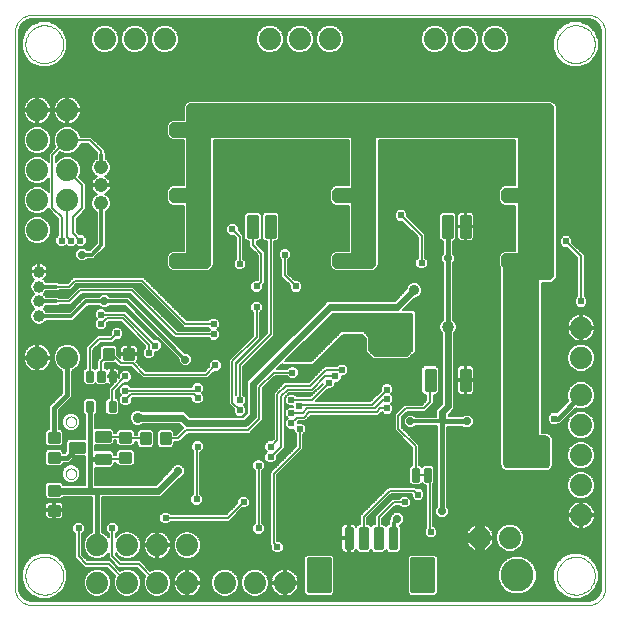
<source format=gbl>
G75*
%MOIN*%
%OFA0B0*%
%FSLAX24Y24*%
%IPPOS*%
%LPD*%
%AMOC8*
5,1,8,0,0,1.08239X$1,22.5*
%
%ADD10C,0.0000*%
%ADD11C,0.0740*%
%ADD12C,0.0397*%
%ADD13C,0.0098*%
%ADD14C,0.0101*%
%ADD15C,0.0124*%
%ADD16C,0.0101*%
%ADD17C,0.0476*%
%ADD18C,0.0100*%
%ADD19C,0.0080*%
%ADD20C,0.0060*%
%ADD21C,0.0277*%
%ADD22C,0.0240*%
%ADD23C,0.1102*%
%ADD24C,0.0320*%
%ADD25C,0.0356*%
%ADD26C,0.0500*%
%ADD27C,0.0400*%
%ADD28C,0.0120*%
%ADD29C,0.0070*%
%ADD30C,0.0160*%
%ADD31C,0.0317*%
%ADD32C,0.0400*%
%ADD33C,0.0240*%
D10*
X000588Y000721D02*
X000588Y019224D01*
X000587Y019224D02*
X000589Y019270D01*
X000594Y019316D01*
X000603Y019362D01*
X000616Y019407D01*
X000632Y019450D01*
X000651Y019492D01*
X000674Y019533D01*
X000700Y019571D01*
X000729Y019608D01*
X000760Y019642D01*
X000794Y019673D01*
X000831Y019702D01*
X000869Y019728D01*
X000910Y019751D01*
X000952Y019770D01*
X000995Y019786D01*
X001040Y019799D01*
X001086Y019808D01*
X001132Y019813D01*
X001178Y019815D01*
X019682Y019815D01*
X019728Y019813D01*
X019774Y019808D01*
X019820Y019799D01*
X019865Y019786D01*
X019908Y019770D01*
X019950Y019751D01*
X019991Y019728D01*
X020029Y019702D01*
X020066Y019673D01*
X020100Y019642D01*
X020131Y019608D01*
X020160Y019571D01*
X020186Y019533D01*
X020209Y019492D01*
X020228Y019450D01*
X020244Y019407D01*
X020257Y019362D01*
X020266Y019316D01*
X020271Y019270D01*
X020273Y019224D01*
X020273Y000721D01*
X020271Y000675D01*
X020266Y000629D01*
X020257Y000583D01*
X020244Y000538D01*
X020228Y000495D01*
X020209Y000453D01*
X020186Y000412D01*
X020160Y000374D01*
X020131Y000337D01*
X020100Y000303D01*
X020066Y000272D01*
X020029Y000243D01*
X019991Y000217D01*
X019950Y000194D01*
X019908Y000175D01*
X019865Y000159D01*
X019820Y000146D01*
X019774Y000137D01*
X019728Y000132D01*
X019682Y000130D01*
X001178Y000130D01*
X001132Y000132D01*
X001086Y000137D01*
X001040Y000146D01*
X000995Y000159D01*
X000952Y000175D01*
X000910Y000194D01*
X000869Y000217D01*
X000831Y000243D01*
X000794Y000272D01*
X000760Y000303D01*
X000729Y000337D01*
X000700Y000374D01*
X000674Y000412D01*
X000651Y000453D01*
X000632Y000495D01*
X000616Y000538D01*
X000603Y000583D01*
X000594Y000629D01*
X000589Y000675D01*
X000587Y000721D01*
X000942Y001114D02*
X000944Y001164D01*
X000950Y001214D01*
X000960Y001263D01*
X000974Y001311D01*
X000991Y001358D01*
X001012Y001403D01*
X001037Y001447D01*
X001065Y001488D01*
X001097Y001527D01*
X001131Y001564D01*
X001168Y001598D01*
X001208Y001628D01*
X001250Y001655D01*
X001294Y001679D01*
X001340Y001700D01*
X001387Y001716D01*
X001435Y001729D01*
X001485Y001738D01*
X001534Y001743D01*
X001585Y001744D01*
X001635Y001741D01*
X001684Y001734D01*
X001733Y001723D01*
X001781Y001708D01*
X001827Y001690D01*
X001872Y001668D01*
X001915Y001642D01*
X001956Y001613D01*
X001995Y001581D01*
X002031Y001546D01*
X002063Y001508D01*
X002093Y001468D01*
X002120Y001425D01*
X002143Y001381D01*
X002162Y001335D01*
X002178Y001287D01*
X002190Y001238D01*
X002198Y001189D01*
X002202Y001139D01*
X002202Y001089D01*
X002198Y001039D01*
X002190Y000990D01*
X002178Y000941D01*
X002162Y000893D01*
X002143Y000847D01*
X002120Y000803D01*
X002093Y000760D01*
X002063Y000720D01*
X002031Y000682D01*
X001995Y000647D01*
X001956Y000615D01*
X001915Y000586D01*
X001872Y000560D01*
X001827Y000538D01*
X001781Y000520D01*
X001733Y000505D01*
X001684Y000494D01*
X001635Y000487D01*
X001585Y000484D01*
X001534Y000485D01*
X001485Y000490D01*
X001435Y000499D01*
X001387Y000512D01*
X001340Y000528D01*
X001294Y000549D01*
X001250Y000573D01*
X001208Y000600D01*
X001168Y000630D01*
X001131Y000664D01*
X001097Y000701D01*
X001065Y000740D01*
X001037Y000781D01*
X001012Y000825D01*
X000991Y000870D01*
X000974Y000917D01*
X000960Y000965D01*
X000950Y001014D01*
X000944Y001064D01*
X000942Y001114D01*
X002286Y004514D02*
X002288Y004540D01*
X002294Y004566D01*
X002304Y004591D01*
X002317Y004614D01*
X002333Y004634D01*
X002353Y004652D01*
X002375Y004667D01*
X002398Y004679D01*
X002424Y004687D01*
X002450Y004691D01*
X002476Y004691D01*
X002502Y004687D01*
X002528Y004679D01*
X002552Y004667D01*
X002573Y004652D01*
X002593Y004634D01*
X002609Y004614D01*
X002622Y004591D01*
X002632Y004566D01*
X002638Y004540D01*
X002640Y004514D01*
X002638Y004488D01*
X002632Y004462D01*
X002622Y004437D01*
X002609Y004414D01*
X002593Y004394D01*
X002573Y004376D01*
X002551Y004361D01*
X002528Y004349D01*
X002502Y004341D01*
X002476Y004337D01*
X002450Y004337D01*
X002424Y004341D01*
X002398Y004349D01*
X002374Y004361D01*
X002353Y004376D01*
X002333Y004394D01*
X002317Y004414D01*
X002304Y004437D01*
X002294Y004462D01*
X002288Y004488D01*
X002286Y004514D01*
X002286Y006246D02*
X002288Y006272D01*
X002294Y006298D01*
X002304Y006323D01*
X002317Y006346D01*
X002333Y006366D01*
X002353Y006384D01*
X002375Y006399D01*
X002398Y006411D01*
X002424Y006419D01*
X002450Y006423D01*
X002476Y006423D01*
X002502Y006419D01*
X002528Y006411D01*
X002552Y006399D01*
X002573Y006384D01*
X002593Y006366D01*
X002609Y006346D01*
X002622Y006323D01*
X002632Y006298D01*
X002638Y006272D01*
X002640Y006246D01*
X002638Y006220D01*
X002632Y006194D01*
X002622Y006169D01*
X002609Y006146D01*
X002593Y006126D01*
X002573Y006108D01*
X002551Y006093D01*
X002528Y006081D01*
X002502Y006073D01*
X002476Y006069D01*
X002450Y006069D01*
X002424Y006073D01*
X002398Y006081D01*
X002374Y006093D01*
X002353Y006108D01*
X002333Y006126D01*
X002317Y006146D01*
X002304Y006169D01*
X002294Y006194D01*
X002288Y006220D01*
X002286Y006246D01*
X000942Y018831D02*
X000944Y018881D01*
X000950Y018931D01*
X000960Y018980D01*
X000974Y019028D01*
X000991Y019075D01*
X001012Y019120D01*
X001037Y019164D01*
X001065Y019205D01*
X001097Y019244D01*
X001131Y019281D01*
X001168Y019315D01*
X001208Y019345D01*
X001250Y019372D01*
X001294Y019396D01*
X001340Y019417D01*
X001387Y019433D01*
X001435Y019446D01*
X001485Y019455D01*
X001534Y019460D01*
X001585Y019461D01*
X001635Y019458D01*
X001684Y019451D01*
X001733Y019440D01*
X001781Y019425D01*
X001827Y019407D01*
X001872Y019385D01*
X001915Y019359D01*
X001956Y019330D01*
X001995Y019298D01*
X002031Y019263D01*
X002063Y019225D01*
X002093Y019185D01*
X002120Y019142D01*
X002143Y019098D01*
X002162Y019052D01*
X002178Y019004D01*
X002190Y018955D01*
X002198Y018906D01*
X002202Y018856D01*
X002202Y018806D01*
X002198Y018756D01*
X002190Y018707D01*
X002178Y018658D01*
X002162Y018610D01*
X002143Y018564D01*
X002120Y018520D01*
X002093Y018477D01*
X002063Y018437D01*
X002031Y018399D01*
X001995Y018364D01*
X001956Y018332D01*
X001915Y018303D01*
X001872Y018277D01*
X001827Y018255D01*
X001781Y018237D01*
X001733Y018222D01*
X001684Y018211D01*
X001635Y018204D01*
X001585Y018201D01*
X001534Y018202D01*
X001485Y018207D01*
X001435Y018216D01*
X001387Y018229D01*
X001340Y018245D01*
X001294Y018266D01*
X001250Y018290D01*
X001208Y018317D01*
X001168Y018347D01*
X001131Y018381D01*
X001097Y018418D01*
X001065Y018457D01*
X001037Y018498D01*
X001012Y018542D01*
X000991Y018587D01*
X000974Y018634D01*
X000960Y018682D01*
X000950Y018731D01*
X000944Y018781D01*
X000942Y018831D01*
X018659Y018831D02*
X018661Y018881D01*
X018667Y018931D01*
X018677Y018980D01*
X018691Y019028D01*
X018708Y019075D01*
X018729Y019120D01*
X018754Y019164D01*
X018782Y019205D01*
X018814Y019244D01*
X018848Y019281D01*
X018885Y019315D01*
X018925Y019345D01*
X018967Y019372D01*
X019011Y019396D01*
X019057Y019417D01*
X019104Y019433D01*
X019152Y019446D01*
X019202Y019455D01*
X019251Y019460D01*
X019302Y019461D01*
X019352Y019458D01*
X019401Y019451D01*
X019450Y019440D01*
X019498Y019425D01*
X019544Y019407D01*
X019589Y019385D01*
X019632Y019359D01*
X019673Y019330D01*
X019712Y019298D01*
X019748Y019263D01*
X019780Y019225D01*
X019810Y019185D01*
X019837Y019142D01*
X019860Y019098D01*
X019879Y019052D01*
X019895Y019004D01*
X019907Y018955D01*
X019915Y018906D01*
X019919Y018856D01*
X019919Y018806D01*
X019915Y018756D01*
X019907Y018707D01*
X019895Y018658D01*
X019879Y018610D01*
X019860Y018564D01*
X019837Y018520D01*
X019810Y018477D01*
X019780Y018437D01*
X019748Y018399D01*
X019712Y018364D01*
X019673Y018332D01*
X019632Y018303D01*
X019589Y018277D01*
X019544Y018255D01*
X019498Y018237D01*
X019450Y018222D01*
X019401Y018211D01*
X019352Y018204D01*
X019302Y018201D01*
X019251Y018202D01*
X019202Y018207D01*
X019152Y018216D01*
X019104Y018229D01*
X019057Y018245D01*
X019011Y018266D01*
X018967Y018290D01*
X018925Y018317D01*
X018885Y018347D01*
X018848Y018381D01*
X018814Y018418D01*
X018782Y018457D01*
X018754Y018498D01*
X018729Y018542D01*
X018708Y018587D01*
X018691Y018634D01*
X018677Y018682D01*
X018667Y018731D01*
X018661Y018781D01*
X018659Y018831D01*
X018659Y001114D02*
X018661Y001164D01*
X018667Y001214D01*
X018677Y001263D01*
X018691Y001311D01*
X018708Y001358D01*
X018729Y001403D01*
X018754Y001447D01*
X018782Y001488D01*
X018814Y001527D01*
X018848Y001564D01*
X018885Y001598D01*
X018925Y001628D01*
X018967Y001655D01*
X019011Y001679D01*
X019057Y001700D01*
X019104Y001716D01*
X019152Y001729D01*
X019202Y001738D01*
X019251Y001743D01*
X019302Y001744D01*
X019352Y001741D01*
X019401Y001734D01*
X019450Y001723D01*
X019498Y001708D01*
X019544Y001690D01*
X019589Y001668D01*
X019632Y001642D01*
X019673Y001613D01*
X019712Y001581D01*
X019748Y001546D01*
X019780Y001508D01*
X019810Y001468D01*
X019837Y001425D01*
X019860Y001381D01*
X019879Y001335D01*
X019895Y001287D01*
X019907Y001238D01*
X019915Y001189D01*
X019919Y001139D01*
X019919Y001089D01*
X019915Y001039D01*
X019907Y000990D01*
X019895Y000941D01*
X019879Y000893D01*
X019860Y000847D01*
X019837Y000803D01*
X019810Y000760D01*
X019780Y000720D01*
X019748Y000682D01*
X019712Y000647D01*
X019673Y000615D01*
X019632Y000586D01*
X019589Y000560D01*
X019544Y000538D01*
X019498Y000520D01*
X019450Y000505D01*
X019401Y000494D01*
X019352Y000487D01*
X019302Y000484D01*
X019251Y000485D01*
X019202Y000490D01*
X019152Y000499D01*
X019104Y000512D01*
X019057Y000528D01*
X019011Y000549D01*
X018967Y000573D01*
X018925Y000600D01*
X018885Y000630D01*
X018848Y000664D01*
X018814Y000701D01*
X018782Y000740D01*
X018754Y000781D01*
X018729Y000825D01*
X018708Y000870D01*
X018691Y000917D01*
X018677Y000965D01*
X018667Y001014D01*
X018661Y001064D01*
X018659Y001114D01*
D11*
X017088Y002380D03*
X016088Y002380D03*
X019463Y003130D03*
X019463Y004130D03*
X019463Y005130D03*
X019463Y006130D03*
X019463Y007130D03*
X019463Y008380D03*
X019463Y009380D03*
X016588Y019005D03*
X015588Y019005D03*
X014588Y019005D03*
X011088Y019005D03*
X010088Y019005D03*
X009088Y019005D03*
X005588Y019005D03*
X004588Y019005D03*
X003588Y019005D03*
X002338Y016630D03*
X002338Y015630D03*
X002338Y014630D03*
X002338Y013630D03*
X001338Y013630D03*
X001338Y012630D03*
X001338Y014630D03*
X001338Y015630D03*
X001338Y016630D03*
X001338Y008380D03*
X002338Y008380D03*
X003338Y002130D03*
X004338Y002130D03*
X005338Y002130D03*
X006338Y002130D03*
X006338Y000880D03*
X005338Y000880D03*
X004338Y000880D03*
X003338Y000880D03*
X007588Y000880D03*
X008588Y000880D03*
X009588Y000880D03*
D12*
X001390Y009767D03*
X001390Y010259D03*
X001390Y010751D03*
X001390Y011243D03*
D13*
X003574Y008672D02*
X003870Y008672D01*
X003870Y008338D01*
X003574Y008338D01*
X003574Y008672D01*
X003574Y008435D02*
X003870Y008435D01*
X003870Y008532D02*
X003574Y008532D01*
X003574Y008629D02*
X003870Y008629D01*
X004243Y008672D02*
X004539Y008672D01*
X004539Y008338D01*
X004243Y008338D01*
X004243Y008672D01*
X004243Y008435D02*
X004539Y008435D01*
X004539Y008532D02*
X004243Y008532D01*
X004243Y008629D02*
X004539Y008629D01*
X004108Y005863D02*
X004108Y005567D01*
X004108Y005863D02*
X004442Y005863D01*
X004442Y005567D01*
X004108Y005567D01*
X004108Y005664D02*
X004442Y005664D01*
X004442Y005761D02*
X004108Y005761D01*
X004108Y005858D02*
X004442Y005858D01*
X004793Y005860D02*
X005089Y005860D01*
X005089Y005526D01*
X004793Y005526D01*
X004793Y005860D01*
X004793Y005623D02*
X005089Y005623D01*
X005089Y005720D02*
X004793Y005720D01*
X004793Y005817D02*
X005089Y005817D01*
X005462Y005860D02*
X005758Y005860D01*
X005758Y005526D01*
X005462Y005526D01*
X005462Y005860D01*
X005462Y005623D02*
X005758Y005623D01*
X005758Y005720D02*
X005462Y005720D01*
X005462Y005817D02*
X005758Y005817D01*
X004108Y005193D02*
X004108Y004897D01*
X004108Y005193D02*
X004442Y005193D01*
X004442Y004897D01*
X004108Y004897D01*
X004108Y004994D02*
X004442Y004994D01*
X004442Y005091D02*
X004108Y005091D01*
X004108Y005188D02*
X004442Y005188D01*
X003295Y005154D02*
X003295Y004858D01*
X003295Y005154D02*
X003747Y005154D01*
X003747Y004858D01*
X003295Y004858D01*
X003295Y004955D02*
X003747Y004955D01*
X003747Y005052D02*
X003295Y005052D01*
X003295Y005149D02*
X003747Y005149D01*
X003295Y005606D02*
X003295Y005902D01*
X003747Y005902D01*
X003747Y005606D01*
X003295Y005606D01*
X003295Y005703D02*
X003747Y005703D01*
X003747Y005800D02*
X003295Y005800D01*
X003295Y005897D02*
X003747Y005897D01*
X002429Y005528D02*
X002429Y005232D01*
X002429Y005528D02*
X002881Y005528D01*
X002881Y005232D01*
X002429Y005232D01*
X002429Y005329D02*
X002881Y005329D01*
X002881Y005426D02*
X002429Y005426D01*
X002429Y005523D02*
X002881Y005523D01*
X002067Y005567D02*
X002067Y005863D01*
X002067Y005567D02*
X001733Y005567D01*
X001733Y005863D01*
X002067Y005863D01*
X002067Y005664D02*
X001733Y005664D01*
X001733Y005761D02*
X002067Y005761D01*
X002067Y005858D02*
X001733Y005858D01*
X002067Y005193D02*
X002067Y004897D01*
X001733Y004897D01*
X001733Y005193D01*
X002067Y005193D01*
X002067Y004994D02*
X001733Y004994D01*
X001733Y005091D02*
X002067Y005091D01*
X002067Y005188D02*
X001733Y005188D01*
X001733Y004113D02*
X002067Y004113D01*
X002067Y003817D01*
X001733Y003817D01*
X001733Y004113D01*
X001733Y003914D02*
X002067Y003914D01*
X002067Y004011D02*
X001733Y004011D01*
X001733Y004108D02*
X002067Y004108D01*
X002067Y003443D02*
X001733Y003443D01*
X002067Y003443D02*
X002067Y003147D01*
X001733Y003147D01*
X001733Y003443D01*
X001733Y003244D02*
X002067Y003244D01*
X002067Y003341D02*
X001733Y003341D01*
X001733Y003438D02*
X002067Y003438D01*
X008377Y012411D02*
X008377Y013099D01*
X008673Y013099D01*
X008673Y012411D01*
X008377Y012411D01*
X008377Y012508D02*
X008673Y012508D01*
X008673Y012605D02*
X008377Y012605D01*
X008377Y012702D02*
X008673Y012702D01*
X008673Y012799D02*
X008377Y012799D01*
X008377Y012896D02*
X008673Y012896D01*
X008673Y012993D02*
X008377Y012993D01*
X008377Y013090D02*
X008673Y013090D01*
X008968Y013099D02*
X008968Y012411D01*
X008968Y013099D02*
X009264Y013099D01*
X009264Y012411D01*
X008968Y012411D01*
X008968Y012508D02*
X009264Y012508D01*
X009264Y012605D02*
X008968Y012605D01*
X008968Y012702D02*
X009264Y012702D01*
X009264Y012799D02*
X008968Y012799D01*
X008968Y012896D02*
X009264Y012896D01*
X009264Y012993D02*
X008968Y012993D01*
X008968Y013090D02*
X009264Y013090D01*
X014283Y007981D02*
X014283Y007293D01*
X014283Y007981D02*
X014579Y007981D01*
X014579Y007293D01*
X014283Y007293D01*
X014283Y007390D02*
X014579Y007390D01*
X014579Y007487D02*
X014283Y007487D01*
X014283Y007584D02*
X014579Y007584D01*
X014579Y007681D02*
X014283Y007681D01*
X014283Y007778D02*
X014579Y007778D01*
X014579Y007875D02*
X014283Y007875D01*
X014283Y007972D02*
X014579Y007972D01*
X015464Y007981D02*
X015464Y007293D01*
X015464Y007981D02*
X015760Y007981D01*
X015760Y007293D01*
X015464Y007293D01*
X015464Y007390D02*
X015760Y007390D01*
X015760Y007487D02*
X015464Y007487D01*
X015464Y007584D02*
X015760Y007584D01*
X015760Y007681D02*
X015464Y007681D01*
X015464Y007778D02*
X015760Y007778D01*
X015760Y007875D02*
X015464Y007875D01*
X015464Y007972D02*
X015760Y007972D01*
X015464Y012411D02*
X015464Y013099D01*
X015760Y013099D01*
X015760Y012411D01*
X015464Y012411D01*
X015464Y012508D02*
X015760Y012508D01*
X015760Y012605D02*
X015464Y012605D01*
X015464Y012702D02*
X015760Y012702D01*
X015760Y012799D02*
X015464Y012799D01*
X015464Y012896D02*
X015760Y012896D01*
X015760Y012993D02*
X015464Y012993D01*
X015464Y013090D02*
X015760Y013090D01*
X014873Y013099D02*
X014873Y012411D01*
X014873Y013099D02*
X015169Y013099D01*
X015169Y012411D01*
X014873Y012411D01*
X014873Y012508D02*
X015169Y012508D01*
X015169Y012605D02*
X014873Y012605D01*
X014873Y012702D02*
X015169Y012702D01*
X015169Y012799D02*
X014873Y012799D01*
X014873Y012896D02*
X015169Y012896D01*
X015169Y012993D02*
X014873Y012993D01*
X014873Y013090D02*
X015169Y013090D01*
D14*
X013308Y002021D02*
X013094Y002021D01*
X013094Y002707D01*
X013308Y002707D01*
X013308Y002021D01*
X013308Y002121D02*
X013094Y002121D01*
X013094Y002221D02*
X013308Y002221D01*
X013308Y002321D02*
X013094Y002321D01*
X013094Y002421D02*
X013308Y002421D01*
X013308Y002521D02*
X013094Y002521D01*
X013094Y002621D02*
X013308Y002621D01*
X012816Y002021D02*
X012602Y002021D01*
X012602Y002707D01*
X012816Y002707D01*
X012816Y002021D01*
X012816Y002121D02*
X012602Y002121D01*
X012602Y002221D02*
X012816Y002221D01*
X012816Y002321D02*
X012602Y002321D01*
X012602Y002421D02*
X012816Y002421D01*
X012816Y002521D02*
X012602Y002521D01*
X012602Y002621D02*
X012816Y002621D01*
X012324Y002021D02*
X012110Y002021D01*
X012110Y002707D01*
X012324Y002707D01*
X012324Y002021D01*
X012324Y002121D02*
X012110Y002121D01*
X012110Y002221D02*
X012324Y002221D01*
X012324Y002321D02*
X012110Y002321D01*
X012110Y002421D02*
X012324Y002421D01*
X012324Y002521D02*
X012110Y002521D01*
X012110Y002621D02*
X012324Y002621D01*
X011832Y002021D02*
X011618Y002021D01*
X011618Y002707D01*
X011832Y002707D01*
X011832Y002021D01*
X011832Y002121D02*
X011618Y002121D01*
X011618Y002221D02*
X011832Y002221D01*
X011832Y002321D02*
X011618Y002321D01*
X011618Y002421D02*
X011832Y002421D01*
X011832Y002521D02*
X011618Y002521D01*
X011618Y002621D02*
X011832Y002621D01*
D15*
X011091Y000606D02*
X010389Y000606D01*
X010389Y001662D01*
X011091Y001662D01*
X011091Y000606D01*
X011091Y000729D02*
X010389Y000729D01*
X010389Y000852D02*
X011091Y000852D01*
X011091Y000975D02*
X010389Y000975D01*
X010389Y001098D02*
X011091Y001098D01*
X011091Y001221D02*
X010389Y001221D01*
X010389Y001344D02*
X011091Y001344D01*
X011091Y001467D02*
X010389Y001467D01*
X010389Y001590D02*
X011091Y001590D01*
X013834Y000606D02*
X014536Y000606D01*
X013834Y000606D02*
X013834Y001662D01*
X014536Y001662D01*
X014536Y000606D01*
X014536Y000729D02*
X013834Y000729D01*
X013834Y000852D02*
X014536Y000852D01*
X014536Y000975D02*
X013834Y000975D01*
X013834Y001098D02*
X014536Y001098D01*
X014536Y001221D02*
X013834Y001221D01*
X013834Y001344D02*
X014536Y001344D01*
X014536Y001467D02*
X013834Y001467D01*
X013834Y001590D02*
X014536Y001590D01*
D16*
X003923Y006598D02*
X003751Y006598D01*
X003751Y006888D01*
X003923Y006888D01*
X003923Y006598D01*
X003923Y006698D02*
X003751Y006698D01*
X003751Y006798D02*
X003923Y006798D01*
X003175Y006598D02*
X003003Y006598D01*
X003003Y006888D01*
X003175Y006888D01*
X003175Y006598D01*
X003175Y006698D02*
X003003Y006698D01*
X003003Y006798D02*
X003175Y006798D01*
X003175Y007618D02*
X003003Y007618D01*
X003003Y007908D01*
X003175Y007908D01*
X003175Y007618D01*
X003175Y007718D02*
X003003Y007718D01*
X003003Y007818D02*
X003175Y007818D01*
X003377Y007618D02*
X003549Y007618D01*
X003377Y007618D02*
X003377Y007908D01*
X003549Y007908D01*
X003549Y007618D01*
X003549Y007718D02*
X003377Y007718D01*
X003377Y007818D02*
X003549Y007818D01*
X003751Y007618D02*
X003923Y007618D01*
X003751Y007618D02*
X003751Y007908D01*
X003923Y007908D01*
X003923Y007618D01*
X003923Y007718D02*
X003751Y007718D01*
X003751Y007818D02*
X003923Y007818D01*
D17*
X003463Y013539D03*
X003463Y014130D03*
X003463Y014721D03*
D18*
X013875Y004274D02*
X014025Y004274D01*
X013875Y004274D02*
X013875Y004674D01*
X014025Y004674D01*
X014025Y004274D01*
X014025Y004373D02*
X013875Y004373D01*
X013875Y004472D02*
X014025Y004472D01*
X014025Y004571D02*
X013875Y004571D01*
X013875Y004670D02*
X014025Y004670D01*
X014275Y004274D02*
X014425Y004274D01*
X014275Y004274D02*
X014275Y004674D01*
X014425Y004674D01*
X014425Y004274D01*
X014425Y004373D02*
X014275Y004373D01*
X014275Y004472D02*
X014425Y004472D01*
X014425Y004571D02*
X014275Y004571D01*
X014275Y004670D02*
X014425Y004670D01*
D19*
X014310Y004474D02*
X013990Y004474D01*
D20*
X000795Y000465D02*
X000727Y000631D01*
X000718Y000721D01*
X000718Y019224D01*
X000727Y019314D01*
X000795Y019480D01*
X000923Y019607D01*
X001089Y019676D01*
X001178Y019685D01*
X019682Y019685D01*
X019772Y019676D01*
X019938Y019607D01*
X020065Y019480D01*
X020134Y019314D01*
X020143Y019224D01*
X020143Y000721D01*
X020134Y000631D01*
X020065Y000465D01*
X019938Y000338D01*
X019772Y000269D01*
X019682Y000260D01*
X001178Y000260D01*
X001089Y000269D01*
X000923Y000338D01*
X000795Y000465D01*
X000789Y000481D02*
X001131Y000481D01*
X001142Y000470D02*
X001421Y000354D01*
X001723Y000354D01*
X002003Y000470D01*
X002216Y000684D01*
X002332Y000963D01*
X002332Y001265D01*
X002216Y001545D01*
X002003Y001758D01*
X001723Y001874D01*
X001421Y001874D01*
X001142Y001758D01*
X000928Y001545D01*
X000812Y001265D01*
X000812Y000963D01*
X000928Y000684D01*
X001142Y000470D01*
X001072Y000540D02*
X000764Y000540D01*
X000740Y000598D02*
X001014Y000598D01*
X000955Y000657D02*
X000724Y000657D01*
X000718Y000715D02*
X000915Y000715D01*
X000891Y000774D02*
X000718Y000774D01*
X000718Y000832D02*
X000866Y000832D01*
X000842Y000891D02*
X000718Y000891D01*
X000718Y000949D02*
X000818Y000949D01*
X000812Y001008D02*
X000718Y001008D01*
X000718Y001066D02*
X000812Y001066D01*
X000812Y001125D02*
X000718Y001125D01*
X000718Y001183D02*
X000812Y001183D01*
X000812Y001242D02*
X000718Y001242D01*
X000718Y001300D02*
X000826Y001300D01*
X000851Y001359D02*
X000718Y001359D01*
X000718Y001417D02*
X000875Y001417D01*
X000899Y001476D02*
X000718Y001476D01*
X000718Y001534D02*
X000923Y001534D01*
X000976Y001593D02*
X000718Y001593D01*
X000718Y001651D02*
X001034Y001651D01*
X001093Y001710D02*
X000718Y001710D01*
X000718Y001768D02*
X001165Y001768D01*
X001306Y001827D02*
X000718Y001827D01*
X000718Y001885D02*
X002593Y001885D01*
X002593Y001827D02*
X001838Y001827D01*
X001980Y001768D02*
X002593Y001768D01*
X002593Y001710D02*
X002052Y001710D01*
X002110Y001651D02*
X002647Y001651D01*
X002663Y001635D02*
X002593Y001705D01*
X002593Y002516D01*
X002503Y002606D01*
X002503Y002779D01*
X002626Y002902D01*
X002800Y002902D01*
X002923Y002779D01*
X002923Y002606D01*
X002833Y002516D01*
X002833Y001805D01*
X003013Y001625D01*
X003763Y001625D01*
X003833Y001555D01*
X004106Y001282D01*
X004246Y001340D01*
X004429Y001340D01*
X004598Y001270D01*
X004728Y001141D01*
X004798Y000971D01*
X004798Y000788D01*
X004728Y000619D01*
X004598Y000490D01*
X004429Y000420D01*
X004246Y000420D01*
X004077Y000490D01*
X003948Y000619D01*
X003878Y000788D01*
X003878Y000971D01*
X003936Y001112D01*
X003663Y001385D01*
X002913Y001385D01*
X002663Y001635D01*
X002706Y001593D02*
X002169Y001593D01*
X002221Y001534D02*
X002764Y001534D01*
X002823Y001476D02*
X002245Y001476D01*
X002269Y001417D02*
X002881Y001417D01*
X002963Y001505D02*
X002713Y001755D01*
X002713Y002693D01*
X002923Y002704D02*
X003168Y002704D01*
X003168Y002646D02*
X002923Y002646D01*
X002904Y002587D02*
X003168Y002587D01*
X003168Y002557D02*
X003077Y002520D01*
X002948Y002391D01*
X002878Y002221D01*
X002878Y002038D01*
X002948Y001869D01*
X003077Y001740D01*
X003246Y001670D01*
X003429Y001670D01*
X003598Y001740D01*
X003718Y001859D01*
X003718Y001705D01*
X003788Y001635D01*
X004038Y001385D01*
X004663Y001385D01*
X004936Y001112D01*
X004878Y000971D01*
X004878Y000788D01*
X004948Y000619D01*
X005077Y000490D01*
X005246Y000420D01*
X005429Y000420D01*
X005598Y000490D01*
X005728Y000619D01*
X005798Y000788D01*
X005798Y000971D01*
X005728Y001141D01*
X005598Y001270D01*
X005429Y001340D01*
X005246Y001340D01*
X005106Y001282D01*
X004833Y001555D01*
X004763Y001625D01*
X004138Y001625D01*
X003958Y001805D01*
X003958Y001859D01*
X004077Y001740D01*
X004246Y001670D01*
X004429Y001670D01*
X004598Y001740D01*
X004728Y001869D01*
X004798Y002038D01*
X004798Y002221D01*
X004728Y002391D01*
X004598Y002520D01*
X004429Y002590D01*
X004246Y002590D01*
X004077Y002520D01*
X003958Y002401D01*
X003958Y002516D01*
X004048Y002606D01*
X004048Y002779D01*
X003925Y002902D01*
X003751Y002902D01*
X003628Y002779D01*
X003628Y002606D01*
X003718Y002516D01*
X003718Y002401D01*
X003598Y002520D01*
X003508Y002557D01*
X003508Y003733D01*
X005456Y003733D01*
X006094Y004370D01*
X006120Y004370D01*
X006254Y004504D01*
X006254Y004693D01*
X006530Y004693D01*
X006530Y004635D02*
X006254Y004635D01*
X006254Y004693D02*
X006120Y004827D01*
X005931Y004827D01*
X005797Y004693D01*
X003259Y004693D01*
X003259Y004719D02*
X003805Y004719D01*
X003886Y004801D01*
X003886Y004886D01*
X003969Y004886D01*
X003969Y004840D01*
X004050Y004759D01*
X004500Y004759D01*
X004582Y004840D01*
X004582Y005251D01*
X004500Y005332D01*
X004050Y005332D01*
X003969Y005251D01*
X003969Y005126D01*
X003886Y005126D01*
X003886Y005211D01*
X003805Y005293D01*
X003259Y005293D01*
X003259Y005467D01*
X003805Y005467D01*
X003886Y005549D01*
X003886Y005634D01*
X003969Y005634D01*
X003969Y005509D01*
X004050Y005428D01*
X004500Y005428D01*
X004582Y005509D01*
X004582Y005573D01*
X004654Y005573D01*
X004654Y005468D01*
X004735Y005386D01*
X005146Y005386D01*
X005228Y005468D01*
X005228Y005917D01*
X005146Y005999D01*
X004735Y005999D01*
X004654Y005917D01*
X004654Y005812D01*
X004582Y005812D01*
X004582Y005920D01*
X004500Y006001D01*
X004050Y006001D01*
X003969Y005920D01*
X003969Y005874D01*
X003886Y005874D01*
X003886Y005959D01*
X003805Y006041D01*
X003259Y006041D01*
X003259Y006485D01*
X003315Y006540D01*
X003315Y006946D01*
X003232Y007028D01*
X002945Y007028D01*
X002863Y006946D01*
X002863Y006540D01*
X002919Y006485D01*
X002919Y005667D01*
X002371Y005667D01*
X002289Y005585D01*
X002289Y005255D01*
X002250Y005215D01*
X002207Y005215D01*
X002207Y005251D01*
X002125Y005332D01*
X001675Y005332D01*
X001594Y005251D01*
X001594Y004840D01*
X001675Y004759D01*
X002125Y004759D01*
X002207Y004840D01*
X002207Y004875D01*
X002391Y004875D01*
X002608Y005093D01*
X002919Y005093D01*
X002919Y004152D01*
X002207Y004152D01*
X002207Y004170D01*
X002125Y004251D01*
X001675Y004251D01*
X001594Y004170D01*
X001594Y003759D01*
X001675Y003678D01*
X002125Y003678D01*
X002179Y003732D01*
X003002Y003732D01*
X003003Y003731D01*
X003089Y003732D01*
X003168Y003732D01*
X003168Y002557D01*
X003098Y002529D02*
X002846Y002529D01*
X002833Y002470D02*
X003027Y002470D01*
X002969Y002412D02*
X002833Y002412D01*
X002833Y002353D02*
X002932Y002353D01*
X002908Y002295D02*
X002833Y002295D01*
X002833Y002236D02*
X002884Y002236D01*
X002878Y002178D02*
X002833Y002178D01*
X002833Y002119D02*
X002878Y002119D01*
X002878Y002061D02*
X002833Y002061D01*
X002833Y002002D02*
X002893Y002002D01*
X002917Y001944D02*
X002833Y001944D01*
X002833Y001885D02*
X002941Y001885D01*
X002991Y001827D02*
X002833Y001827D01*
X002870Y001768D02*
X003049Y001768D01*
X003151Y001710D02*
X002928Y001710D01*
X002987Y001651D02*
X003772Y001651D01*
X003795Y001593D02*
X003831Y001593D01*
X003854Y001534D02*
X003889Y001534D01*
X003912Y001476D02*
X003948Y001476D01*
X003971Y001417D02*
X004006Y001417D01*
X004029Y001359D02*
X004690Y001359D01*
X004748Y001300D02*
X004526Y001300D01*
X004627Y001242D02*
X004807Y001242D01*
X004865Y001183D02*
X004685Y001183D01*
X004734Y001125D02*
X004924Y001125D01*
X004917Y001066D02*
X004759Y001066D01*
X004783Y001008D02*
X004893Y001008D01*
X004878Y000949D02*
X004798Y000949D01*
X004798Y000891D02*
X004878Y000891D01*
X004878Y000832D02*
X004798Y000832D01*
X004792Y000774D02*
X004884Y000774D01*
X004908Y000715D02*
X004767Y000715D01*
X004743Y000657D02*
X004933Y000657D01*
X004969Y000598D02*
X004706Y000598D01*
X004648Y000540D02*
X005028Y000540D01*
X005099Y000481D02*
X004577Y000481D01*
X004435Y000423D02*
X005240Y000423D01*
X005435Y000423D02*
X006286Y000423D01*
X006302Y000420D02*
X006230Y000431D01*
X006161Y000454D01*
X006097Y000487D01*
X006038Y000529D01*
X005987Y000580D01*
X005944Y000639D01*
X005912Y000703D01*
X005889Y000772D01*
X005878Y000844D01*
X005878Y000850D01*
X006308Y000850D01*
X006368Y000850D01*
X006368Y000910D01*
X006798Y000910D01*
X006798Y000916D01*
X006787Y000988D01*
X006764Y001057D01*
X006731Y001121D01*
X006689Y001180D01*
X006638Y001231D01*
X006579Y001273D01*
X006514Y001306D01*
X006446Y001329D01*
X006374Y001340D01*
X006368Y001340D01*
X006368Y000910D01*
X006308Y000910D01*
X006308Y001340D01*
X006302Y001340D01*
X006230Y001329D01*
X006161Y001306D01*
X006097Y001273D01*
X006038Y001231D01*
X005987Y001180D01*
X005944Y001121D01*
X005912Y001057D01*
X005889Y000988D01*
X005878Y000916D01*
X005878Y000910D01*
X006308Y000910D01*
X006308Y000850D01*
X006308Y000420D01*
X006302Y000420D01*
X006308Y000423D02*
X006368Y000423D01*
X006368Y000420D02*
X006374Y000420D01*
X006446Y000431D01*
X006514Y000454D01*
X006579Y000487D01*
X006638Y000529D01*
X006689Y000580D01*
X006731Y000639D01*
X006764Y000703D01*
X006787Y000772D01*
X006798Y000844D01*
X006798Y000850D01*
X006368Y000850D01*
X006368Y000420D01*
X006390Y000423D02*
X007490Y000423D01*
X007496Y000420D02*
X007679Y000420D01*
X007848Y000490D01*
X007978Y000619D01*
X008048Y000788D01*
X008048Y000971D01*
X007978Y001141D01*
X007848Y001270D01*
X007679Y001340D01*
X007496Y001340D01*
X007327Y001270D01*
X007198Y001141D01*
X007128Y000971D01*
X007128Y000788D01*
X007198Y000619D01*
X007327Y000490D01*
X007496Y000420D01*
X007349Y000481D02*
X006568Y000481D01*
X006648Y000540D02*
X007278Y000540D01*
X007219Y000598D02*
X006702Y000598D01*
X006740Y000657D02*
X007183Y000657D01*
X007158Y000715D02*
X006768Y000715D01*
X006787Y000774D02*
X007134Y000774D01*
X007128Y000832D02*
X006796Y000832D01*
X006793Y000949D02*
X007128Y000949D01*
X007128Y000891D02*
X006368Y000891D01*
X006368Y000949D02*
X006308Y000949D01*
X006308Y000891D02*
X005798Y000891D01*
X005798Y000949D02*
X005883Y000949D01*
X005896Y001008D02*
X005783Y001008D01*
X005759Y001066D02*
X005916Y001066D01*
X005947Y001125D02*
X005734Y001125D01*
X005685Y001183D02*
X005990Y001183D01*
X006053Y001242D02*
X005627Y001242D01*
X005526Y001300D02*
X006149Y001300D01*
X006308Y001300D02*
X006368Y001300D01*
X006368Y001242D02*
X006308Y001242D01*
X006308Y001183D02*
X006368Y001183D01*
X006368Y001125D02*
X006308Y001125D01*
X006308Y001066D02*
X006368Y001066D01*
X006368Y001008D02*
X006308Y001008D01*
X006308Y000832D02*
X006368Y000832D01*
X006368Y000774D02*
X006308Y000774D01*
X006308Y000715D02*
X006368Y000715D01*
X006368Y000657D02*
X006308Y000657D01*
X006308Y000598D02*
X006368Y000598D01*
X006368Y000540D02*
X006308Y000540D01*
X006308Y000481D02*
X006368Y000481D01*
X006108Y000481D02*
X005577Y000481D01*
X005648Y000540D02*
X006028Y000540D01*
X005974Y000598D02*
X005706Y000598D01*
X005743Y000657D02*
X005935Y000657D01*
X005908Y000715D02*
X005767Y000715D01*
X005792Y000774D02*
X005889Y000774D01*
X005880Y000832D02*
X005798Y000832D01*
X005338Y000880D02*
X004713Y001505D01*
X004088Y001505D01*
X003838Y001755D01*
X003838Y002693D01*
X004048Y002704D02*
X008505Y002704D01*
X008505Y002646D02*
X004048Y002646D01*
X004029Y002587D02*
X004239Y002587D01*
X004098Y002529D02*
X003971Y002529D01*
X003958Y002470D02*
X004027Y002470D01*
X003969Y002412D02*
X003958Y002412D01*
X003718Y002412D02*
X003707Y002412D01*
X003718Y002470D02*
X003648Y002470D01*
X003705Y002529D02*
X003578Y002529D01*
X003646Y002587D02*
X003508Y002587D01*
X003508Y002646D02*
X003628Y002646D01*
X003628Y002704D02*
X003508Y002704D01*
X003508Y002763D02*
X003628Y002763D01*
X003669Y002821D02*
X003508Y002821D01*
X003508Y002880D02*
X003728Y002880D01*
X003948Y002880D02*
X005479Y002880D01*
X005532Y002826D02*
X005409Y002949D01*
X005409Y003123D01*
X005532Y003246D01*
X005706Y003246D01*
X005796Y003156D01*
X007632Y003156D01*
X008003Y003527D01*
X008003Y003654D01*
X008126Y003777D01*
X008300Y003777D01*
X008423Y003654D01*
X008423Y003481D01*
X008300Y003358D01*
X008173Y003358D01*
X007731Y002916D01*
X005796Y002916D01*
X005706Y002826D01*
X005532Y002826D01*
X005420Y002938D02*
X003508Y002938D01*
X003508Y002997D02*
X005409Y002997D01*
X005409Y003055D02*
X003508Y003055D01*
X003508Y003114D02*
X005409Y003114D01*
X005458Y003172D02*
X003508Y003172D01*
X003508Y003231D02*
X005516Y003231D01*
X005722Y003231D02*
X007706Y003231D01*
X007765Y003289D02*
X003508Y003289D01*
X003508Y003348D02*
X007823Y003348D01*
X007882Y003406D02*
X003508Y003406D01*
X003508Y003465D02*
X006550Y003465D01*
X006563Y003451D02*
X006737Y003451D01*
X006860Y003574D01*
X006860Y003748D01*
X006770Y003838D01*
X006770Y005203D01*
X006892Y005324D01*
X006892Y005498D01*
X006769Y005621D01*
X006595Y005621D01*
X006472Y005498D01*
X006472Y005324D01*
X006530Y005266D01*
X006530Y003838D01*
X006440Y003748D01*
X006440Y003574D01*
X006563Y003451D01*
X006492Y003523D02*
X003508Y003523D01*
X003508Y003582D02*
X006440Y003582D01*
X006440Y003640D02*
X003508Y003640D01*
X003508Y003699D02*
X006440Y003699D01*
X006449Y003757D02*
X005481Y003757D01*
X005539Y003816D02*
X006508Y003816D01*
X006530Y003874D02*
X005598Y003874D01*
X005656Y003933D02*
X006530Y003933D01*
X006530Y003991D02*
X005715Y003991D01*
X005773Y004050D02*
X006530Y004050D01*
X006530Y004108D02*
X005832Y004108D01*
X005890Y004167D02*
X006530Y004167D01*
X006530Y004225D02*
X005949Y004225D01*
X006007Y004284D02*
X006530Y004284D01*
X006530Y004342D02*
X006066Y004342D01*
X006151Y004401D02*
X006530Y004401D01*
X006530Y004459D02*
X006209Y004459D01*
X006254Y004518D02*
X006530Y004518D01*
X006530Y004576D02*
X006254Y004576D01*
X006196Y004752D02*
X006530Y004752D01*
X006530Y004810D02*
X006138Y004810D01*
X006530Y004869D02*
X004582Y004869D01*
X004582Y004927D02*
X006530Y004927D01*
X006530Y004986D02*
X004582Y004986D01*
X004582Y005044D02*
X006530Y005044D01*
X006530Y005103D02*
X004582Y005103D01*
X004582Y005161D02*
X006530Y005161D01*
X006530Y005220D02*
X004582Y005220D01*
X004555Y005278D02*
X006518Y005278D01*
X006472Y005337D02*
X003259Y005337D01*
X003259Y005395D02*
X004726Y005395D01*
X004668Y005454D02*
X004526Y005454D01*
X004582Y005512D02*
X004654Y005512D01*
X004654Y005571D02*
X004582Y005571D01*
X004297Y005693D02*
X004275Y005715D01*
X004236Y005754D01*
X003521Y005754D01*
X003850Y005512D02*
X003969Y005512D01*
X003969Y005571D02*
X003886Y005571D01*
X003886Y005629D02*
X003969Y005629D01*
X004025Y005454D02*
X003259Y005454D01*
X002919Y005688D02*
X002207Y005688D01*
X002207Y005746D02*
X002919Y005746D01*
X002919Y005805D02*
X002207Y005805D01*
X002207Y005863D02*
X002919Y005863D01*
X002919Y005922D02*
X002205Y005922D01*
X002207Y005920D02*
X002125Y006001D01*
X002070Y006001D01*
X002070Y006622D01*
X002408Y006960D01*
X002508Y007060D01*
X002508Y007953D01*
X002598Y007990D01*
X002728Y008119D01*
X002798Y008288D01*
X002798Y008471D01*
X002728Y008641D01*
X002598Y008770D01*
X002429Y008840D01*
X002246Y008840D01*
X002077Y008770D01*
X001948Y008641D01*
X001878Y008471D01*
X001878Y008288D01*
X001948Y008119D01*
X002077Y007990D01*
X002168Y007953D01*
X002168Y007200D01*
X001730Y006763D01*
X001730Y006001D01*
X001675Y006001D01*
X001594Y005920D01*
X001594Y005509D01*
X001675Y005428D01*
X002125Y005428D01*
X002207Y005509D01*
X002207Y005920D01*
X002147Y005980D02*
X002303Y005980D01*
X002289Y005986D02*
X002402Y005939D01*
X002524Y005939D01*
X002637Y005986D01*
X002723Y006072D01*
X002770Y006185D01*
X002770Y006307D01*
X002723Y006420D01*
X002637Y006507D01*
X002524Y006553D01*
X002402Y006553D01*
X002289Y006507D01*
X002202Y006420D01*
X002156Y006307D01*
X002156Y006185D01*
X002202Y006072D01*
X002289Y005986D01*
X002236Y006039D02*
X002070Y006039D01*
X002070Y006097D02*
X002192Y006097D01*
X002168Y006156D02*
X002070Y006156D01*
X002070Y006214D02*
X002156Y006214D01*
X002156Y006273D02*
X002070Y006273D01*
X002070Y006331D02*
X002166Y006331D01*
X002190Y006390D02*
X002070Y006390D01*
X002070Y006448D02*
X002230Y006448D01*
X002289Y006507D02*
X002070Y006507D01*
X002070Y006565D02*
X002863Y006565D01*
X002863Y006624D02*
X002072Y006624D01*
X002130Y006682D02*
X002863Y006682D01*
X002863Y006741D02*
X002189Y006741D01*
X002247Y006799D02*
X002863Y006799D01*
X002863Y006858D02*
X002306Y006858D01*
X002364Y006916D02*
X002863Y006916D01*
X002892Y006975D02*
X002423Y006975D01*
X002481Y007033D02*
X003717Y007033D01*
X003717Y007028D02*
X003693Y007028D01*
X003611Y006946D01*
X003611Y006540D01*
X003693Y006458D01*
X003981Y006458D01*
X004063Y006540D01*
X004063Y006946D01*
X003981Y007028D01*
X003957Y007028D01*
X003957Y007267D01*
X004065Y007267D01*
X004065Y007209D02*
X003957Y007209D01*
X003957Y007267D02*
X004235Y007545D01*
X004362Y007545D01*
X004485Y007668D01*
X004485Y007842D01*
X004362Y007965D01*
X004188Y007965D01*
X004065Y007842D01*
X004065Y007715D01*
X004063Y007712D01*
X004063Y007733D01*
X003867Y007733D01*
X003867Y007793D01*
X004063Y007793D01*
X004063Y007926D01*
X004053Y007962D01*
X004035Y007994D01*
X004009Y008020D01*
X003977Y008038D01*
X003941Y008048D01*
X003867Y008048D01*
X003867Y007793D01*
X003807Y007793D01*
X003807Y008048D01*
X003733Y008048D01*
X003697Y008038D01*
X003665Y008020D01*
X003650Y008004D01*
X003607Y008048D01*
X003583Y008048D01*
X003583Y008196D01*
X003585Y008198D01*
X003927Y008198D01*
X003940Y008211D01*
X004078Y008073D01*
X004476Y008073D01*
X004851Y007698D01*
X007013Y007698D01*
X007083Y007768D01*
X007235Y007920D01*
X007362Y007920D01*
X007485Y008043D01*
X007485Y008217D01*
X007362Y008340D01*
X007188Y008340D01*
X007065Y008217D01*
X007065Y008090D01*
X006913Y007937D01*
X004950Y007937D01*
X004645Y008242D01*
X004643Y008245D01*
X004650Y008252D01*
X004669Y008284D01*
X004678Y008319D01*
X004678Y008475D01*
X004421Y008475D01*
X004421Y008535D01*
X004361Y008535D01*
X004361Y008475D01*
X004104Y008475D01*
X004104Y008386D01*
X004009Y008482D01*
X004009Y008730D01*
X003927Y008812D01*
X003517Y008812D01*
X003435Y008730D01*
X003435Y008388D01*
X003343Y008296D01*
X003343Y008048D01*
X003319Y008048D01*
X003276Y008004D01*
X003232Y008048D01*
X003209Y008048D01*
X003209Y008644D01*
X003450Y008885D01*
X003856Y008885D01*
X003954Y008983D01*
X004081Y008983D01*
X004204Y009106D01*
X004204Y009279D01*
X004081Y009402D01*
X003907Y009402D01*
X003784Y009279D01*
X003784Y009152D01*
X003757Y009125D01*
X003351Y009125D01*
X003280Y009055D01*
X003280Y009055D01*
X003039Y008813D01*
X002969Y008743D01*
X002969Y008048D01*
X002945Y008048D01*
X002863Y007966D01*
X002863Y007560D01*
X002945Y007478D01*
X003232Y007478D01*
X003276Y007521D01*
X003319Y007478D01*
X003607Y007478D01*
X003650Y007521D01*
X003665Y007506D01*
X003697Y007488D01*
X003733Y007478D01*
X003807Y007478D01*
X003807Y007733D01*
X003867Y007733D01*
X003867Y007516D01*
X003717Y007366D01*
X003717Y007028D01*
X003717Y007092D02*
X002508Y007092D01*
X002508Y007150D02*
X003717Y007150D01*
X003717Y007209D02*
X002508Y007209D01*
X002508Y007267D02*
X003717Y007267D01*
X003717Y007326D02*
X002508Y007326D01*
X002508Y007384D02*
X003735Y007384D01*
X003793Y007443D02*
X002508Y007443D01*
X002508Y007501D02*
X002922Y007501D01*
X002864Y007560D02*
X002508Y007560D01*
X002508Y007618D02*
X002863Y007618D01*
X002863Y007677D02*
X002508Y007677D01*
X002508Y007735D02*
X002863Y007735D01*
X002863Y007794D02*
X002508Y007794D01*
X002508Y007852D02*
X002863Y007852D01*
X002863Y007911D02*
X002508Y007911D01*
X002548Y007969D02*
X002866Y007969D01*
X002925Y008028D02*
X002636Y008028D01*
X002694Y008086D02*
X002969Y008086D01*
X002969Y008145D02*
X002738Y008145D01*
X002762Y008203D02*
X002969Y008203D01*
X002969Y008262D02*
X002787Y008262D01*
X002798Y008320D02*
X002969Y008320D01*
X002969Y008379D02*
X002798Y008379D01*
X002798Y008437D02*
X002969Y008437D01*
X002969Y008496D02*
X002788Y008496D01*
X002764Y008554D02*
X002969Y008554D01*
X002969Y008613D02*
X002739Y008613D01*
X002697Y008671D02*
X002969Y008671D01*
X002969Y008730D02*
X002639Y008730D01*
X002555Y008788D02*
X003014Y008788D01*
X003039Y008813D02*
X003039Y008813D01*
X003072Y008847D02*
X000718Y008847D01*
X000718Y008905D02*
X003131Y008905D01*
X003189Y008964D02*
X000718Y008964D01*
X000718Y009022D02*
X003248Y009022D01*
X003306Y009081D02*
X000718Y009081D01*
X000718Y009139D02*
X003771Y009139D01*
X003784Y009198D02*
X000718Y009198D01*
X000718Y009256D02*
X003784Y009256D01*
X003819Y009315D02*
X003569Y009315D01*
X003550Y009295D02*
X003673Y009418D01*
X003673Y009545D01*
X003700Y009573D01*
X004132Y009573D01*
X004937Y008768D01*
X004937Y008713D01*
X004847Y008623D01*
X004847Y008449D01*
X004970Y008326D01*
X005144Y008326D01*
X005267Y008449D01*
X005267Y008576D01*
X005362Y008576D01*
X005485Y008699D01*
X005485Y008873D01*
X005362Y008996D01*
X005235Y008996D01*
X004294Y009937D01*
X003640Y009937D01*
X003550Y010027D01*
X003376Y010027D01*
X003253Y009904D01*
X003253Y009731D01*
X003322Y009661D01*
X003253Y009592D01*
X003253Y009418D01*
X003376Y009295D01*
X003550Y009295D01*
X003628Y009373D02*
X003878Y009373D01*
X003673Y009432D02*
X004273Y009432D01*
X004214Y009490D02*
X003673Y009490D01*
X003676Y009549D02*
X004156Y009549D01*
X004182Y009693D02*
X003650Y009693D01*
X003463Y009505D01*
X003253Y009490D02*
X001476Y009490D01*
X001447Y009478D02*
X001553Y009522D01*
X001635Y009603D01*
X001640Y009617D01*
X002537Y009617D01*
X003037Y010117D01*
X003399Y010117D01*
X003478Y010038D01*
X003667Y010038D01*
X003746Y010117D01*
X004264Y010117D01*
X006047Y008334D01*
X006047Y008223D01*
X006181Y008089D01*
X006370Y008089D01*
X006504Y008223D01*
X006504Y008412D01*
X006370Y008546D01*
X006259Y008546D01*
X004476Y010329D01*
X004388Y010417D01*
X003746Y010417D01*
X003667Y010496D01*
X003478Y010496D01*
X003399Y010417D01*
X002913Y010417D01*
X002825Y010329D01*
X002413Y009917D01*
X001640Y009917D01*
X001635Y009930D01*
X001553Y010011D01*
X001550Y010013D01*
X001553Y010014D01*
X001635Y010096D01*
X001640Y010109D01*
X002025Y010109D01*
X002055Y010139D01*
X002454Y010139D01*
X002524Y010209D01*
X002825Y010510D01*
X004444Y010510D01*
X005843Y009112D01*
X005913Y009041D01*
X007047Y009041D01*
X007137Y008951D01*
X007311Y008951D01*
X007434Y009074D01*
X007434Y009248D01*
X007343Y009339D01*
X007423Y009418D01*
X007423Y009592D01*
X007300Y009715D01*
X007126Y009715D01*
X007036Y009625D01*
X006325Y009625D01*
X004888Y011062D01*
X002538Y011062D01*
X002468Y010992D01*
X002347Y010871D01*
X002055Y010871D01*
X002025Y010901D01*
X001640Y010901D01*
X001635Y010914D01*
X001553Y010996D01*
X001544Y010999D01*
X001574Y011019D01*
X001614Y011059D01*
X001646Y011107D01*
X001667Y011159D01*
X001678Y011215D01*
X001678Y011224D01*
X001409Y011224D01*
X001409Y011262D01*
X001678Y011262D01*
X001678Y011272D01*
X001667Y011327D01*
X001646Y011380D01*
X001614Y011427D01*
X001574Y011467D01*
X001527Y011499D01*
X001474Y011521D01*
X001418Y011532D01*
X001409Y011532D01*
X001409Y011262D01*
X001371Y011262D01*
X001371Y011224D01*
X001102Y011224D01*
X001102Y011215D01*
X001113Y011159D01*
X001134Y011107D01*
X001166Y011059D01*
X001206Y011019D01*
X001236Y010999D01*
X001227Y010996D01*
X001145Y010914D01*
X001102Y010808D01*
X001102Y010694D01*
X001145Y010588D01*
X001227Y010507D01*
X001230Y010505D01*
X001227Y010503D01*
X001145Y010422D01*
X001102Y010316D01*
X001102Y010202D01*
X001145Y010096D01*
X001227Y010014D01*
X001230Y010013D01*
X001227Y010011D01*
X001145Y009930D01*
X001102Y009824D01*
X001102Y009709D01*
X001145Y009603D01*
X001227Y009522D01*
X001333Y009478D01*
X001447Y009478D01*
X001304Y009490D02*
X000718Y009490D01*
X000718Y009432D02*
X003253Y009432D01*
X003298Y009373D02*
X000718Y009373D01*
X000718Y009315D02*
X003356Y009315D01*
X003253Y009549D02*
X001580Y009549D01*
X001636Y009607D02*
X003268Y009607D01*
X003318Y009666D02*
X002586Y009666D01*
X002644Y009724D02*
X003259Y009724D01*
X003253Y009783D02*
X002703Y009783D01*
X002761Y009841D02*
X003253Y009841D01*
X003253Y009900D02*
X002820Y009900D01*
X002878Y009958D02*
X003306Y009958D01*
X003365Y010017D02*
X002937Y010017D01*
X002995Y010075D02*
X003441Y010075D01*
X003561Y010017D02*
X004364Y010017D01*
X004306Y010075D02*
X003704Y010075D01*
X003619Y009958D02*
X004423Y009958D01*
X004481Y009900D02*
X004332Y009900D01*
X004390Y009841D02*
X004540Y009841D01*
X004598Y009783D02*
X004449Y009783D01*
X004507Y009724D02*
X004657Y009724D01*
X004715Y009666D02*
X004566Y009666D01*
X004624Y009607D02*
X004774Y009607D01*
X004832Y009549D02*
X004683Y009549D01*
X004741Y009490D02*
X004891Y009490D01*
X004949Y009432D02*
X004800Y009432D01*
X004858Y009373D02*
X005008Y009373D01*
X005066Y009315D02*
X004917Y009315D01*
X004975Y009256D02*
X005125Y009256D01*
X005183Y009198D02*
X005034Y009198D01*
X005092Y009139D02*
X005242Y009139D01*
X005300Y009081D02*
X005151Y009081D01*
X005209Y009022D02*
X005359Y009022D01*
X005395Y008964D02*
X005417Y008964D01*
X005454Y008905D02*
X005476Y008905D01*
X005485Y008847D02*
X005534Y008847D01*
X005485Y008788D02*
X005593Y008788D01*
X005651Y008730D02*
X005485Y008730D01*
X005457Y008671D02*
X005710Y008671D01*
X005768Y008613D02*
X005399Y008613D01*
X005267Y008554D02*
X005827Y008554D01*
X005885Y008496D02*
X005267Y008496D01*
X005254Y008437D02*
X005944Y008437D01*
X006002Y008379D02*
X005196Y008379D01*
X005057Y008536D02*
X005057Y008818D01*
X004182Y009693D01*
X004244Y009818D02*
X005275Y008786D01*
X004937Y008730D02*
X004667Y008730D01*
X004669Y008726D02*
X004650Y008758D01*
X004624Y008784D01*
X004593Y008802D01*
X004557Y008812D01*
X004421Y008812D01*
X004421Y008535D01*
X004678Y008535D01*
X004678Y008691D01*
X004669Y008726D01*
X004678Y008671D02*
X004894Y008671D01*
X004847Y008613D02*
X004678Y008613D01*
X004678Y008554D02*
X004847Y008554D01*
X004847Y008496D02*
X004421Y008496D01*
X004421Y008554D02*
X004361Y008554D01*
X004361Y008535D02*
X004361Y008812D01*
X004225Y008812D01*
X004190Y008802D01*
X004158Y008784D01*
X004132Y008758D01*
X004114Y008726D01*
X004104Y008691D01*
X004104Y008535D01*
X004361Y008535D01*
X004361Y008496D02*
X004009Y008496D01*
X004009Y008554D02*
X004104Y008554D01*
X004104Y008613D02*
X004009Y008613D01*
X004009Y008671D02*
X004104Y008671D01*
X004116Y008730D02*
X004009Y008730D01*
X003951Y008788D02*
X004166Y008788D01*
X004361Y008788D02*
X004421Y008788D01*
X004421Y008730D02*
X004361Y008730D01*
X004361Y008671D02*
X004421Y008671D01*
X004421Y008613D02*
X004361Y008613D01*
X004617Y008788D02*
X004916Y008788D01*
X004858Y008847D02*
X003412Y008847D01*
X003353Y008788D02*
X003493Y008788D01*
X003435Y008730D02*
X003295Y008730D01*
X003236Y008671D02*
X003435Y008671D01*
X003435Y008613D02*
X003209Y008613D01*
X003209Y008554D02*
X003435Y008554D01*
X003435Y008496D02*
X003209Y008496D01*
X003209Y008437D02*
X003435Y008437D01*
X003426Y008379D02*
X003209Y008379D01*
X003209Y008320D02*
X003367Y008320D01*
X003343Y008262D02*
X003209Y008262D01*
X003209Y008203D02*
X003343Y008203D01*
X003343Y008145D02*
X003209Y008145D01*
X003209Y008086D02*
X003343Y008086D01*
X003299Y008028D02*
X003253Y008028D01*
X003463Y008246D02*
X003722Y008505D01*
X003816Y008505D01*
X004128Y008193D01*
X004525Y008193D01*
X004900Y007818D01*
X006963Y007818D01*
X007275Y008130D01*
X007065Y008145D02*
X006426Y008145D01*
X006484Y008203D02*
X007065Y008203D01*
X007110Y008262D02*
X006504Y008262D01*
X006504Y008320D02*
X007168Y008320D01*
X007382Y008320D02*
X007733Y008320D01*
X007718Y008305D02*
X007718Y006830D01*
X007878Y006670D01*
X007878Y006543D01*
X008001Y006420D01*
X008175Y006420D01*
X008298Y006543D01*
X008298Y006717D01*
X008213Y006802D01*
X008298Y006887D01*
X008298Y007061D01*
X008208Y007151D01*
X008208Y008080D01*
X009239Y009112D01*
X009239Y012271D01*
X009321Y012271D01*
X009403Y012353D01*
X009403Y013157D01*
X009321Y013239D01*
X008911Y013239D01*
X008829Y013157D01*
X008829Y012353D01*
X008911Y012271D01*
X008999Y012271D01*
X008999Y009211D01*
X008038Y008250D01*
X007968Y008180D01*
X007968Y007151D01*
X007958Y007141D01*
X007958Y008205D01*
X008770Y009018D01*
X008770Y009891D01*
X008860Y009981D01*
X008860Y010154D01*
X008737Y010277D01*
X008563Y010277D01*
X008440Y010154D01*
X008440Y009981D01*
X008530Y009891D01*
X008530Y009117D01*
X007718Y008305D01*
X007718Y008262D02*
X007441Y008262D01*
X007485Y008203D02*
X007718Y008203D01*
X007718Y008145D02*
X007485Y008145D01*
X007485Y008086D02*
X007718Y008086D01*
X007718Y008028D02*
X007470Y008028D01*
X007411Y007969D02*
X007718Y007969D01*
X007718Y007911D02*
X007226Y007911D01*
X007167Y007852D02*
X007718Y007852D01*
X007718Y007794D02*
X007109Y007794D01*
X007050Y007735D02*
X007718Y007735D01*
X007718Y007677D02*
X004485Y007677D01*
X004485Y007735D02*
X004813Y007735D01*
X004755Y007794D02*
X004485Y007794D01*
X004475Y007852D02*
X004696Y007852D01*
X004638Y007911D02*
X004417Y007911D01*
X004521Y008028D02*
X003995Y008028D01*
X004049Y007969D02*
X004579Y007969D01*
X004743Y008145D02*
X006125Y008145D01*
X006066Y008203D02*
X004685Y008203D01*
X004656Y008262D02*
X006047Y008262D01*
X006047Y008320D02*
X004678Y008320D01*
X004678Y008379D02*
X004917Y008379D01*
X004859Y008437D02*
X004678Y008437D01*
X004802Y008086D02*
X007062Y008086D01*
X007003Y008028D02*
X004860Y008028D01*
X004919Y007969D02*
X006945Y007969D01*
X006769Y007559D02*
X006595Y007559D01*
X006472Y007436D01*
X006472Y007406D01*
X004452Y007406D01*
X004362Y007496D01*
X004188Y007496D01*
X004065Y007373D01*
X004065Y007199D01*
X004135Y007130D01*
X004065Y007061D01*
X004065Y006887D01*
X004188Y006764D01*
X004362Y006764D01*
X004485Y006887D01*
X004485Y007014D01*
X004513Y007041D01*
X006472Y007041D01*
X006472Y006949D01*
X006595Y006826D01*
X006769Y006826D01*
X006892Y006949D01*
X006892Y007123D01*
X006822Y007193D01*
X006892Y007262D01*
X006892Y007436D01*
X006769Y007559D01*
X006826Y007501D02*
X007718Y007501D01*
X007718Y007443D02*
X006885Y007443D01*
X006892Y007384D02*
X007718Y007384D01*
X007718Y007326D02*
X006892Y007326D01*
X006892Y007267D02*
X007718Y007267D01*
X007718Y007209D02*
X006838Y007209D01*
X006865Y007150D02*
X007718Y007150D01*
X007718Y007092D02*
X006892Y007092D01*
X006892Y007033D02*
X007718Y007033D01*
X007718Y006975D02*
X006892Y006975D01*
X006858Y006916D02*
X007718Y006916D01*
X007718Y006858D02*
X006800Y006858D01*
X006682Y007036D02*
X006557Y007161D01*
X004463Y007161D01*
X004275Y006974D01*
X004065Y006975D02*
X004034Y006975D01*
X004063Y006916D02*
X004065Y006916D01*
X004063Y006858D02*
X004095Y006858D01*
X004063Y006799D02*
X004153Y006799D01*
X004063Y006741D02*
X007808Y006741D01*
X007749Y006799D02*
X004398Y006799D01*
X004456Y006858D02*
X006563Y006858D01*
X006505Y006916D02*
X004485Y006916D01*
X004485Y006975D02*
X006472Y006975D01*
X006472Y007033D02*
X004504Y007033D01*
X004275Y007286D02*
X006619Y007286D01*
X006682Y007349D01*
X006537Y007501D02*
X004191Y007501D01*
X004135Y007443D02*
X004133Y007443D01*
X004076Y007384D02*
X004074Y007384D01*
X004065Y007326D02*
X004016Y007326D01*
X003837Y007317D02*
X004275Y007755D01*
X004134Y007911D02*
X004063Y007911D01*
X004063Y007852D02*
X004075Y007852D01*
X004065Y007794D02*
X004063Y007794D01*
X004065Y007735D02*
X003867Y007735D01*
X003867Y007677D02*
X003807Y007677D01*
X003807Y007733D02*
X003689Y007733D01*
X003689Y007793D01*
X003807Y007793D01*
X003807Y007733D01*
X003807Y007735D02*
X003689Y007735D01*
X003807Y007794D02*
X003867Y007794D01*
X003867Y007852D02*
X003807Y007852D01*
X003807Y007911D02*
X003867Y007911D01*
X003867Y007969D02*
X003807Y007969D01*
X003807Y008028D02*
X003867Y008028D01*
X004006Y008145D02*
X003583Y008145D01*
X003583Y008086D02*
X004065Y008086D01*
X003948Y008203D02*
X003932Y008203D01*
X004053Y008437D02*
X004104Y008437D01*
X003876Y008905D02*
X004799Y008905D01*
X004741Y008964D02*
X003935Y008964D01*
X003807Y009005D02*
X003994Y009193D01*
X004204Y009198D02*
X004507Y009198D01*
X004448Y009256D02*
X004204Y009256D01*
X004169Y009315D02*
X004390Y009315D01*
X004331Y009373D02*
X004111Y009373D01*
X004204Y009139D02*
X004565Y009139D01*
X004624Y009081D02*
X004179Y009081D01*
X004121Y009022D02*
X004682Y009022D01*
X005256Y009549D02*
X005406Y009549D01*
X005347Y009607D02*
X005198Y009607D01*
X005139Y009666D02*
X005289Y009666D01*
X005230Y009724D02*
X005081Y009724D01*
X005022Y009783D02*
X005172Y009783D01*
X005113Y009841D02*
X004964Y009841D01*
X004905Y009900D02*
X005055Y009900D01*
X004996Y009958D02*
X004847Y009958D01*
X004788Y010017D02*
X004938Y010017D01*
X004879Y010075D02*
X004730Y010075D01*
X004671Y010134D02*
X004821Y010134D01*
X004762Y010192D02*
X004613Y010192D01*
X004554Y010251D02*
X004704Y010251D01*
X004645Y010309D02*
X004496Y010309D01*
X004437Y010368D02*
X004587Y010368D01*
X004528Y010426D02*
X003737Y010426D01*
X003678Y010485D02*
X004470Y010485D01*
X004494Y010630D02*
X005963Y009161D01*
X007224Y009161D01*
X007382Y009022D02*
X008435Y009022D01*
X008377Y008964D02*
X007323Y008964D01*
X007434Y009081D02*
X008494Y009081D01*
X008530Y009139D02*
X007434Y009139D01*
X007434Y009198D02*
X008530Y009198D01*
X008530Y009256D02*
X007426Y009256D01*
X007368Y009315D02*
X008530Y009315D01*
X008530Y009373D02*
X007378Y009373D01*
X007423Y009432D02*
X008530Y009432D01*
X008530Y009490D02*
X007423Y009490D01*
X007423Y009549D02*
X008530Y009549D01*
X008530Y009607D02*
X007408Y009607D01*
X007349Y009666D02*
X008530Y009666D01*
X008530Y009724D02*
X006226Y009724D01*
X006284Y009666D02*
X007076Y009666D01*
X007213Y009505D02*
X006275Y009505D01*
X004838Y010943D01*
X002588Y010943D01*
X002396Y010751D01*
X001963Y010751D01*
X002055Y010631D02*
X002025Y010601D01*
X001640Y010601D01*
X001635Y010588D01*
X001553Y010507D01*
X001550Y010505D01*
X001553Y010503D01*
X001635Y010422D01*
X001640Y010409D01*
X002025Y010409D01*
X002055Y010379D01*
X002355Y010379D01*
X002655Y010680D01*
X002726Y010750D01*
X004544Y010750D01*
X006013Y009281D01*
X007047Y009281D01*
X007093Y009328D01*
X007036Y009385D01*
X006226Y009385D01*
X006155Y009455D01*
X004788Y010823D01*
X002638Y010823D01*
X002516Y010701D01*
X002446Y010631D01*
X002055Y010631D01*
X002025Y010602D02*
X002577Y010602D01*
X002636Y010660D02*
X002475Y010660D01*
X002534Y010719D02*
X002694Y010719D01*
X002592Y010777D02*
X004834Y010777D01*
X004892Y010719D02*
X004575Y010719D01*
X004634Y010660D02*
X004951Y010660D01*
X005009Y010602D02*
X004692Y010602D01*
X004751Y010543D02*
X005068Y010543D01*
X005126Y010485D02*
X004809Y010485D01*
X004868Y010426D02*
X005185Y010426D01*
X005243Y010368D02*
X004926Y010368D01*
X004985Y010309D02*
X005302Y010309D01*
X005360Y010251D02*
X005043Y010251D01*
X005102Y010192D02*
X005419Y010192D01*
X005477Y010134D02*
X005160Y010134D01*
X005219Y010075D02*
X005536Y010075D01*
X005594Y010017D02*
X005277Y010017D01*
X005336Y009958D02*
X005653Y009958D01*
X005711Y009900D02*
X005394Y009900D01*
X005453Y009841D02*
X005770Y009841D01*
X005828Y009783D02*
X005511Y009783D01*
X005570Y009724D02*
X005887Y009724D01*
X005945Y009666D02*
X005628Y009666D01*
X005687Y009607D02*
X006004Y009607D01*
X006062Y009549D02*
X005745Y009549D01*
X005804Y009490D02*
X006121Y009490D01*
X006179Y009432D02*
X005862Y009432D01*
X005921Y009373D02*
X007048Y009373D01*
X007080Y009315D02*
X005979Y009315D01*
X005815Y009139D02*
X005666Y009139D01*
X005724Y009081D02*
X005874Y009081D01*
X005783Y009022D02*
X007066Y009022D01*
X007125Y008964D02*
X005841Y008964D01*
X005900Y008905D02*
X008318Y008905D01*
X008260Y008847D02*
X005958Y008847D01*
X006017Y008788D02*
X008201Y008788D01*
X008143Y008730D02*
X006075Y008730D01*
X006134Y008671D02*
X008084Y008671D01*
X008026Y008613D02*
X006192Y008613D01*
X006251Y008554D02*
X007967Y008554D01*
X007909Y008496D02*
X006421Y008496D01*
X006479Y008437D02*
X007850Y008437D01*
X007792Y008379D02*
X006504Y008379D01*
X005757Y009198D02*
X005607Y009198D01*
X005549Y009256D02*
X005698Y009256D01*
X005640Y009315D02*
X005490Y009315D01*
X005432Y009373D02*
X005581Y009373D01*
X005523Y009432D02*
X005373Y009432D01*
X005315Y009490D02*
X005464Y009490D01*
X005933Y010017D02*
X008440Y010017D01*
X008440Y010075D02*
X005875Y010075D01*
X005816Y010134D02*
X008440Y010134D01*
X008478Y010192D02*
X005758Y010192D01*
X005699Y010251D02*
X008536Y010251D01*
X008650Y010068D02*
X008650Y009068D01*
X007838Y008255D01*
X007838Y006880D01*
X008088Y006630D01*
X008298Y006624D02*
X008315Y006624D01*
X008315Y006682D02*
X008298Y006682D01*
X008315Y006741D02*
X008274Y006741D01*
X008315Y006799D02*
X008216Y006799D01*
X008269Y006858D02*
X008315Y006858D01*
X008315Y006916D02*
X008298Y006916D01*
X008298Y006975D02*
X008315Y006975D01*
X008315Y007033D02*
X008298Y007033D01*
X008315Y007092D02*
X008267Y007092D01*
X008315Y007150D02*
X008209Y007150D01*
X008208Y007209D02*
X008315Y007209D01*
X008315Y007267D02*
X008208Y007267D01*
X008208Y007326D02*
X008315Y007326D01*
X008315Y007384D02*
X008208Y007384D01*
X008208Y007443D02*
X008315Y007443D01*
X008315Y007501D02*
X008208Y007501D01*
X008208Y007560D02*
X008315Y007560D01*
X008315Y007592D02*
X008315Y006529D01*
X008188Y006402D01*
X006425Y006402D01*
X006360Y006467D01*
X006237Y006590D01*
X004851Y006590D01*
X004833Y006607D01*
X004735Y006648D01*
X004628Y006648D01*
X004530Y006607D01*
X004454Y006532D01*
X004413Y006433D01*
X004413Y006327D01*
X004454Y006228D01*
X004530Y006153D01*
X004628Y006112D01*
X004735Y006112D01*
X004833Y006153D01*
X004851Y006170D01*
X006063Y006170D01*
X006128Y006106D01*
X006128Y006106D01*
X006198Y006035D01*
X005976Y005812D01*
X005897Y005812D01*
X005897Y005917D01*
X005815Y005999D01*
X005405Y005999D01*
X005323Y005917D01*
X005323Y005468D01*
X005405Y005386D01*
X005815Y005386D01*
X005897Y005468D01*
X005897Y005573D01*
X006075Y005573D01*
X006145Y005643D01*
X006356Y005854D01*
X008419Y005854D01*
X008489Y005924D01*
X008864Y006299D01*
X008864Y007362D01*
X009263Y007760D01*
X009661Y007760D01*
X009751Y007670D01*
X009925Y007670D01*
X010048Y007793D01*
X010048Y007967D01*
X009925Y008090D01*
X009751Y008090D01*
X009661Y008000D01*
X009317Y008000D01*
X009495Y008178D01*
X009538Y008135D01*
X010513Y008135D01*
X010583Y008205D01*
X011513Y009135D01*
X012163Y009135D01*
X012280Y009018D01*
X012280Y008580D01*
X012351Y008510D01*
X012538Y008323D01*
X013700Y008323D01*
X013770Y008393D01*
X013958Y008580D01*
X013958Y009898D01*
X013888Y009969D01*
X013536Y009969D01*
X013929Y010362D01*
X013954Y010362D01*
X014052Y010403D01*
X014128Y010478D01*
X014168Y010577D01*
X014168Y010683D01*
X014128Y010782D01*
X014052Y010857D01*
X013954Y010898D01*
X013847Y010898D01*
X013748Y010857D01*
X013673Y010782D01*
X013632Y010683D01*
X013632Y010659D01*
X013251Y010277D01*
X011001Y010277D01*
X010878Y010154D01*
X008438Y007715D01*
X008315Y007592D01*
X008341Y007618D02*
X008208Y007618D01*
X008208Y007677D02*
X008400Y007677D01*
X008458Y007735D02*
X008208Y007735D01*
X008208Y007794D02*
X008517Y007794D01*
X008575Y007852D02*
X008208Y007852D01*
X008208Y007911D02*
X008634Y007911D01*
X008692Y007969D02*
X008208Y007969D01*
X008208Y008028D02*
X008751Y008028D01*
X008809Y008086D02*
X008214Y008086D01*
X008272Y008145D02*
X008868Y008145D01*
X008926Y008203D02*
X008331Y008203D01*
X008389Y008262D02*
X008985Y008262D01*
X009043Y008320D02*
X008448Y008320D01*
X008506Y008379D02*
X009102Y008379D01*
X009160Y008437D02*
X008565Y008437D01*
X008623Y008496D02*
X009219Y008496D01*
X009277Y008554D02*
X008682Y008554D01*
X008740Y008613D02*
X009336Y008613D01*
X009394Y008671D02*
X008799Y008671D01*
X008857Y008730D02*
X009453Y008730D01*
X009511Y008788D02*
X008916Y008788D01*
X008974Y008847D02*
X009570Y008847D01*
X009628Y008905D02*
X009033Y008905D01*
X009091Y008964D02*
X009687Y008964D01*
X009745Y009022D02*
X009150Y009022D01*
X009208Y009081D02*
X009804Y009081D01*
X009862Y009139D02*
X009239Y009139D01*
X009239Y009198D02*
X009921Y009198D01*
X009979Y009256D02*
X009239Y009256D01*
X009239Y009315D02*
X010038Y009315D01*
X010096Y009373D02*
X009239Y009373D01*
X009239Y009432D02*
X010155Y009432D01*
X010213Y009490D02*
X009239Y009490D01*
X009239Y009549D02*
X010272Y009549D01*
X010330Y009607D02*
X009239Y009607D01*
X009239Y009666D02*
X010389Y009666D01*
X010447Y009724D02*
X009239Y009724D01*
X009239Y009783D02*
X010506Y009783D01*
X010564Y009841D02*
X009239Y009841D01*
X009239Y009900D02*
X010623Y009900D01*
X010681Y009958D02*
X009239Y009958D01*
X009239Y010017D02*
X010740Y010017D01*
X010798Y010075D02*
X009239Y010075D01*
X009239Y010134D02*
X010857Y010134D01*
X010915Y010192D02*
X009239Y010192D01*
X009239Y010251D02*
X010974Y010251D01*
X011182Y009849D02*
X013838Y009849D01*
X013838Y008630D01*
X013650Y008443D01*
X012588Y008443D01*
X012400Y008630D01*
X012400Y009068D01*
X012213Y009255D01*
X011463Y009255D01*
X010463Y008255D01*
X009588Y008255D01*
X011182Y009849D01*
X011174Y009841D02*
X013838Y009841D01*
X013838Y009783D02*
X011115Y009783D01*
X011057Y009724D02*
X013838Y009724D01*
X013838Y009666D02*
X010998Y009666D01*
X010940Y009607D02*
X013838Y009607D01*
X013838Y009549D02*
X010881Y009549D01*
X010823Y009490D02*
X013838Y009490D01*
X013838Y009432D02*
X010764Y009432D01*
X010706Y009373D02*
X013838Y009373D01*
X013838Y009315D02*
X010647Y009315D01*
X010589Y009256D02*
X013838Y009256D01*
X013838Y009198D02*
X012270Y009198D01*
X012329Y009139D02*
X013838Y009139D01*
X013838Y009081D02*
X012387Y009081D01*
X012400Y009022D02*
X013838Y009022D01*
X013838Y008964D02*
X012400Y008964D01*
X012400Y008905D02*
X013838Y008905D01*
X013838Y008847D02*
X012400Y008847D01*
X012400Y008788D02*
X013838Y008788D01*
X013838Y008730D02*
X012400Y008730D01*
X012400Y008671D02*
X013838Y008671D01*
X013820Y008613D02*
X012418Y008613D01*
X012476Y008554D02*
X013762Y008554D01*
X013703Y008496D02*
X012535Y008496D01*
X012424Y008437D02*
X010815Y008437D01*
X010873Y008496D02*
X012365Y008496D01*
X012307Y008554D02*
X010932Y008554D01*
X010990Y008613D02*
X012280Y008613D01*
X012280Y008671D02*
X011049Y008671D01*
X011107Y008730D02*
X012280Y008730D01*
X012280Y008788D02*
X011166Y008788D01*
X011224Y008847D02*
X012280Y008847D01*
X012280Y008905D02*
X011283Y008905D01*
X011341Y008964D02*
X012280Y008964D01*
X012276Y009022D02*
X011400Y009022D01*
X011458Y009081D02*
X012218Y009081D01*
X012482Y008379D02*
X010756Y008379D01*
X010698Y008320D02*
X014815Y008320D01*
X014815Y008262D02*
X010639Y008262D01*
X010581Y008203D02*
X014815Y008203D01*
X014815Y008145D02*
X011620Y008145D01*
X011581Y008184D02*
X011407Y008184D01*
X011317Y008094D01*
X010913Y008094D01*
X010843Y008023D01*
X010382Y007562D01*
X009569Y007562D01*
X009499Y007492D01*
X009218Y007211D01*
X009218Y005680D01*
X009159Y005621D01*
X009032Y005621D01*
X008909Y005498D01*
X008909Y005324D01*
X008994Y005239D01*
X008909Y005154D01*
X008909Y004981D01*
X009032Y004858D01*
X009206Y004858D01*
X009329Y004981D01*
X009329Y005108D01*
X009513Y005291D01*
X009583Y005362D01*
X009583Y007049D01*
X009731Y007198D01*
X010544Y007198D01*
X010847Y007500D01*
X010847Y007496D01*
X010444Y007094D01*
X009984Y007094D01*
X009894Y007184D01*
X009720Y007184D01*
X009597Y007061D01*
X009597Y006887D01*
X009720Y006764D01*
X009847Y006764D01*
X009847Y006746D01*
X009720Y006746D01*
X009597Y006623D01*
X009597Y006449D01*
X009681Y006364D01*
X009597Y006279D01*
X009597Y006106D01*
X009720Y005983D01*
X009878Y005983D01*
X009878Y005918D01*
X009968Y005828D01*
X009968Y005430D01*
X009163Y004625D01*
X009093Y004555D01*
X009093Y002143D01*
X009128Y002108D01*
X009128Y001981D01*
X009251Y001858D01*
X009425Y001858D01*
X009548Y001981D01*
X009548Y002154D01*
X009425Y002277D01*
X009333Y002277D01*
X009333Y004455D01*
X010208Y005330D01*
X010208Y005828D01*
X010298Y005918D01*
X010298Y006092D01*
X010175Y006215D01*
X010017Y006215D01*
X010017Y006233D01*
X010044Y006260D01*
X010263Y006260D01*
X010333Y006330D01*
X010450Y006448D01*
X012700Y006448D01*
X012821Y006569D01*
X012907Y006483D01*
X013081Y006483D01*
X013204Y006606D01*
X013204Y006779D01*
X013135Y006849D01*
X013204Y006918D01*
X013204Y007092D01*
X013135Y007161D01*
X013204Y007231D01*
X013204Y007404D01*
X013081Y007527D01*
X012907Y007527D01*
X012784Y007404D01*
X012784Y007277D01*
X012444Y006937D01*
X010628Y006937D01*
X011016Y007326D01*
X011144Y007326D01*
X011267Y007449D01*
X011267Y007545D01*
X011362Y007545D01*
X011485Y007668D01*
X011485Y007764D01*
X011581Y007764D01*
X011704Y007887D01*
X011704Y008061D01*
X011581Y008184D01*
X011679Y008086D02*
X014191Y008086D01*
X014226Y008121D02*
X014144Y008039D01*
X014144Y007235D01*
X014226Y007153D01*
X014311Y007153D01*
X014311Y006960D01*
X014163Y006812D01*
X013569Y006812D01*
X013319Y006562D01*
X013249Y006492D01*
X013249Y005955D01*
X013830Y005374D01*
X013830Y004814D01*
X013817Y004814D01*
X013735Y004732D01*
X013735Y004216D01*
X013817Y004134D01*
X014083Y004134D01*
X014150Y004201D01*
X014217Y004134D01*
X014293Y004134D01*
X014293Y002694D01*
X014253Y002654D01*
X014253Y002481D01*
X014376Y002358D01*
X014550Y002358D01*
X014673Y002481D01*
X014673Y002654D01*
X014550Y002777D01*
X014533Y002777D01*
X014533Y004183D01*
X014565Y004216D01*
X014565Y004732D01*
X014483Y004814D01*
X014217Y004814D01*
X014150Y004747D01*
X014083Y004814D01*
X014070Y004814D01*
X014070Y005473D01*
X014000Y005544D01*
X013489Y006055D01*
X013489Y006393D01*
X013669Y006573D01*
X014263Y006573D01*
X014333Y006643D01*
X014551Y006861D01*
X014551Y007153D01*
X014636Y007153D01*
X014718Y007235D01*
X014718Y008039D01*
X014636Y008121D01*
X014226Y008121D01*
X014144Y008028D02*
X011704Y008028D01*
X011704Y007969D02*
X014144Y007969D01*
X014144Y007911D02*
X011704Y007911D01*
X011669Y007852D02*
X014144Y007852D01*
X014144Y007794D02*
X011611Y007794D01*
X011485Y007735D02*
X014144Y007735D01*
X014144Y007677D02*
X011485Y007677D01*
X011435Y007618D02*
X014144Y007618D01*
X014144Y007560D02*
X011377Y007560D01*
X011267Y007501D02*
X012881Y007501D01*
X012822Y007443D02*
X011260Y007443D01*
X011201Y007384D02*
X012784Y007384D01*
X012784Y007326D02*
X011016Y007326D01*
X010957Y007267D02*
X012774Y007267D01*
X012715Y007209D02*
X010899Y007209D01*
X010840Y007150D02*
X012657Y007150D01*
X012598Y007092D02*
X010782Y007092D01*
X010723Y007033D02*
X012540Y007033D01*
X012481Y006975D02*
X010665Y006975D01*
X010494Y006974D02*
X011057Y007536D01*
X010932Y007755D02*
X011275Y007755D01*
X011494Y007974D02*
X010963Y007974D01*
X010432Y007443D01*
X009619Y007443D01*
X009338Y007161D01*
X009338Y005630D01*
X009119Y005411D01*
X008909Y005395D02*
X006892Y005395D01*
X006892Y005337D02*
X008909Y005337D01*
X008955Y005278D02*
X006845Y005278D01*
X006787Y005220D02*
X008974Y005220D01*
X008916Y005161D02*
X006770Y005161D01*
X006770Y005103D02*
X008909Y005103D01*
X008909Y005044D02*
X006770Y005044D01*
X006770Y004986D02*
X008615Y004986D01*
X008626Y004996D02*
X008503Y004873D01*
X008503Y004699D01*
X008593Y004609D01*
X008593Y002867D01*
X008505Y002779D01*
X008505Y002606D01*
X008628Y002483D01*
X008802Y002483D01*
X008925Y002606D01*
X008925Y002779D01*
X008833Y002872D01*
X008833Y004609D01*
X008923Y004699D01*
X008923Y004873D01*
X008800Y004996D01*
X008626Y004996D01*
X008557Y004927D02*
X006770Y004927D01*
X006770Y004869D02*
X008503Y004869D01*
X008503Y004810D02*
X006770Y004810D01*
X006770Y004752D02*
X008503Y004752D01*
X008509Y004693D02*
X006770Y004693D01*
X006770Y004635D02*
X008568Y004635D01*
X008593Y004576D02*
X006770Y004576D01*
X006770Y004518D02*
X008593Y004518D01*
X008593Y004459D02*
X006770Y004459D01*
X006770Y004401D02*
X008593Y004401D01*
X008593Y004342D02*
X006770Y004342D01*
X006770Y004284D02*
X008593Y004284D01*
X008593Y004225D02*
X006770Y004225D01*
X006770Y004167D02*
X008593Y004167D01*
X008593Y004108D02*
X006770Y004108D01*
X006770Y004050D02*
X008593Y004050D01*
X008593Y003991D02*
X006770Y003991D01*
X006770Y003933D02*
X008593Y003933D01*
X008593Y003874D02*
X006770Y003874D01*
X006793Y003816D02*
X008593Y003816D01*
X008593Y003757D02*
X008320Y003757D01*
X008379Y003699D02*
X008593Y003699D01*
X008593Y003640D02*
X008423Y003640D01*
X008423Y003582D02*
X008593Y003582D01*
X008593Y003523D02*
X008423Y003523D01*
X008407Y003465D02*
X008593Y003465D01*
X008593Y003406D02*
X008348Y003406D01*
X008163Y003348D02*
X008593Y003348D01*
X008593Y003289D02*
X008104Y003289D01*
X008046Y003231D02*
X008593Y003231D01*
X008593Y003172D02*
X007987Y003172D01*
X007929Y003114D02*
X008593Y003114D01*
X008593Y003055D02*
X007870Y003055D01*
X007812Y002997D02*
X008593Y002997D01*
X008593Y002938D02*
X007753Y002938D01*
X007682Y003036D02*
X008213Y003568D01*
X008003Y003582D02*
X006860Y003582D01*
X006860Y003640D02*
X008003Y003640D01*
X008047Y003699D02*
X006860Y003699D01*
X006852Y003757D02*
X008105Y003757D01*
X007999Y003523D02*
X006809Y003523D01*
X006751Y003465D02*
X007940Y003465D01*
X007648Y003172D02*
X005780Y003172D01*
X005619Y003036D02*
X007682Y003036D01*
X008505Y002763D02*
X004048Y002763D01*
X004006Y002821D02*
X008547Y002821D01*
X008593Y002880D02*
X005759Y002880D01*
X005579Y002523D02*
X005514Y002556D01*
X005446Y002579D01*
X005374Y002590D01*
X005368Y002590D01*
X005368Y002160D01*
X005798Y002160D01*
X005798Y002166D01*
X005787Y002238D01*
X005764Y002307D01*
X005731Y002371D01*
X005689Y002430D01*
X005638Y002481D01*
X005579Y002523D01*
X005569Y002529D02*
X006098Y002529D01*
X006077Y002520D02*
X005948Y002391D01*
X005878Y002221D01*
X005878Y002038D01*
X005948Y001869D01*
X006077Y001740D01*
X006246Y001670D01*
X006429Y001670D01*
X006598Y001740D01*
X006728Y001869D01*
X006798Y002038D01*
X006798Y002221D01*
X006728Y002391D01*
X006598Y002520D01*
X006429Y002590D01*
X006246Y002590D01*
X006077Y002520D01*
X006027Y002470D02*
X005648Y002470D01*
X005702Y002412D02*
X005969Y002412D01*
X005932Y002353D02*
X005740Y002353D01*
X005768Y002295D02*
X005908Y002295D01*
X005884Y002236D02*
X005787Y002236D01*
X005796Y002178D02*
X005878Y002178D01*
X005878Y002119D02*
X005368Y002119D01*
X005368Y002100D02*
X005368Y002160D01*
X005308Y002160D01*
X005308Y002590D01*
X005302Y002590D01*
X005230Y002579D01*
X005161Y002556D01*
X005097Y002523D01*
X005038Y002481D01*
X004987Y002430D01*
X004944Y002371D01*
X004912Y002307D01*
X004889Y002238D01*
X004878Y002166D01*
X004878Y002160D01*
X005308Y002160D01*
X005308Y002100D01*
X005368Y002100D01*
X005798Y002100D01*
X005798Y002094D01*
X005787Y002022D01*
X005764Y001953D01*
X005731Y001889D01*
X005689Y001830D01*
X005638Y001779D01*
X005579Y001737D01*
X005514Y001704D01*
X005446Y001681D01*
X005374Y001670D01*
X005368Y001670D01*
X005368Y002100D01*
X005368Y002061D02*
X005308Y002061D01*
X005308Y002100D02*
X005308Y001670D01*
X005302Y001670D01*
X005230Y001681D01*
X005161Y001704D01*
X005097Y001737D01*
X005038Y001779D01*
X004987Y001830D01*
X004944Y001889D01*
X004912Y001953D01*
X004889Y002022D01*
X004878Y002094D01*
X004878Y002100D01*
X005308Y002100D01*
X005308Y002119D02*
X004798Y002119D01*
X004798Y002061D02*
X004883Y002061D01*
X004896Y002002D02*
X004783Y002002D01*
X004758Y001944D02*
X004917Y001944D01*
X004947Y001885D02*
X004734Y001885D01*
X004685Y001827D02*
X004991Y001827D01*
X005053Y001768D02*
X004626Y001768D01*
X004525Y001710D02*
X005150Y001710D01*
X005308Y001710D02*
X005368Y001710D01*
X005368Y001768D02*
X005308Y001768D01*
X005308Y001827D02*
X005368Y001827D01*
X005368Y001885D02*
X005308Y001885D01*
X005308Y001944D02*
X005368Y001944D01*
X005368Y002002D02*
X005308Y002002D01*
X005308Y002178D02*
X005368Y002178D01*
X005368Y002236D02*
X005308Y002236D01*
X005308Y002295D02*
X005368Y002295D01*
X005368Y002353D02*
X005308Y002353D01*
X005308Y002412D02*
X005368Y002412D01*
X005368Y002470D02*
X005308Y002470D01*
X005308Y002529D02*
X005368Y002529D01*
X005368Y002587D02*
X005308Y002587D01*
X005283Y002587D02*
X004437Y002587D01*
X004578Y002529D02*
X005107Y002529D01*
X005027Y002470D02*
X004648Y002470D01*
X004707Y002412D02*
X004974Y002412D01*
X004935Y002353D02*
X004743Y002353D01*
X004768Y002295D02*
X004908Y002295D01*
X004889Y002236D02*
X004792Y002236D01*
X004798Y002178D02*
X004880Y002178D01*
X004795Y001593D02*
X010237Y001593D01*
X010237Y001651D02*
X004112Y001651D01*
X004151Y001710D02*
X004053Y001710D01*
X004049Y001768D02*
X003995Y001768D01*
X003991Y001827D02*
X003958Y001827D01*
X003718Y001827D02*
X003685Y001827D01*
X003718Y001768D02*
X003626Y001768D01*
X003718Y001710D02*
X003525Y001710D01*
X003713Y001505D02*
X002963Y001505D01*
X003077Y001270D02*
X002948Y001141D01*
X002878Y000971D01*
X002878Y000788D01*
X002948Y000619D01*
X003077Y000490D01*
X003246Y000420D01*
X003429Y000420D01*
X003598Y000490D01*
X003728Y000619D01*
X003798Y000788D01*
X003798Y000971D01*
X003728Y001141D01*
X003598Y001270D01*
X003429Y001340D01*
X003246Y001340D01*
X003077Y001270D01*
X003049Y001242D02*
X002332Y001242D01*
X002332Y001183D02*
X002990Y001183D01*
X002941Y001125D02*
X002332Y001125D01*
X002332Y001066D02*
X002917Y001066D01*
X002893Y001008D02*
X002332Y001008D01*
X002326Y000949D02*
X002878Y000949D01*
X002878Y000891D02*
X002302Y000891D01*
X002278Y000832D02*
X002878Y000832D01*
X002884Y000774D02*
X002253Y000774D01*
X002229Y000715D02*
X002908Y000715D01*
X002933Y000657D02*
X002189Y000657D01*
X002131Y000598D02*
X002969Y000598D01*
X003028Y000540D02*
X002072Y000540D01*
X002014Y000481D02*
X003099Y000481D01*
X003240Y000423D02*
X001888Y000423D01*
X001747Y000364D02*
X019114Y000364D01*
X019137Y000354D02*
X019440Y000354D01*
X019719Y000470D01*
X019933Y000684D01*
X020049Y000963D01*
X020049Y001265D01*
X019933Y001545D01*
X019719Y001758D01*
X019440Y001874D01*
X019137Y001874D01*
X018858Y001758D01*
X018644Y001545D01*
X018529Y001265D01*
X018529Y000963D01*
X018644Y000684D01*
X018858Y000470D01*
X019137Y000354D01*
X018973Y000423D02*
X009640Y000423D01*
X009624Y000420D02*
X009696Y000431D01*
X009764Y000454D01*
X009829Y000487D01*
X009888Y000529D01*
X009939Y000580D01*
X009981Y000639D01*
X010014Y000703D01*
X010037Y000772D01*
X010048Y000844D01*
X010048Y000850D01*
X009618Y000850D01*
X009618Y000910D01*
X010048Y000910D01*
X010048Y000916D01*
X010037Y000988D01*
X010014Y001057D01*
X009981Y001121D01*
X009939Y001180D01*
X009888Y001231D01*
X009829Y001273D01*
X009764Y001306D01*
X009696Y001329D01*
X009624Y001340D01*
X009618Y001340D01*
X009618Y000910D01*
X009558Y000910D01*
X009558Y001340D01*
X009552Y001340D01*
X009480Y001329D01*
X009411Y001306D01*
X009347Y001273D01*
X009288Y001231D01*
X009237Y001180D01*
X009194Y001121D01*
X009162Y001057D01*
X009139Y000988D01*
X009128Y000916D01*
X009128Y000910D01*
X009558Y000910D01*
X009558Y000850D01*
X009618Y000850D01*
X009618Y000420D01*
X009624Y000420D01*
X009618Y000423D02*
X009558Y000423D01*
X009558Y000420D02*
X009558Y000850D01*
X009128Y000850D01*
X009128Y000844D01*
X009139Y000772D01*
X009162Y000703D01*
X009194Y000639D01*
X009237Y000580D01*
X009288Y000529D01*
X009347Y000487D01*
X009411Y000454D01*
X009480Y000431D01*
X009552Y000420D01*
X009558Y000420D01*
X009536Y000423D02*
X008685Y000423D01*
X008679Y000420D02*
X008848Y000490D01*
X008978Y000619D01*
X009048Y000788D01*
X009048Y000971D01*
X008978Y001141D01*
X008848Y001270D01*
X008679Y001340D01*
X008496Y001340D01*
X008327Y001270D01*
X008198Y001141D01*
X008128Y000971D01*
X008128Y000788D01*
X008198Y000619D01*
X008327Y000490D01*
X008496Y000420D01*
X008679Y000420D01*
X008827Y000481D02*
X009358Y000481D01*
X009278Y000540D02*
X008898Y000540D01*
X008956Y000598D02*
X009224Y000598D01*
X009185Y000657D02*
X008993Y000657D01*
X009017Y000715D02*
X009158Y000715D01*
X009139Y000774D02*
X009042Y000774D01*
X009048Y000832D02*
X009130Y000832D01*
X009048Y000891D02*
X009558Y000891D01*
X009558Y000949D02*
X009618Y000949D01*
X009618Y000891D02*
X010237Y000891D01*
X010237Y000949D02*
X010043Y000949D01*
X010030Y001008D02*
X010237Y001008D01*
X010237Y001066D02*
X010009Y001066D01*
X009979Y001125D02*
X010237Y001125D01*
X010237Y001183D02*
X009935Y001183D01*
X009873Y001242D02*
X010237Y001242D01*
X010237Y001300D02*
X009777Y001300D01*
X009618Y001300D02*
X009558Y001300D01*
X009558Y001242D02*
X009618Y001242D01*
X009618Y001183D02*
X009558Y001183D01*
X009558Y001125D02*
X009618Y001125D01*
X009618Y001066D02*
X009558Y001066D01*
X009558Y001008D02*
X009618Y001008D01*
X009618Y000832D02*
X009558Y000832D01*
X009558Y000774D02*
X009618Y000774D01*
X009618Y000715D02*
X009558Y000715D01*
X009558Y000657D02*
X009618Y000657D01*
X009618Y000598D02*
X009558Y000598D01*
X009558Y000540D02*
X009618Y000540D01*
X009618Y000481D02*
X009558Y000481D01*
X009818Y000481D02*
X010298Y000481D01*
X010326Y000453D02*
X011155Y000453D01*
X011244Y000542D01*
X011244Y001725D01*
X011155Y001814D01*
X010326Y001814D01*
X010237Y001725D01*
X010237Y000542D01*
X010326Y000453D01*
X010240Y000540D02*
X009898Y000540D01*
X009952Y000598D02*
X010237Y000598D01*
X010237Y000657D02*
X009990Y000657D01*
X010018Y000715D02*
X010237Y000715D01*
X010237Y000774D02*
X010037Y000774D01*
X010046Y000832D02*
X010237Y000832D01*
X010237Y001359D02*
X005029Y001359D01*
X004971Y001417D02*
X010237Y001417D01*
X010237Y001476D02*
X004912Y001476D01*
X004854Y001534D02*
X010237Y001534D01*
X010237Y001710D02*
X006525Y001710D01*
X006626Y001768D02*
X010280Y001768D01*
X009548Y002002D02*
X011477Y002002D01*
X011487Y001967D01*
X011505Y001935D01*
X011531Y001909D01*
X011563Y001890D01*
X011599Y001881D01*
X011695Y001881D01*
X011695Y002334D01*
X011755Y002334D01*
X011755Y001881D01*
X011850Y001881D01*
X011886Y001890D01*
X011918Y001909D01*
X011944Y001935D01*
X011963Y001967D01*
X011969Y001992D01*
X011969Y001963D01*
X012052Y001881D01*
X012382Y001881D01*
X012463Y001961D01*
X012544Y001881D01*
X012874Y001881D01*
X012955Y001961D01*
X013036Y001881D01*
X013366Y001881D01*
X013449Y001963D01*
X013449Y002766D01*
X013435Y002779D01*
X013567Y002910D01*
X013567Y003100D01*
X013433Y003234D01*
X013243Y003234D01*
X013109Y003100D01*
X013109Y002988D01*
X013063Y002942D01*
X013063Y002848D01*
X013036Y002848D01*
X012955Y002767D01*
X012874Y002848D01*
X012833Y002848D01*
X012833Y003018D01*
X013263Y003448D01*
X013411Y003448D01*
X013501Y003358D01*
X013675Y003358D01*
X013798Y003481D01*
X013798Y003654D01*
X013675Y003777D01*
X013501Y003777D01*
X013411Y003687D01*
X013163Y003687D01*
X012663Y003187D01*
X012593Y003117D01*
X012593Y002848D01*
X012544Y002848D01*
X012463Y002767D01*
X012382Y002848D01*
X012337Y002848D01*
X012337Y003022D01*
X013138Y003823D01*
X013815Y003823D01*
X013815Y003731D01*
X013938Y003608D01*
X014112Y003608D01*
X014235Y003731D01*
X014235Y003904D01*
X014112Y004027D01*
X013985Y004027D01*
X013950Y004062D01*
X013038Y004062D01*
X012167Y003191D01*
X012097Y003121D01*
X012097Y002848D01*
X012052Y002848D01*
X011969Y002766D01*
X011969Y002737D01*
X011963Y002762D01*
X011944Y002794D01*
X011918Y002820D01*
X011886Y002838D01*
X011850Y002848D01*
X011755Y002848D01*
X011755Y002394D01*
X011695Y002394D01*
X011695Y002848D01*
X011599Y002848D01*
X011563Y002838D01*
X011531Y002820D01*
X011505Y002794D01*
X011487Y002762D01*
X011477Y002726D01*
X011477Y002394D01*
X011695Y002394D01*
X011695Y002334D01*
X011477Y002334D01*
X011477Y002002D01*
X011477Y002061D02*
X009548Y002061D01*
X009548Y002119D02*
X011477Y002119D01*
X011477Y002178D02*
X009525Y002178D01*
X009466Y002236D02*
X011477Y002236D01*
X011477Y002295D02*
X009333Y002295D01*
X009333Y002353D02*
X011695Y002353D01*
X011695Y002295D02*
X011755Y002295D01*
X011755Y002236D02*
X011695Y002236D01*
X011695Y002178D02*
X011755Y002178D01*
X011755Y002119D02*
X011695Y002119D01*
X011695Y002061D02*
X011755Y002061D01*
X011755Y002002D02*
X011695Y002002D01*
X011695Y001944D02*
X011755Y001944D01*
X011755Y001885D02*
X011695Y001885D01*
X011582Y001885D02*
X009452Y001885D01*
X009511Y001944D02*
X011500Y001944D01*
X011201Y001768D02*
X013724Y001768D01*
X013682Y001725D02*
X013771Y001814D01*
X014600Y001814D01*
X014689Y001725D01*
X014689Y000542D01*
X014600Y000453D01*
X013771Y000453D01*
X013682Y000542D01*
X013682Y001725D01*
X013682Y001710D02*
X011244Y001710D01*
X011244Y001651D02*
X013682Y001651D01*
X013682Y001593D02*
X011244Y001593D01*
X011244Y001534D02*
X013682Y001534D01*
X013682Y001476D02*
X011244Y001476D01*
X011244Y001417D02*
X013682Y001417D01*
X013682Y001359D02*
X011244Y001359D01*
X011244Y001300D02*
X013682Y001300D01*
X013682Y001242D02*
X011244Y001242D01*
X011244Y001183D02*
X013682Y001183D01*
X013682Y001125D02*
X011244Y001125D01*
X011244Y001066D02*
X013682Y001066D01*
X013682Y001008D02*
X011244Y001008D01*
X011244Y000949D02*
X013682Y000949D01*
X013682Y000891D02*
X011244Y000891D01*
X011244Y000832D02*
X013682Y000832D01*
X013682Y000774D02*
X011244Y000774D01*
X011244Y000715D02*
X013682Y000715D01*
X013682Y000657D02*
X011244Y000657D01*
X011244Y000598D02*
X013682Y000598D01*
X013685Y000540D02*
X011241Y000540D01*
X011182Y000481D02*
X013743Y000481D01*
X014627Y000481D02*
X018847Y000481D01*
X018789Y000540D02*
X017588Y000540D01*
X017701Y000586D02*
X017881Y000767D01*
X017979Y001002D01*
X017979Y001258D01*
X017881Y001493D01*
X017701Y001674D01*
X017465Y001771D01*
X017210Y001771D01*
X016975Y001674D01*
X016794Y001493D01*
X016697Y001258D01*
X016697Y001002D01*
X016794Y000767D01*
X016975Y000586D01*
X017210Y000489D01*
X017465Y000489D01*
X017701Y000586D01*
X017713Y000598D02*
X018730Y000598D01*
X018672Y000657D02*
X017771Y000657D01*
X017830Y000715D02*
X018631Y000715D01*
X018607Y000774D02*
X017884Y000774D01*
X017908Y000832D02*
X018583Y000832D01*
X018559Y000891D02*
X017933Y000891D01*
X017957Y000949D02*
X018535Y000949D01*
X018529Y001008D02*
X017979Y001008D01*
X017979Y001066D02*
X018529Y001066D01*
X018529Y001125D02*
X017979Y001125D01*
X017979Y001183D02*
X018529Y001183D01*
X018529Y001242D02*
X017979Y001242D01*
X017961Y001300D02*
X018543Y001300D01*
X018567Y001359D02*
X017937Y001359D01*
X017913Y001417D02*
X018591Y001417D01*
X018616Y001476D02*
X017889Y001476D01*
X017841Y001534D02*
X018640Y001534D01*
X018692Y001593D02*
X017782Y001593D01*
X017724Y001651D02*
X018751Y001651D01*
X018809Y001710D02*
X017614Y001710D01*
X017473Y001768D02*
X018881Y001768D01*
X019022Y001827D02*
X006685Y001827D01*
X006734Y001885D02*
X009223Y001885D01*
X009165Y001944D02*
X006758Y001944D01*
X006783Y002002D02*
X009128Y002002D01*
X009128Y002061D02*
X006798Y002061D01*
X006798Y002119D02*
X009117Y002119D01*
X009093Y002178D02*
X006798Y002178D01*
X006792Y002236D02*
X009093Y002236D01*
X009093Y002295D02*
X006768Y002295D01*
X006743Y002353D02*
X009093Y002353D01*
X009093Y002412D02*
X006707Y002412D01*
X006648Y002470D02*
X009093Y002470D01*
X009093Y002529D02*
X008848Y002529D01*
X008907Y002587D02*
X009093Y002587D01*
X009093Y002646D02*
X008925Y002646D01*
X008925Y002704D02*
X009093Y002704D01*
X009093Y002763D02*
X008925Y002763D01*
X008884Y002821D02*
X009093Y002821D01*
X009093Y002880D02*
X008833Y002880D01*
X008833Y002938D02*
X009093Y002938D01*
X009093Y002997D02*
X008833Y002997D01*
X008833Y003055D02*
X009093Y003055D01*
X009093Y003114D02*
X008833Y003114D01*
X008833Y003172D02*
X009093Y003172D01*
X009093Y003231D02*
X008833Y003231D01*
X008833Y003289D02*
X009093Y003289D01*
X009093Y003348D02*
X008833Y003348D01*
X008833Y003406D02*
X009093Y003406D01*
X009093Y003465D02*
X008833Y003465D01*
X008833Y003523D02*
X009093Y003523D01*
X009093Y003582D02*
X008833Y003582D01*
X008833Y003640D02*
X009093Y003640D01*
X009093Y003699D02*
X008833Y003699D01*
X008833Y003757D02*
X009093Y003757D01*
X009093Y003816D02*
X008833Y003816D01*
X008833Y003874D02*
X009093Y003874D01*
X009093Y003933D02*
X008833Y003933D01*
X008833Y003991D02*
X009093Y003991D01*
X009093Y004050D02*
X008833Y004050D01*
X008833Y004108D02*
X009093Y004108D01*
X009093Y004167D02*
X008833Y004167D01*
X008833Y004225D02*
X009093Y004225D01*
X009093Y004284D02*
X008833Y004284D01*
X008833Y004342D02*
X009093Y004342D01*
X009093Y004401D02*
X008833Y004401D01*
X008833Y004459D02*
X009093Y004459D01*
X009093Y004518D02*
X008833Y004518D01*
X008833Y004576D02*
X009114Y004576D01*
X009173Y004635D02*
X008858Y004635D01*
X008917Y004693D02*
X009231Y004693D01*
X009290Y004752D02*
X008923Y004752D01*
X008923Y004810D02*
X009348Y004810D01*
X009407Y004869D02*
X009217Y004869D01*
X009276Y004927D02*
X009465Y004927D01*
X009524Y004986D02*
X009329Y004986D01*
X009329Y005044D02*
X009582Y005044D01*
X009641Y005103D02*
X009329Y005103D01*
X009382Y005161D02*
X009699Y005161D01*
X009758Y005220D02*
X009441Y005220D01*
X009499Y005278D02*
X009816Y005278D01*
X009875Y005337D02*
X009558Y005337D01*
X009583Y005395D02*
X009933Y005395D01*
X009968Y005454D02*
X009583Y005454D01*
X009583Y005512D02*
X009968Y005512D01*
X009968Y005571D02*
X009583Y005571D01*
X009583Y005629D02*
X009968Y005629D01*
X009968Y005688D02*
X009583Y005688D01*
X009583Y005746D02*
X009968Y005746D01*
X009968Y005805D02*
X009583Y005805D01*
X009583Y005863D02*
X009933Y005863D01*
X009878Y005922D02*
X009583Y005922D01*
X009583Y005980D02*
X009878Y005980D01*
X010088Y006005D02*
X010088Y005380D01*
X009213Y004505D01*
X009213Y002193D01*
X009338Y002068D01*
X009333Y002412D02*
X011477Y002412D01*
X011477Y002470D02*
X009333Y002470D01*
X009333Y002529D02*
X011477Y002529D01*
X011477Y002587D02*
X009333Y002587D01*
X009333Y002646D02*
X011477Y002646D01*
X011477Y002704D02*
X009333Y002704D01*
X009333Y002763D02*
X011487Y002763D01*
X011533Y002821D02*
X009333Y002821D01*
X009333Y002880D02*
X012097Y002880D01*
X012097Y002938D02*
X009333Y002938D01*
X009333Y002997D02*
X012097Y002997D01*
X012097Y003055D02*
X009333Y003055D01*
X009333Y003114D02*
X012097Y003114D01*
X012148Y003172D02*
X009333Y003172D01*
X009333Y003231D02*
X012206Y003231D01*
X012265Y003289D02*
X009333Y003289D01*
X009333Y003348D02*
X012323Y003348D01*
X012382Y003406D02*
X009333Y003406D01*
X009333Y003465D02*
X012440Y003465D01*
X012499Y003523D02*
X009333Y003523D01*
X009333Y003582D02*
X012557Y003582D01*
X012616Y003640D02*
X009333Y003640D01*
X009333Y003699D02*
X012674Y003699D01*
X012733Y003757D02*
X009333Y003757D01*
X009333Y003816D02*
X012791Y003816D01*
X012850Y003874D02*
X009333Y003874D01*
X009333Y003933D02*
X012908Y003933D01*
X012967Y003991D02*
X009333Y003991D01*
X009333Y004050D02*
X013025Y004050D01*
X013088Y003943D02*
X012217Y003071D01*
X012217Y002364D01*
X012213Y002431D01*
X012213Y002130D01*
X012217Y002364D02*
X012213Y002368D01*
X011755Y002412D02*
X011695Y002412D01*
X011695Y002470D02*
X011755Y002470D01*
X011755Y002529D02*
X011695Y002529D01*
X011695Y002587D02*
X011755Y002587D01*
X011755Y002646D02*
X011695Y002646D01*
X011695Y002704D02*
X011755Y002704D01*
X011755Y002763D02*
X011695Y002763D01*
X011695Y002821D02*
X011755Y002821D01*
X011916Y002821D02*
X012025Y002821D01*
X011969Y002763D02*
X011962Y002763D01*
X012337Y002880D02*
X012593Y002880D01*
X012593Y002938D02*
X012337Y002938D01*
X012337Y002997D02*
X012593Y002997D01*
X012593Y003055D02*
X012370Y003055D01*
X012429Y003114D02*
X012593Y003114D01*
X012648Y003172D02*
X012487Y003172D01*
X012546Y003231D02*
X012706Y003231D01*
X012765Y003289D02*
X012604Y003289D01*
X012663Y003348D02*
X012823Y003348D01*
X012882Y003406D02*
X012721Y003406D01*
X012780Y003465D02*
X012940Y003465D01*
X012999Y003523D02*
X012838Y003523D01*
X012897Y003582D02*
X013057Y003582D01*
X013116Y003640D02*
X012955Y003640D01*
X013014Y003699D02*
X013422Y003699D01*
X013480Y003757D02*
X013072Y003757D01*
X013131Y003816D02*
X013815Y003816D01*
X013815Y003757D02*
X013695Y003757D01*
X013754Y003699D02*
X013847Y003699D01*
X013798Y003640D02*
X013906Y003640D01*
X013798Y003582D02*
X014293Y003582D01*
X014293Y003640D02*
X014145Y003640D01*
X014203Y003699D02*
X014293Y003699D01*
X014293Y003757D02*
X014235Y003757D01*
X014235Y003816D02*
X014293Y003816D01*
X014293Y003874D02*
X014235Y003874D01*
X014207Y003933D02*
X014293Y003933D01*
X014293Y003991D02*
X014149Y003991D01*
X014293Y004050D02*
X013963Y004050D01*
X013900Y003943D02*
X013088Y003943D01*
X013213Y003568D02*
X012713Y003068D01*
X012713Y002255D01*
X012713Y002368D01*
X012709Y002364D01*
X012937Y001944D02*
X012973Y001944D01*
X013031Y001885D02*
X012879Y001885D01*
X012539Y001885D02*
X012386Y001885D01*
X012445Y001944D02*
X012481Y001944D01*
X012047Y001885D02*
X011867Y001885D01*
X011949Y001944D02*
X011989Y001944D01*
X012409Y002821D02*
X012517Y002821D01*
X012833Y002880D02*
X013063Y002880D01*
X013063Y002938D02*
X012833Y002938D01*
X012833Y002997D02*
X013109Y002997D01*
X013109Y003055D02*
X012870Y003055D01*
X012929Y003114D02*
X013123Y003114D01*
X013181Y003172D02*
X012987Y003172D01*
X013046Y003231D02*
X013240Y003231D01*
X013163Y003348D02*
X014293Y003348D01*
X014293Y003406D02*
X013723Y003406D01*
X013782Y003465D02*
X014293Y003465D01*
X014293Y003523D02*
X013798Y003523D01*
X013588Y003568D02*
X013213Y003568D01*
X013221Y003406D02*
X013452Y003406D01*
X013436Y003231D02*
X014293Y003231D01*
X014293Y003289D02*
X013104Y003289D01*
X013494Y003172D02*
X014293Y003172D01*
X014293Y003114D02*
X013553Y003114D01*
X013567Y003055D02*
X014293Y003055D01*
X014293Y002997D02*
X013567Y002997D01*
X013567Y002938D02*
X014293Y002938D01*
X014293Y002880D02*
X013536Y002880D01*
X013477Y002821D02*
X014293Y002821D01*
X014293Y002763D02*
X013449Y002763D01*
X013449Y002704D02*
X014293Y002704D01*
X014253Y002646D02*
X013449Y002646D01*
X013449Y002587D02*
X014253Y002587D01*
X014253Y002529D02*
X013449Y002529D01*
X013449Y002470D02*
X014263Y002470D01*
X014322Y002412D02*
X013449Y002412D01*
X013449Y002353D02*
X016058Y002353D01*
X016058Y002350D02*
X015628Y002350D01*
X015628Y002344D01*
X015639Y002272D01*
X015662Y002203D01*
X015694Y002139D01*
X015737Y002080D01*
X015788Y002029D01*
X015847Y001987D01*
X015911Y001954D01*
X015980Y001931D01*
X016052Y001920D01*
X016058Y001920D01*
X016058Y002350D01*
X016118Y002350D01*
X016118Y002410D01*
X016548Y002410D01*
X016548Y002416D01*
X016537Y002488D01*
X016514Y002557D01*
X016481Y002621D01*
X016439Y002680D01*
X016388Y002731D01*
X016329Y002773D01*
X016264Y002806D01*
X016196Y002829D01*
X016124Y002840D01*
X016118Y002840D01*
X016118Y002410D01*
X016058Y002410D01*
X016058Y002840D01*
X016052Y002840D01*
X015980Y002829D01*
X015911Y002806D01*
X015847Y002773D01*
X015788Y002731D01*
X015737Y002680D01*
X015694Y002621D01*
X015662Y002557D01*
X015639Y002488D01*
X015628Y002416D01*
X015628Y002410D01*
X016058Y002410D01*
X016058Y002350D01*
X016058Y002295D02*
X016118Y002295D01*
X016118Y002350D02*
X016118Y001920D01*
X016124Y001920D01*
X016196Y001931D01*
X016264Y001954D01*
X016329Y001987D01*
X016388Y002029D01*
X016439Y002080D01*
X016481Y002139D01*
X016514Y002203D01*
X016537Y002272D01*
X016548Y002344D01*
X016548Y002350D01*
X016118Y002350D01*
X016118Y002353D02*
X016628Y002353D01*
X016628Y002295D02*
X016540Y002295D01*
X016525Y002236D02*
X016650Y002236D01*
X016628Y002288D02*
X016698Y002119D01*
X016467Y002119D01*
X016501Y002178D02*
X016674Y002178D01*
X016698Y002119D02*
X016827Y001990D01*
X016996Y001920D01*
X017179Y001920D01*
X017348Y001990D01*
X017478Y002119D01*
X017548Y002288D01*
X017548Y002471D01*
X017478Y002641D01*
X017348Y002770D01*
X017179Y002840D01*
X016996Y002840D01*
X016827Y002770D01*
X016698Y002641D01*
X016628Y002471D01*
X016628Y002288D01*
X016628Y002412D02*
X016548Y002412D01*
X016539Y002470D02*
X016628Y002470D01*
X016651Y002529D02*
X016523Y002529D01*
X016499Y002587D02*
X016676Y002587D01*
X016703Y002646D02*
X016464Y002646D01*
X016414Y002704D02*
X016761Y002704D01*
X016820Y002763D02*
X016344Y002763D01*
X016219Y002821D02*
X016950Y002821D01*
X017225Y002821D02*
X019121Y002821D01*
X019112Y002830D02*
X019163Y002779D01*
X019222Y002737D01*
X019286Y002704D01*
X017414Y002704D01*
X017356Y002763D02*
X019186Y002763D01*
X019112Y002830D02*
X019069Y002889D01*
X019037Y002953D01*
X019014Y003022D01*
X019003Y003094D01*
X019003Y003100D01*
X019433Y003100D01*
X019493Y003100D01*
X019493Y003160D01*
X019923Y003160D01*
X019923Y003166D01*
X019912Y003238D01*
X019889Y003307D01*
X019856Y003371D01*
X019814Y003430D01*
X019763Y003481D01*
X019704Y003523D01*
X019639Y003556D01*
X019571Y003579D01*
X019499Y003590D01*
X019493Y003590D01*
X019493Y003160D01*
X019433Y003160D01*
X019433Y003590D01*
X019427Y003590D01*
X019355Y003579D01*
X019286Y003556D01*
X019222Y003523D01*
X019163Y003481D01*
X019112Y003430D01*
X019069Y003371D01*
X019037Y003307D01*
X019014Y003238D01*
X019003Y003166D01*
X019003Y003160D01*
X019433Y003160D01*
X019433Y003100D01*
X019433Y002670D01*
X019427Y002670D01*
X019355Y002681D01*
X019286Y002704D01*
X019433Y002704D02*
X019493Y002704D01*
X019493Y002670D02*
X019499Y002670D01*
X019571Y002681D01*
X019639Y002704D01*
X019704Y002737D01*
X019763Y002779D01*
X019814Y002830D01*
X019856Y002889D01*
X019889Y002953D01*
X019912Y003022D01*
X019923Y003094D01*
X019923Y003100D01*
X019493Y003100D01*
X019493Y002670D01*
X019493Y002763D02*
X019433Y002763D01*
X019433Y002821D02*
X019493Y002821D01*
X019493Y002880D02*
X019433Y002880D01*
X019433Y002938D02*
X019493Y002938D01*
X019493Y002997D02*
X019433Y002997D01*
X019433Y003055D02*
X019493Y003055D01*
X019493Y003114D02*
X020143Y003114D01*
X020143Y003172D02*
X019922Y003172D01*
X019913Y003231D02*
X020143Y003231D01*
X020143Y003289D02*
X019895Y003289D01*
X019868Y003348D02*
X020143Y003348D01*
X020143Y003406D02*
X019831Y003406D01*
X019779Y003465D02*
X020143Y003465D01*
X020143Y003523D02*
X019704Y003523D01*
X019553Y003582D02*
X020143Y003582D01*
X020143Y003640D02*
X015008Y003640D01*
X015008Y003582D02*
X019373Y003582D01*
X019433Y003582D02*
X019493Y003582D01*
X019493Y003523D02*
X019433Y003523D01*
X019433Y003465D02*
X019493Y003465D01*
X019493Y003406D02*
X019433Y003406D01*
X019433Y003348D02*
X019493Y003348D01*
X019493Y003289D02*
X019433Y003289D01*
X019433Y003231D02*
X019493Y003231D01*
X019493Y003172D02*
X019433Y003172D01*
X019433Y003114D02*
X015020Y003114D01*
X015067Y003160D02*
X015067Y003350D01*
X015008Y003408D01*
X015008Y006085D01*
X015497Y006085D01*
X015556Y006026D01*
X015745Y006026D01*
X015879Y006160D01*
X015879Y006350D01*
X015745Y006484D01*
X015556Y006484D01*
X015497Y006425D01*
X015048Y006425D01*
X015048Y006481D01*
X015235Y006668D01*
X015235Y009211D01*
X015271Y009247D01*
X015315Y009354D01*
X015315Y009469D01*
X015271Y009576D01*
X015195Y009651D01*
X015195Y011539D01*
X015254Y011598D01*
X015254Y011787D01*
X015195Y011846D01*
X015195Y012271D01*
X015227Y012271D01*
X015308Y012353D01*
X015308Y013157D01*
X015227Y013239D01*
X014816Y013239D01*
X014735Y013157D01*
X014735Y012353D01*
X014816Y012271D01*
X014855Y012271D01*
X014855Y011846D01*
X014797Y011787D01*
X014797Y011598D01*
X014855Y011539D01*
X014855Y009651D01*
X014779Y009576D01*
X014735Y009469D01*
X014735Y009354D01*
X014779Y009247D01*
X014815Y009211D01*
X014815Y006842D01*
X014751Y006777D01*
X014628Y006654D01*
X014628Y006405D01*
X013949Y006405D01*
X013870Y006484D01*
X013681Y006484D01*
X013547Y006350D01*
X013547Y006160D01*
X013681Y006026D01*
X013870Y006026D01*
X013949Y006105D01*
X014668Y006105D01*
X014668Y003408D01*
X014609Y003350D01*
X014609Y003160D01*
X014743Y003026D01*
X014933Y003026D01*
X015067Y003160D01*
X015067Y003172D02*
X019004Y003172D01*
X019013Y003231D02*
X015067Y003231D01*
X015067Y003289D02*
X019031Y003289D01*
X019057Y003348D02*
X015067Y003348D01*
X015010Y003406D02*
X019095Y003406D01*
X019147Y003465D02*
X015008Y003465D01*
X015008Y003523D02*
X019221Y003523D01*
X019302Y003699D02*
X015008Y003699D01*
X015008Y003757D02*
X019185Y003757D01*
X019202Y003740D02*
X019371Y003670D01*
X019554Y003670D01*
X019723Y003740D01*
X019853Y003869D01*
X019923Y004038D01*
X019923Y004221D01*
X019853Y004391D01*
X019723Y004520D01*
X019554Y004590D01*
X019371Y004590D01*
X019202Y004520D01*
X019073Y004391D01*
X019003Y004221D01*
X019003Y004038D01*
X019073Y003869D01*
X019202Y003740D01*
X019127Y003816D02*
X015008Y003816D01*
X015008Y003874D02*
X019071Y003874D01*
X019047Y003933D02*
X015008Y003933D01*
X015008Y003991D02*
X019023Y003991D01*
X019003Y004050D02*
X015008Y004050D01*
X015008Y004108D02*
X019003Y004108D01*
X019003Y004167D02*
X015008Y004167D01*
X015008Y004225D02*
X019004Y004225D01*
X019029Y004284D02*
X015008Y004284D01*
X015008Y004342D02*
X019053Y004342D01*
X019083Y004401D02*
X015008Y004401D01*
X015008Y004459D02*
X019141Y004459D01*
X019200Y004518D02*
X015008Y004518D01*
X015008Y004576D02*
X019338Y004576D01*
X019371Y004670D02*
X019202Y004740D01*
X019073Y004869D01*
X019003Y005038D01*
X019003Y005221D01*
X019073Y005391D01*
X019202Y005520D01*
X019371Y005590D01*
X019554Y005590D01*
X019723Y005520D01*
X019853Y005391D01*
X019923Y005221D01*
X019923Y005038D01*
X019853Y004869D01*
X019723Y004740D01*
X019554Y004670D01*
X019371Y004670D01*
X019316Y004693D02*
X018472Y004693D01*
X018471Y004692D02*
X018478Y004699D01*
X018489Y004704D01*
X018492Y004713D01*
X018498Y004719D01*
X018498Y004731D01*
X018501Y004740D01*
X018506Y004748D01*
X018516Y004755D01*
X018517Y004764D01*
X018521Y004772D01*
X018519Y004783D01*
X018520Y004791D01*
X018525Y004797D01*
X018525Y004809D01*
X018532Y004829D01*
X018525Y004843D01*
X018530Y004886D01*
X018525Y004892D01*
X018525Y005586D01*
X018530Y005593D01*
X018525Y005636D01*
X018532Y005650D01*
X018525Y005670D01*
X018525Y005682D01*
X018520Y005687D01*
X018519Y005696D01*
X018521Y005707D01*
X018517Y005714D01*
X018516Y005723D01*
X018506Y005731D01*
X018501Y005739D01*
X018498Y005748D01*
X018498Y005760D01*
X018492Y005766D01*
X018489Y005774D01*
X018478Y005779D01*
X018471Y005786D01*
X018466Y005795D01*
X018464Y005806D01*
X018456Y005811D01*
X018451Y005818D01*
X018440Y005821D01*
X018432Y005826D01*
X018425Y005833D01*
X018420Y005844D01*
X018411Y005846D01*
X018405Y005853D01*
X018393Y005853D01*
X018384Y005856D01*
X018376Y005861D01*
X018369Y005870D01*
X018360Y005871D01*
X018352Y005876D01*
X018341Y005873D01*
X018333Y005874D01*
X018327Y005880D01*
X018315Y005880D01*
X018296Y005887D01*
X018281Y005880D01*
X018238Y005885D01*
X018232Y005880D01*
X018150Y005880D01*
X018150Y010880D01*
X018450Y010880D01*
X018542Y010918D01*
X018612Y010988D01*
X018650Y011080D01*
X018650Y016742D01*
X018612Y016834D01*
X018542Y016904D01*
X018450Y016942D01*
X006413Y016942D01*
X006321Y016904D01*
X006251Y016834D01*
X006213Y016742D01*
X006213Y016317D01*
X005851Y016317D01*
X005759Y016279D01*
X005688Y016209D01*
X005650Y016117D01*
X005650Y015830D01*
X005688Y015738D01*
X005759Y015668D01*
X005851Y015630D01*
X006213Y015630D01*
X006213Y014130D01*
X005851Y014130D01*
X005759Y014092D01*
X005688Y014022D01*
X005650Y013930D01*
X005650Y013643D01*
X005688Y013551D01*
X005759Y013481D01*
X005851Y013443D01*
X006213Y013443D01*
X006213Y011942D01*
X005851Y011942D01*
X005759Y011904D01*
X005688Y011834D01*
X005650Y011742D01*
X005650Y011455D01*
X005688Y011363D01*
X005759Y011293D01*
X005851Y011255D01*
X006413Y011255D01*
X007013Y011255D01*
X007104Y011293D01*
X007175Y011363D01*
X007213Y011455D01*
X007213Y015630D01*
X011713Y015630D01*
X011713Y014130D01*
X011288Y014130D01*
X011196Y014092D01*
X011126Y014022D01*
X011088Y013930D01*
X011088Y013643D01*
X011126Y013551D01*
X011196Y013481D01*
X011288Y013443D01*
X011713Y013443D01*
X011713Y011942D01*
X011288Y011942D01*
X011196Y011904D01*
X011126Y011834D01*
X011088Y011742D01*
X011088Y011455D01*
X011126Y011363D01*
X011196Y011293D01*
X011288Y011255D01*
X012513Y011255D01*
X012604Y011293D01*
X012675Y011363D01*
X012713Y011455D01*
X012713Y015630D01*
X017275Y015630D01*
X017275Y014130D01*
X016913Y014130D01*
X016821Y014092D01*
X016751Y014022D01*
X016713Y013930D01*
X016713Y013643D01*
X016751Y013551D01*
X016821Y013481D01*
X016913Y013443D01*
X017275Y013443D01*
X017275Y011942D01*
X016913Y011942D01*
X016821Y011904D01*
X016751Y011834D01*
X016713Y011742D01*
X016713Y011455D01*
X016751Y011363D01*
X016775Y011339D01*
X016775Y005721D01*
X016765Y005701D01*
X016775Y005672D01*
X016775Y004892D01*
X016770Y004886D01*
X016775Y004843D01*
X016768Y004829D01*
X016775Y004809D01*
X016775Y004797D01*
X016781Y004791D01*
X016782Y004783D01*
X016779Y004772D01*
X016784Y004764D01*
X016785Y004755D01*
X016794Y004748D01*
X016799Y004740D01*
X016803Y004731D01*
X016803Y004719D01*
X016809Y004713D01*
X016812Y004704D01*
X016822Y004699D01*
X016829Y004692D01*
X016834Y004684D01*
X016837Y004673D01*
X016845Y004668D01*
X016849Y004660D01*
X016861Y004658D01*
X016869Y004653D01*
X016876Y004646D01*
X016881Y004635D01*
X016889Y004632D01*
X016896Y004626D01*
X016907Y004626D01*
X016917Y004623D01*
X016925Y004618D01*
X016932Y004608D01*
X016941Y004607D01*
X016948Y004603D01*
X016960Y004605D01*
X016968Y004604D01*
X016974Y004599D01*
X016985Y004599D01*
X017005Y004592D01*
X017019Y004599D01*
X017063Y004594D01*
X017069Y004599D01*
X018232Y004599D01*
X018238Y004594D01*
X018281Y004599D01*
X018296Y004592D01*
X018315Y004599D01*
X018327Y004599D01*
X018333Y004604D01*
X018341Y004605D01*
X018352Y004603D01*
X018360Y004607D01*
X018369Y004608D01*
X018376Y004618D01*
X018384Y004623D01*
X018393Y004626D01*
X018405Y004626D01*
X018411Y004632D01*
X018420Y004635D01*
X018425Y004646D01*
X018432Y004653D01*
X018440Y004658D01*
X018451Y004660D01*
X018456Y004668D01*
X018464Y004673D01*
X018466Y004684D01*
X018471Y004692D01*
X018511Y004752D02*
X019191Y004752D01*
X019132Y004810D02*
X018526Y004810D01*
X018528Y004869D02*
X019074Y004869D01*
X019049Y004927D02*
X018525Y004927D01*
X018525Y004986D02*
X019025Y004986D01*
X019003Y005044D02*
X018525Y005044D01*
X018525Y005103D02*
X019003Y005103D01*
X019003Y005161D02*
X018525Y005161D01*
X018525Y005220D02*
X019003Y005220D01*
X019026Y005278D02*
X018525Y005278D01*
X018525Y005337D02*
X019050Y005337D01*
X019077Y005395D02*
X018525Y005395D01*
X018525Y005454D02*
X019136Y005454D01*
X019194Y005512D02*
X018525Y005512D01*
X018525Y005571D02*
X019324Y005571D01*
X019371Y005670D02*
X019202Y005740D01*
X019073Y005869D01*
X019003Y006038D01*
X019003Y006221D01*
X019073Y006391D01*
X019202Y006520D01*
X019371Y006590D01*
X019554Y006590D01*
X019723Y006520D01*
X019853Y006391D01*
X019923Y006221D01*
X019923Y006038D01*
X019853Y005869D01*
X019723Y005740D01*
X019554Y005670D01*
X019371Y005670D01*
X019329Y005688D02*
X018520Y005688D01*
X018526Y005629D02*
X020143Y005629D01*
X020143Y005571D02*
X019601Y005571D01*
X019597Y005688D02*
X020143Y005688D01*
X020143Y005746D02*
X019729Y005746D01*
X019788Y005805D02*
X020143Y005805D01*
X020143Y005863D02*
X019846Y005863D01*
X019874Y005922D02*
X020143Y005922D01*
X020143Y005980D02*
X019899Y005980D01*
X019923Y006039D02*
X020143Y006039D01*
X020143Y006097D02*
X019923Y006097D01*
X019923Y006156D02*
X020143Y006156D01*
X020143Y006214D02*
X019923Y006214D01*
X019902Y006273D02*
X020143Y006273D01*
X020143Y006331D02*
X019877Y006331D01*
X019853Y006390D02*
X020143Y006390D01*
X020143Y006448D02*
X019795Y006448D01*
X019737Y006507D02*
X020143Y006507D01*
X020143Y006565D02*
X019615Y006565D01*
X019583Y006682D02*
X020143Y006682D01*
X020143Y006624D02*
X019197Y006624D01*
X019255Y006682D02*
X019342Y006682D01*
X019371Y006670D02*
X019554Y006670D01*
X019723Y006740D01*
X019853Y006869D01*
X019923Y007038D01*
X019923Y007221D01*
X019853Y007391D01*
X019723Y007520D01*
X019554Y007590D01*
X019371Y007590D01*
X019202Y007520D01*
X019073Y007391D01*
X019003Y007221D01*
X019003Y007038D01*
X019040Y006948D01*
X018647Y006555D01*
X018644Y006559D01*
X018470Y006559D01*
X018347Y006436D01*
X018347Y006262D01*
X018470Y006139D01*
X018644Y006139D01*
X018684Y006179D01*
X018752Y006179D01*
X019281Y006708D01*
X019371Y006670D01*
X019311Y006565D02*
X019138Y006565D01*
X019189Y006507D02*
X019080Y006507D01*
X019130Y006448D02*
X019021Y006448D01*
X019072Y006390D02*
X018963Y006390D01*
X018904Y006331D02*
X019048Y006331D01*
X019024Y006273D02*
X018846Y006273D01*
X018787Y006214D02*
X019003Y006214D01*
X019003Y006156D02*
X018660Y006156D01*
X018453Y006156D02*
X018150Y006156D01*
X018150Y006214D02*
X018394Y006214D01*
X018347Y006273D02*
X018150Y006273D01*
X018150Y006331D02*
X018347Y006331D01*
X018347Y006390D02*
X018150Y006390D01*
X018150Y006448D02*
X018359Y006448D01*
X018417Y006507D02*
X018150Y006507D01*
X018150Y006565D02*
X018657Y006565D01*
X018716Y006624D02*
X018150Y006624D01*
X018150Y006682D02*
X018774Y006682D01*
X018833Y006741D02*
X018150Y006741D01*
X018150Y006799D02*
X018891Y006799D01*
X018950Y006858D02*
X018150Y006858D01*
X018150Y006916D02*
X019008Y006916D01*
X019029Y006975D02*
X018150Y006975D01*
X018150Y007033D02*
X019005Y007033D01*
X019003Y007092D02*
X018150Y007092D01*
X018150Y007150D02*
X019003Y007150D01*
X019003Y007209D02*
X018150Y007209D01*
X018150Y007267D02*
X019022Y007267D01*
X019046Y007326D02*
X018150Y007326D01*
X018150Y007384D02*
X019070Y007384D01*
X019125Y007443D02*
X018150Y007443D01*
X018150Y007501D02*
X019183Y007501D01*
X019298Y007560D02*
X018150Y007560D01*
X018150Y007618D02*
X020143Y007618D01*
X020143Y007560D02*
X019628Y007560D01*
X019742Y007501D02*
X020143Y007501D01*
X020143Y007443D02*
X019801Y007443D01*
X019856Y007384D02*
X020143Y007384D01*
X020143Y007326D02*
X019880Y007326D01*
X019904Y007267D02*
X020143Y007267D01*
X020143Y007209D02*
X019923Y007209D01*
X019923Y007150D02*
X020143Y007150D01*
X020143Y007092D02*
X019923Y007092D01*
X019921Y007033D02*
X020143Y007033D01*
X020143Y006975D02*
X019896Y006975D01*
X019872Y006916D02*
X020143Y006916D01*
X020143Y006858D02*
X019841Y006858D01*
X019782Y006799D02*
X020143Y006799D01*
X020143Y006741D02*
X019724Y006741D01*
X019003Y006097D02*
X018150Y006097D01*
X018150Y006039D02*
X019003Y006039D01*
X019027Y005980D02*
X018150Y005980D01*
X018150Y005922D02*
X019051Y005922D01*
X019079Y005863D02*
X018374Y005863D01*
X018464Y005805D02*
X019138Y005805D01*
X019196Y005746D02*
X018499Y005746D01*
X018418Y004635D02*
X020143Y004635D01*
X020143Y004693D02*
X019610Y004693D01*
X019588Y004576D02*
X020143Y004576D01*
X020143Y004518D02*
X019726Y004518D01*
X019784Y004459D02*
X020143Y004459D01*
X020143Y004401D02*
X019843Y004401D01*
X019873Y004342D02*
X020143Y004342D01*
X020143Y004284D02*
X019897Y004284D01*
X019921Y004225D02*
X020143Y004225D01*
X020143Y004167D02*
X019923Y004167D01*
X019923Y004108D02*
X020143Y004108D01*
X020143Y004050D02*
X019923Y004050D01*
X019903Y003991D02*
X020143Y003991D01*
X020143Y003933D02*
X019879Y003933D01*
X019855Y003874D02*
X020143Y003874D01*
X020143Y003816D02*
X019799Y003816D01*
X019740Y003757D02*
X020143Y003757D01*
X020143Y003699D02*
X019623Y003699D01*
X019917Y003055D02*
X020143Y003055D01*
X020143Y002997D02*
X019903Y002997D01*
X019881Y002938D02*
X020143Y002938D01*
X020143Y002880D02*
X019849Y002880D01*
X019804Y002821D02*
X020143Y002821D01*
X020143Y002763D02*
X019740Y002763D01*
X019640Y002704D02*
X020143Y002704D01*
X020143Y002646D02*
X017473Y002646D01*
X017500Y002587D02*
X020143Y002587D01*
X020143Y002529D02*
X017524Y002529D01*
X017548Y002470D02*
X020143Y002470D01*
X020143Y002412D02*
X017548Y002412D01*
X017548Y002353D02*
X020143Y002353D01*
X020143Y002295D02*
X017548Y002295D01*
X017526Y002236D02*
X020143Y002236D01*
X020143Y002178D02*
X017502Y002178D01*
X017477Y002119D02*
X020143Y002119D01*
X020143Y002061D02*
X017419Y002061D01*
X017360Y002002D02*
X020143Y002002D01*
X020143Y001944D02*
X017236Y001944D01*
X017203Y001768D02*
X014646Y001768D01*
X014689Y001710D02*
X017061Y001710D01*
X016952Y001651D02*
X014689Y001651D01*
X014689Y001593D02*
X016894Y001593D01*
X016835Y001534D02*
X014689Y001534D01*
X014689Y001476D02*
X016787Y001476D01*
X016763Y001417D02*
X014689Y001417D01*
X014689Y001359D02*
X016738Y001359D01*
X016714Y001300D02*
X014689Y001300D01*
X014689Y001242D02*
X016697Y001242D01*
X016697Y001183D02*
X014689Y001183D01*
X014689Y001125D02*
X016697Y001125D01*
X016697Y001066D02*
X014689Y001066D01*
X014689Y001008D02*
X016697Y001008D01*
X016719Y000949D02*
X014689Y000949D01*
X014689Y000891D02*
X016743Y000891D01*
X016767Y000832D02*
X014689Y000832D01*
X014689Y000774D02*
X016791Y000774D01*
X016846Y000715D02*
X014689Y000715D01*
X014689Y000657D02*
X016905Y000657D01*
X016963Y000598D02*
X014689Y000598D01*
X014686Y000540D02*
X017088Y000540D01*
X016940Y001944D02*
X016233Y001944D01*
X016118Y001944D02*
X016058Y001944D01*
X016058Y002002D02*
X016118Y002002D01*
X016118Y002061D02*
X016058Y002061D01*
X016058Y002119D02*
X016118Y002119D01*
X016118Y002178D02*
X016058Y002178D01*
X016058Y002236D02*
X016118Y002236D01*
X016118Y002412D02*
X016058Y002412D01*
X016058Y002470D02*
X016118Y002470D01*
X016118Y002529D02*
X016058Y002529D01*
X016058Y002587D02*
X016118Y002587D01*
X016118Y002646D02*
X016058Y002646D01*
X016058Y002704D02*
X016118Y002704D01*
X016118Y002763D02*
X016058Y002763D01*
X016058Y002821D02*
X016118Y002821D01*
X015957Y002821D02*
X014533Y002821D01*
X014533Y002880D02*
X019076Y002880D01*
X019044Y002938D02*
X014533Y002938D01*
X014533Y002997D02*
X019023Y002997D01*
X019009Y003055D02*
X014961Y003055D01*
X014714Y003055D02*
X014533Y003055D01*
X014533Y003114D02*
X014656Y003114D01*
X014609Y003172D02*
X014533Y003172D01*
X014533Y003231D02*
X014609Y003231D01*
X014609Y003289D02*
X014533Y003289D01*
X014533Y003348D02*
X014609Y003348D01*
X014665Y003406D02*
X014533Y003406D01*
X014533Y003465D02*
X014668Y003465D01*
X014668Y003523D02*
X014533Y003523D01*
X014533Y003582D02*
X014668Y003582D01*
X014668Y003640D02*
X014533Y003640D01*
X014533Y003699D02*
X014668Y003699D01*
X014668Y003757D02*
X014533Y003757D01*
X014533Y003816D02*
X014668Y003816D01*
X014668Y003874D02*
X014533Y003874D01*
X014533Y003933D02*
X014668Y003933D01*
X014668Y003991D02*
X014533Y003991D01*
X014533Y004050D02*
X014668Y004050D01*
X014668Y004108D02*
X014533Y004108D01*
X014533Y004167D02*
X014668Y004167D01*
X014668Y004225D02*
X014565Y004225D01*
X014565Y004284D02*
X014668Y004284D01*
X014668Y004342D02*
X014565Y004342D01*
X014565Y004401D02*
X014668Y004401D01*
X014668Y004459D02*
X014565Y004459D01*
X014565Y004518D02*
X014668Y004518D01*
X014668Y004576D02*
X014565Y004576D01*
X014565Y004635D02*
X014668Y004635D01*
X014668Y004693D02*
X014565Y004693D01*
X014546Y004752D02*
X014668Y004752D01*
X014668Y004810D02*
X014487Y004810D01*
X014668Y004869D02*
X014070Y004869D01*
X014070Y004927D02*
X014668Y004927D01*
X014668Y004986D02*
X014070Y004986D01*
X014070Y005044D02*
X014668Y005044D01*
X014668Y005103D02*
X014070Y005103D01*
X014070Y005161D02*
X014668Y005161D01*
X014668Y005220D02*
X014070Y005220D01*
X014070Y005278D02*
X014668Y005278D01*
X014668Y005337D02*
X014070Y005337D01*
X014070Y005395D02*
X014668Y005395D01*
X014668Y005454D02*
X014070Y005454D01*
X014032Y005512D02*
X014668Y005512D01*
X014668Y005571D02*
X013973Y005571D01*
X013915Y005629D02*
X014668Y005629D01*
X014668Y005688D02*
X013856Y005688D01*
X013798Y005746D02*
X014668Y005746D01*
X014668Y005805D02*
X013739Y005805D01*
X013681Y005863D02*
X014668Y005863D01*
X014668Y005922D02*
X013622Y005922D01*
X013564Y005980D02*
X014668Y005980D01*
X014668Y006039D02*
X013882Y006039D01*
X013941Y006097D02*
X014668Y006097D01*
X015008Y006039D02*
X015543Y006039D01*
X015757Y006039D02*
X016775Y006039D01*
X016775Y006097D02*
X015816Y006097D01*
X015874Y006156D02*
X016775Y006156D01*
X016775Y006214D02*
X015879Y006214D01*
X015879Y006273D02*
X016775Y006273D01*
X016775Y006331D02*
X015879Y006331D01*
X015839Y006390D02*
X016775Y006390D01*
X016775Y006448D02*
X015781Y006448D01*
X015520Y006448D02*
X015048Y006448D01*
X015074Y006507D02*
X016775Y006507D01*
X016775Y006565D02*
X015132Y006565D01*
X015191Y006624D02*
X016775Y006624D01*
X016775Y006682D02*
X015235Y006682D01*
X015235Y006741D02*
X016775Y006741D01*
X016775Y006799D02*
X015235Y006799D01*
X015235Y006858D02*
X016775Y006858D01*
X016775Y006916D02*
X015235Y006916D01*
X015235Y006975D02*
X016775Y006975D01*
X016775Y007033D02*
X015235Y007033D01*
X015235Y007092D02*
X016775Y007092D01*
X016775Y007150D02*
X015235Y007150D01*
X015235Y007209D02*
X015352Y007209D01*
X015353Y007207D02*
X015379Y007181D01*
X015411Y007163D01*
X015446Y007153D01*
X015582Y007153D01*
X015582Y007607D01*
X015325Y007607D01*
X015325Y007274D01*
X015335Y007239D01*
X015353Y007207D01*
X015327Y007267D02*
X015235Y007267D01*
X015235Y007326D02*
X015325Y007326D01*
X015325Y007384D02*
X015235Y007384D01*
X015235Y007443D02*
X015325Y007443D01*
X015325Y007501D02*
X015235Y007501D01*
X015235Y007560D02*
X015325Y007560D01*
X015235Y007618D02*
X015582Y007618D01*
X015582Y007607D02*
X015582Y007667D01*
X015582Y008121D01*
X015446Y008121D01*
X015411Y008111D01*
X015379Y008093D01*
X015353Y008067D01*
X015335Y008035D01*
X015325Y008000D01*
X015325Y007667D01*
X015582Y007667D01*
X015642Y007667D01*
X015642Y008121D01*
X015778Y008121D01*
X015813Y008111D01*
X015845Y008093D01*
X015871Y008067D01*
X015889Y008035D01*
X015899Y008000D01*
X015899Y007667D01*
X015642Y007667D01*
X015642Y007607D01*
X015899Y007607D01*
X015899Y007274D01*
X015889Y007239D01*
X015871Y007207D01*
X015845Y007181D01*
X015813Y007163D01*
X015778Y007153D01*
X015642Y007153D01*
X015642Y007607D01*
X015582Y007607D01*
X015582Y007560D02*
X015642Y007560D01*
X015642Y007618D02*
X016775Y007618D01*
X016775Y007560D02*
X015899Y007560D01*
X015899Y007501D02*
X016775Y007501D01*
X016775Y007443D02*
X015899Y007443D01*
X015899Y007384D02*
X016775Y007384D01*
X016775Y007326D02*
X015899Y007326D01*
X015897Y007267D02*
X016775Y007267D01*
X016775Y007209D02*
X015872Y007209D01*
X015642Y007209D02*
X015582Y007209D01*
X015582Y007267D02*
X015642Y007267D01*
X015642Y007326D02*
X015582Y007326D01*
X015582Y007384D02*
X015642Y007384D01*
X015642Y007443D02*
X015582Y007443D01*
X015582Y007501D02*
X015642Y007501D01*
X015642Y007677D02*
X015582Y007677D01*
X015582Y007735D02*
X015642Y007735D01*
X015642Y007794D02*
X015582Y007794D01*
X015582Y007852D02*
X015642Y007852D01*
X015642Y007911D02*
X015582Y007911D01*
X015582Y007969D02*
X015642Y007969D01*
X015642Y008028D02*
X015582Y008028D01*
X015582Y008086D02*
X015642Y008086D01*
X015852Y008086D02*
X016775Y008086D01*
X016775Y008028D02*
X015891Y008028D01*
X015899Y007969D02*
X016775Y007969D01*
X016775Y007911D02*
X015899Y007911D01*
X015899Y007852D02*
X016775Y007852D01*
X016775Y007794D02*
X015899Y007794D01*
X015899Y007735D02*
X016775Y007735D01*
X016775Y007677D02*
X015899Y007677D01*
X015372Y008086D02*
X015235Y008086D01*
X015235Y008028D02*
X015333Y008028D01*
X015325Y007969D02*
X015235Y007969D01*
X015235Y007911D02*
X015325Y007911D01*
X015325Y007852D02*
X015235Y007852D01*
X015235Y007794D02*
X015325Y007794D01*
X015325Y007735D02*
X015235Y007735D01*
X015235Y007677D02*
X015325Y007677D01*
X015235Y008145D02*
X016775Y008145D01*
X016775Y008203D02*
X015235Y008203D01*
X015235Y008262D02*
X016775Y008262D01*
X016775Y008320D02*
X015235Y008320D01*
X015235Y008379D02*
X016775Y008379D01*
X016775Y008437D02*
X015235Y008437D01*
X015235Y008496D02*
X016775Y008496D01*
X016775Y008554D02*
X015235Y008554D01*
X015235Y008613D02*
X016775Y008613D01*
X016775Y008671D02*
X015235Y008671D01*
X015235Y008730D02*
X016775Y008730D01*
X016775Y008788D02*
X015235Y008788D01*
X015235Y008847D02*
X016775Y008847D01*
X016775Y008905D02*
X015235Y008905D01*
X015235Y008964D02*
X016775Y008964D01*
X016775Y009022D02*
X015235Y009022D01*
X015235Y009081D02*
X016775Y009081D01*
X016775Y009139D02*
X015235Y009139D01*
X015235Y009198D02*
X016775Y009198D01*
X016775Y009256D02*
X015275Y009256D01*
X015299Y009315D02*
X016775Y009315D01*
X016775Y009373D02*
X015315Y009373D01*
X015315Y009432D02*
X016775Y009432D01*
X016775Y009490D02*
X015307Y009490D01*
X015282Y009549D02*
X016775Y009549D01*
X016775Y009607D02*
X015240Y009607D01*
X015195Y009666D02*
X016775Y009666D01*
X016775Y009724D02*
X015195Y009724D01*
X015195Y009783D02*
X016775Y009783D01*
X016775Y009841D02*
X015195Y009841D01*
X015195Y009900D02*
X016775Y009900D01*
X016775Y009958D02*
X015195Y009958D01*
X015195Y010017D02*
X016775Y010017D01*
X016775Y010075D02*
X015195Y010075D01*
X015195Y010134D02*
X016775Y010134D01*
X016775Y010192D02*
X015195Y010192D01*
X015195Y010251D02*
X016775Y010251D01*
X016775Y010309D02*
X015195Y010309D01*
X015195Y010368D02*
X016775Y010368D01*
X016775Y010426D02*
X015195Y010426D01*
X015195Y010485D02*
X016775Y010485D01*
X016775Y010543D02*
X015195Y010543D01*
X015195Y010602D02*
X016775Y010602D01*
X016775Y010660D02*
X015195Y010660D01*
X015195Y010719D02*
X016775Y010719D01*
X016775Y010777D02*
X015195Y010777D01*
X015195Y010836D02*
X016775Y010836D01*
X016775Y010894D02*
X015195Y010894D01*
X015195Y010953D02*
X016775Y010953D01*
X016775Y011011D02*
X015195Y011011D01*
X015195Y011070D02*
X016775Y011070D01*
X016775Y011128D02*
X015195Y011128D01*
X015195Y011187D02*
X016775Y011187D01*
X016775Y011245D02*
X015195Y011245D01*
X015195Y011304D02*
X016775Y011304D01*
X016752Y011362D02*
X015195Y011362D01*
X015195Y011421D02*
X016727Y011421D01*
X016713Y011479D02*
X015195Y011479D01*
X015195Y011538D02*
X016713Y011538D01*
X016713Y011596D02*
X015252Y011596D01*
X015254Y011655D02*
X016713Y011655D01*
X016713Y011713D02*
X015254Y011713D01*
X015254Y011772D02*
X016725Y011772D01*
X016749Y011830D02*
X015211Y011830D01*
X015195Y011889D02*
X016805Y011889D01*
X017275Y011947D02*
X015195Y011947D01*
X015195Y012006D02*
X017275Y012006D01*
X017275Y012064D02*
X015195Y012064D01*
X015195Y012123D02*
X017275Y012123D01*
X017275Y012181D02*
X015195Y012181D01*
X015195Y012240D02*
X017275Y012240D01*
X017275Y012298D02*
X015843Y012298D01*
X015845Y012299D02*
X015871Y012325D01*
X015889Y012357D01*
X015899Y012392D01*
X015899Y012725D01*
X015642Y012725D01*
X015642Y012785D01*
X015899Y012785D01*
X015899Y013118D01*
X015889Y013153D01*
X015871Y013185D01*
X015845Y013211D01*
X015813Y013229D01*
X015778Y013239D01*
X015642Y013239D01*
X015642Y012785D01*
X015582Y012785D01*
X015582Y013239D01*
X015446Y013239D01*
X015411Y013229D01*
X015379Y013211D01*
X015353Y013185D01*
X015335Y013153D01*
X015325Y013118D01*
X015325Y012785D01*
X015582Y012785D01*
X015582Y012725D01*
X015642Y012725D01*
X015642Y012271D01*
X015778Y012271D01*
X015813Y012281D01*
X015845Y012299D01*
X015889Y012357D02*
X017275Y012357D01*
X017275Y012415D02*
X015899Y012415D01*
X015899Y012474D02*
X017275Y012474D01*
X017275Y012532D02*
X015899Y012532D01*
X015899Y012591D02*
X017275Y012591D01*
X017275Y012649D02*
X015899Y012649D01*
X015899Y012708D02*
X017275Y012708D01*
X017275Y012766D02*
X015642Y012766D01*
X015642Y012708D02*
X015582Y012708D01*
X015582Y012725D02*
X015582Y012271D01*
X015446Y012271D01*
X015411Y012281D01*
X015379Y012299D01*
X015353Y012325D01*
X015335Y012357D01*
X015325Y012392D01*
X015325Y012725D01*
X015582Y012725D01*
X015582Y012766D02*
X015308Y012766D01*
X015308Y012708D02*
X015325Y012708D01*
X015325Y012649D02*
X015308Y012649D01*
X015308Y012591D02*
X015325Y012591D01*
X015325Y012532D02*
X015308Y012532D01*
X015308Y012474D02*
X015325Y012474D01*
X015325Y012415D02*
X015308Y012415D01*
X015308Y012357D02*
X015335Y012357D01*
X015381Y012298D02*
X015253Y012298D01*
X015582Y012298D02*
X015642Y012298D01*
X015642Y012357D02*
X015582Y012357D01*
X015582Y012415D02*
X015642Y012415D01*
X015642Y012474D02*
X015582Y012474D01*
X015582Y012532D02*
X015642Y012532D01*
X015642Y012591D02*
X015582Y012591D01*
X015582Y012649D02*
X015642Y012649D01*
X015642Y012825D02*
X015582Y012825D01*
X015582Y012883D02*
X015642Y012883D01*
X015642Y012942D02*
X015582Y012942D01*
X015582Y013000D02*
X015642Y013000D01*
X015642Y013059D02*
X015582Y013059D01*
X015582Y013117D02*
X015642Y013117D01*
X015642Y013176D02*
X015582Y013176D01*
X015582Y013234D02*
X015642Y013234D01*
X015795Y013234D02*
X017275Y013234D01*
X017275Y013176D02*
X015876Y013176D01*
X015899Y013117D02*
X017275Y013117D01*
X017275Y013059D02*
X015899Y013059D01*
X015899Y013000D02*
X017275Y013000D01*
X017275Y012942D02*
X015899Y012942D01*
X015899Y012883D02*
X017275Y012883D01*
X017275Y012825D02*
X015899Y012825D01*
X015429Y013234D02*
X015231Y013234D01*
X015290Y013176D02*
X015347Y013176D01*
X015325Y013117D02*
X015308Y013117D01*
X015308Y013059D02*
X015325Y013059D01*
X015325Y013000D02*
X015308Y013000D01*
X015308Y012942D02*
X015325Y012942D01*
X015325Y012883D02*
X015308Y012883D01*
X015308Y012825D02*
X015325Y012825D01*
X015025Y012876D02*
X015021Y012755D01*
X014735Y012766D02*
X013996Y012766D01*
X013938Y012825D02*
X014735Y012825D01*
X014735Y012883D02*
X013879Y012883D01*
X013821Y012942D02*
X014735Y012942D01*
X014735Y013000D02*
X013762Y013000D01*
X013704Y013059D02*
X014735Y013059D01*
X014735Y013117D02*
X013673Y013117D01*
X013673Y013090D02*
X013673Y013217D01*
X013550Y013340D01*
X013376Y013340D01*
X013253Y013217D01*
X013253Y013043D01*
X013376Y012920D01*
X013503Y012920D01*
X014030Y012393D01*
X014030Y011713D01*
X012713Y011713D01*
X012713Y011655D02*
X013972Y011655D01*
X013940Y011623D02*
X013940Y011449D01*
X014063Y011326D01*
X014237Y011326D01*
X014360Y011449D01*
X014360Y011623D01*
X014270Y011713D01*
X014270Y012492D01*
X013673Y013090D01*
X013673Y013176D02*
X014753Y013176D01*
X014811Y013234D02*
X013656Y013234D01*
X013597Y013293D02*
X017275Y013293D01*
X017275Y013351D02*
X012713Y013351D01*
X012713Y013293D02*
X013328Y013293D01*
X013270Y013234D02*
X012713Y013234D01*
X012713Y013176D02*
X013253Y013176D01*
X013253Y013117D02*
X012713Y013117D01*
X012713Y013059D02*
X013253Y013059D01*
X013296Y013000D02*
X012713Y013000D01*
X012713Y012942D02*
X013354Y012942D01*
X013540Y012883D02*
X012713Y012883D01*
X012713Y012825D02*
X013599Y012825D01*
X013657Y012766D02*
X012713Y012766D01*
X012713Y012708D02*
X013716Y012708D01*
X013774Y012649D02*
X012713Y012649D01*
X012713Y012591D02*
X013833Y012591D01*
X013891Y012532D02*
X012713Y012532D01*
X012713Y012474D02*
X013950Y012474D01*
X014008Y012415D02*
X012713Y012415D01*
X012713Y012357D02*
X014030Y012357D01*
X014030Y012298D02*
X012713Y012298D01*
X012713Y012240D02*
X014030Y012240D01*
X014030Y012181D02*
X012713Y012181D01*
X012713Y012123D02*
X014030Y012123D01*
X014030Y012064D02*
X012713Y012064D01*
X012713Y012006D02*
X014030Y012006D01*
X014030Y011947D02*
X012713Y011947D01*
X012713Y011889D02*
X014030Y011889D01*
X014030Y011830D02*
X012713Y011830D01*
X012713Y011772D02*
X014030Y011772D01*
X014030Y011713D02*
X013940Y011623D01*
X013940Y011596D02*
X012713Y011596D01*
X012713Y011538D02*
X013940Y011538D01*
X013940Y011479D02*
X012713Y011479D01*
X012698Y011421D02*
X013969Y011421D01*
X014028Y011362D02*
X012673Y011362D01*
X012615Y011304D02*
X014855Y011304D01*
X014855Y011362D02*
X014273Y011362D01*
X014332Y011421D02*
X014855Y011421D01*
X014855Y011479D02*
X014360Y011479D01*
X014360Y011538D02*
X014855Y011538D01*
X014798Y011596D02*
X014360Y011596D01*
X014329Y011655D02*
X014797Y011655D01*
X014797Y011713D02*
X014271Y011713D01*
X014270Y011772D02*
X014797Y011772D01*
X014839Y011830D02*
X014270Y011830D01*
X014270Y011889D02*
X014855Y011889D01*
X014855Y011947D02*
X014270Y011947D01*
X014270Y012006D02*
X014855Y012006D01*
X014855Y012064D02*
X014270Y012064D01*
X014270Y012123D02*
X014855Y012123D01*
X014855Y012181D02*
X014270Y012181D01*
X014270Y012240D02*
X014855Y012240D01*
X014789Y012298D02*
X014270Y012298D01*
X014270Y012357D02*
X014735Y012357D01*
X014735Y012415D02*
X014270Y012415D01*
X014270Y012474D02*
X014735Y012474D01*
X014735Y012532D02*
X014230Y012532D01*
X014172Y012591D02*
X014735Y012591D01*
X014735Y012649D02*
X014113Y012649D01*
X014055Y012708D02*
X014735Y012708D01*
X014150Y012443D02*
X013463Y013130D01*
X012713Y013410D02*
X017275Y013410D01*
X016851Y013468D02*
X012713Y013468D01*
X012713Y013527D02*
X016775Y013527D01*
X016737Y013585D02*
X012713Y013585D01*
X012713Y013644D02*
X016713Y013644D01*
X016713Y013702D02*
X012713Y013702D01*
X012713Y013761D02*
X016713Y013761D01*
X016713Y013819D02*
X012713Y013819D01*
X012713Y013878D02*
X016713Y013878D01*
X016715Y013936D02*
X012713Y013936D01*
X012713Y013995D02*
X016740Y013995D01*
X016782Y014053D02*
X012713Y014053D01*
X012713Y014112D02*
X016869Y014112D01*
X017275Y014170D02*
X012713Y014170D01*
X012713Y014229D02*
X017275Y014229D01*
X017275Y014287D02*
X012713Y014287D01*
X012713Y014346D02*
X017275Y014346D01*
X017275Y014404D02*
X012713Y014404D01*
X012713Y014463D02*
X017275Y014463D01*
X017275Y014521D02*
X012713Y014521D01*
X012713Y014580D02*
X017275Y014580D01*
X017275Y014638D02*
X012713Y014638D01*
X012713Y014697D02*
X017275Y014697D01*
X017275Y014755D02*
X012713Y014755D01*
X012713Y014814D02*
X017275Y014814D01*
X017275Y014872D02*
X012713Y014872D01*
X012713Y014931D02*
X017275Y014931D01*
X017275Y014989D02*
X012713Y014989D01*
X012713Y015048D02*
X017275Y015048D01*
X017275Y015106D02*
X012713Y015106D01*
X012713Y015165D02*
X017275Y015165D01*
X017275Y015223D02*
X012713Y015223D01*
X012713Y015282D02*
X017275Y015282D01*
X017275Y015340D02*
X012713Y015340D01*
X012713Y015399D02*
X017275Y015399D01*
X017275Y015457D02*
X012713Y015457D01*
X012713Y015516D02*
X017275Y015516D01*
X017275Y015574D02*
X012713Y015574D01*
X011713Y015574D02*
X007213Y015574D01*
X007213Y015516D02*
X011713Y015516D01*
X011713Y015457D02*
X007213Y015457D01*
X007213Y015399D02*
X011713Y015399D01*
X011713Y015340D02*
X007213Y015340D01*
X007213Y015282D02*
X011713Y015282D01*
X011713Y015223D02*
X007213Y015223D01*
X007213Y015165D02*
X011713Y015165D01*
X011713Y015106D02*
X007213Y015106D01*
X007213Y015048D02*
X011713Y015048D01*
X011713Y014989D02*
X007213Y014989D01*
X007213Y014931D02*
X011713Y014931D01*
X011713Y014872D02*
X007213Y014872D01*
X007213Y014814D02*
X011713Y014814D01*
X011713Y014755D02*
X007213Y014755D01*
X007213Y014697D02*
X011713Y014697D01*
X011713Y014638D02*
X007213Y014638D01*
X007213Y014580D02*
X011713Y014580D01*
X011713Y014521D02*
X007213Y014521D01*
X007213Y014463D02*
X011713Y014463D01*
X011713Y014404D02*
X007213Y014404D01*
X007213Y014346D02*
X011713Y014346D01*
X011713Y014287D02*
X007213Y014287D01*
X007213Y014229D02*
X011713Y014229D01*
X011713Y014170D02*
X007213Y014170D01*
X007213Y014112D02*
X011244Y014112D01*
X011157Y014053D02*
X007213Y014053D01*
X007213Y013995D02*
X011115Y013995D01*
X011090Y013936D02*
X007213Y013936D01*
X007213Y013878D02*
X011088Y013878D01*
X011088Y013819D02*
X007213Y013819D01*
X007213Y013761D02*
X011088Y013761D01*
X011088Y013702D02*
X007213Y013702D01*
X007213Y013644D02*
X011088Y013644D01*
X011112Y013585D02*
X007213Y013585D01*
X007213Y013527D02*
X011150Y013527D01*
X011226Y013468D02*
X007213Y013468D01*
X007213Y013410D02*
X011713Y013410D01*
X011713Y013351D02*
X007213Y013351D01*
X007213Y013293D02*
X011713Y013293D01*
X011713Y013234D02*
X009326Y013234D01*
X009384Y013176D02*
X011713Y013176D01*
X011713Y013117D02*
X009403Y013117D01*
X009403Y013059D02*
X011713Y013059D01*
X011713Y013000D02*
X009403Y013000D01*
X009403Y012942D02*
X011713Y012942D01*
X011713Y012883D02*
X009403Y012883D01*
X009403Y012825D02*
X011713Y012825D01*
X011713Y012766D02*
X009403Y012766D01*
X009403Y012708D02*
X011713Y012708D01*
X011713Y012649D02*
X009403Y012649D01*
X009403Y012591D02*
X011713Y012591D01*
X011713Y012532D02*
X009403Y012532D01*
X009403Y012474D02*
X011713Y012474D01*
X011713Y012415D02*
X009403Y012415D01*
X009403Y012357D02*
X011713Y012357D01*
X011713Y012298D02*
X009348Y012298D01*
X009239Y012240D02*
X011713Y012240D01*
X011713Y012181D02*
X009239Y012181D01*
X009239Y012123D02*
X011713Y012123D01*
X011713Y012064D02*
X009239Y012064D01*
X009239Y012006D02*
X009479Y012006D01*
X009501Y012027D02*
X009378Y011904D01*
X009378Y011731D01*
X009468Y011641D01*
X009468Y011080D01*
X009538Y011010D01*
X009753Y010795D01*
X009753Y010668D01*
X009876Y010545D01*
X010050Y010545D01*
X010173Y010668D01*
X010173Y010842D01*
X010050Y010965D01*
X009923Y010965D01*
X009708Y011180D01*
X009708Y011641D01*
X009798Y011731D01*
X009798Y011904D01*
X009675Y012027D01*
X009501Y012027D01*
X009420Y011947D02*
X009239Y011947D01*
X009239Y011889D02*
X009378Y011889D01*
X009378Y011830D02*
X009239Y011830D01*
X009239Y011772D02*
X009378Y011772D01*
X009395Y011713D02*
X009239Y011713D01*
X009239Y011655D02*
X009454Y011655D01*
X009468Y011596D02*
X009239Y011596D01*
X009239Y011538D02*
X009468Y011538D01*
X009468Y011479D02*
X009239Y011479D01*
X009239Y011421D02*
X009468Y011421D01*
X009468Y011362D02*
X009239Y011362D01*
X009239Y011304D02*
X009468Y011304D01*
X009468Y011245D02*
X009239Y011245D01*
X009239Y011187D02*
X009468Y011187D01*
X009468Y011128D02*
X009239Y011128D01*
X009239Y011070D02*
X009479Y011070D01*
X009537Y011011D02*
X009239Y011011D01*
X009239Y010953D02*
X009596Y010953D01*
X009654Y010894D02*
X009239Y010894D01*
X009239Y010836D02*
X009713Y010836D01*
X009753Y010777D02*
X009239Y010777D01*
X009239Y010719D02*
X009753Y010719D01*
X009761Y010660D02*
X009239Y010660D01*
X009239Y010602D02*
X009819Y010602D01*
X009963Y010755D02*
X009588Y011130D01*
X009588Y011818D01*
X009798Y011830D02*
X011124Y011830D01*
X011100Y011772D02*
X009798Y011772D01*
X009780Y011713D02*
X011088Y011713D01*
X011088Y011655D02*
X009722Y011655D01*
X009708Y011596D02*
X011088Y011596D01*
X011088Y011538D02*
X009708Y011538D01*
X009708Y011479D02*
X011088Y011479D01*
X011102Y011421D02*
X009708Y011421D01*
X009708Y011362D02*
X011127Y011362D01*
X011186Y011304D02*
X009708Y011304D01*
X009708Y011245D02*
X014855Y011245D01*
X014855Y011187D02*
X009708Y011187D01*
X009759Y011128D02*
X014855Y011128D01*
X014855Y011070D02*
X009818Y011070D01*
X009876Y011011D02*
X014855Y011011D01*
X014855Y010953D02*
X010062Y010953D01*
X010121Y010894D02*
X013837Y010894D01*
X013727Y010836D02*
X010173Y010836D01*
X010173Y010777D02*
X013671Y010777D01*
X013647Y010719D02*
X010173Y010719D01*
X010165Y010660D02*
X013632Y010660D01*
X013575Y010602D02*
X010106Y010602D01*
X009239Y010543D02*
X013516Y010543D01*
X013458Y010485D02*
X009239Y010485D01*
X009239Y010426D02*
X013399Y010426D01*
X013341Y010368D02*
X009239Y010368D01*
X009239Y010309D02*
X013282Y010309D01*
X013584Y010017D02*
X014855Y010017D01*
X014855Y010075D02*
X013642Y010075D01*
X013701Y010134D02*
X014855Y010134D01*
X014855Y010192D02*
X013759Y010192D01*
X013818Y010251D02*
X014855Y010251D01*
X014855Y010309D02*
X013876Y010309D01*
X013967Y010368D02*
X014855Y010368D01*
X014855Y010426D02*
X014076Y010426D01*
X014130Y010485D02*
X014855Y010485D01*
X014855Y010543D02*
X014155Y010543D01*
X014168Y010602D02*
X014855Y010602D01*
X014855Y010660D02*
X014168Y010660D01*
X014154Y010719D02*
X014855Y010719D01*
X014855Y010777D02*
X014130Y010777D01*
X014074Y010836D02*
X014855Y010836D01*
X014855Y010894D02*
X013963Y010894D01*
X014150Y011536D02*
X014150Y012443D01*
X011713Y012006D02*
X009697Y012006D01*
X009755Y011947D02*
X011713Y011947D01*
X011180Y011889D02*
X009798Y011889D01*
X008999Y011889D02*
X008927Y011889D01*
X008927Y011898D02*
X008856Y011969D01*
X008645Y012180D01*
X008645Y012271D01*
X008731Y012271D01*
X008812Y012353D01*
X008812Y013157D01*
X008731Y013239D01*
X008320Y013239D01*
X008238Y013157D01*
X008238Y012353D01*
X008320Y012271D01*
X008405Y012271D01*
X008405Y012080D01*
X008687Y011799D01*
X008687Y010965D01*
X008563Y010965D01*
X008440Y010842D01*
X008440Y010668D01*
X008563Y010545D01*
X008737Y010545D01*
X008860Y010668D01*
X008860Y010795D01*
X008927Y010862D01*
X008927Y011898D01*
X008927Y011830D02*
X008999Y011830D01*
X008999Y011772D02*
X008927Y011772D01*
X008927Y011713D02*
X008999Y011713D01*
X008999Y011655D02*
X008927Y011655D01*
X008927Y011596D02*
X008999Y011596D01*
X008999Y011538D02*
X008927Y011538D01*
X008927Y011479D02*
X008999Y011479D01*
X008999Y011421D02*
X008927Y011421D01*
X008927Y011362D02*
X008999Y011362D01*
X008999Y011304D02*
X008927Y011304D01*
X008927Y011245D02*
X008999Y011245D01*
X008999Y011187D02*
X008927Y011187D01*
X008927Y011128D02*
X008999Y011128D01*
X008999Y011070D02*
X008927Y011070D01*
X008927Y011011D02*
X008999Y011011D01*
X008999Y010953D02*
X008927Y010953D01*
X008927Y010894D02*
X008999Y010894D01*
X008999Y010836D02*
X008901Y010836D01*
X008860Y010777D02*
X008999Y010777D01*
X008999Y010719D02*
X008860Y010719D01*
X008852Y010660D02*
X008999Y010660D01*
X008999Y010602D02*
X008794Y010602D01*
X008650Y010755D02*
X008807Y010911D01*
X008807Y011849D01*
X008525Y012130D01*
X008525Y012755D01*
X008238Y012766D02*
X008030Y012766D01*
X008048Y012748D02*
X007925Y012871D01*
X007751Y012871D01*
X007628Y012748D01*
X007628Y012574D01*
X007751Y012451D01*
X007878Y012451D01*
X007968Y012362D01*
X007968Y011682D01*
X007878Y011592D01*
X007878Y011418D01*
X008001Y011295D01*
X008175Y011295D01*
X008298Y011418D01*
X008298Y011592D01*
X008208Y011682D01*
X008208Y012461D01*
X008048Y012621D01*
X008048Y012748D01*
X008048Y012708D02*
X008238Y012708D01*
X008238Y012649D02*
X008048Y012649D01*
X008078Y012591D02*
X008238Y012591D01*
X008238Y012532D02*
X008137Y012532D01*
X008195Y012474D02*
X008238Y012474D01*
X008238Y012415D02*
X008208Y012415D01*
X008208Y012357D02*
X008238Y012357D01*
X008208Y012298D02*
X008293Y012298D01*
X008208Y012240D02*
X008405Y012240D01*
X008405Y012181D02*
X008208Y012181D01*
X008208Y012123D02*
X008405Y012123D01*
X008422Y012064D02*
X008208Y012064D01*
X008208Y012006D02*
X008480Y012006D01*
X008539Y011947D02*
X008208Y011947D01*
X008208Y011889D02*
X008597Y011889D01*
X008656Y011830D02*
X008208Y011830D01*
X008208Y011772D02*
X008687Y011772D01*
X008687Y011713D02*
X008208Y011713D01*
X008235Y011655D02*
X008687Y011655D01*
X008687Y011596D02*
X008294Y011596D01*
X008298Y011538D02*
X008687Y011538D01*
X008687Y011479D02*
X008298Y011479D01*
X008298Y011421D02*
X008687Y011421D01*
X008687Y011362D02*
X008242Y011362D01*
X008183Y011304D02*
X008687Y011304D01*
X008687Y011245D02*
X001409Y011245D01*
X001371Y011245D02*
X000718Y011245D01*
X000718Y011187D02*
X001107Y011187D01*
X001126Y011128D02*
X000718Y011128D01*
X000718Y011070D02*
X001159Y011070D01*
X001218Y011011D02*
X000718Y011011D01*
X000718Y010953D02*
X001184Y010953D01*
X001137Y010894D02*
X000718Y010894D01*
X000718Y010836D02*
X001113Y010836D01*
X001102Y010777D02*
X000718Y010777D01*
X000718Y010719D02*
X001102Y010719D01*
X001116Y010660D02*
X000718Y010660D01*
X000718Y010602D02*
X001140Y010602D01*
X001190Y010543D02*
X000718Y010543D01*
X000718Y010485D02*
X001208Y010485D01*
X001149Y010426D02*
X000718Y010426D01*
X000718Y010368D02*
X001123Y010368D01*
X001102Y010309D02*
X000718Y010309D01*
X000718Y010251D02*
X001102Y010251D01*
X001106Y010192D02*
X000718Y010192D01*
X000718Y010134D02*
X001130Y010134D01*
X001166Y010075D02*
X000718Y010075D01*
X000718Y010017D02*
X001225Y010017D01*
X001173Y009958D02*
X000718Y009958D01*
X000718Y009900D02*
X001133Y009900D01*
X001109Y009841D02*
X000718Y009841D01*
X000718Y009783D02*
X001102Y009783D01*
X001102Y009724D02*
X000718Y009724D01*
X000718Y009666D02*
X001120Y009666D01*
X001144Y009607D02*
X000718Y009607D01*
X000718Y009549D02*
X001200Y009549D01*
X001607Y009958D02*
X002454Y009958D01*
X002512Y010017D02*
X001555Y010017D01*
X001614Y010075D02*
X002571Y010075D01*
X002629Y010134D02*
X002050Y010134D01*
X001963Y010259D02*
X002404Y010259D01*
X002775Y010630D01*
X004494Y010630D01*
X004939Y011011D02*
X008687Y011011D01*
X008687Y011070D02*
X001621Y011070D01*
X001654Y011128D02*
X008687Y011128D01*
X008687Y011187D02*
X001673Y011187D01*
X001672Y011304D02*
X005748Y011304D01*
X005690Y011362D02*
X001653Y011362D01*
X001618Y011421D02*
X005665Y011421D01*
X005650Y011479D02*
X001556Y011479D01*
X001409Y011479D02*
X001371Y011479D01*
X001371Y011532D02*
X001362Y011532D01*
X001306Y011521D01*
X001253Y011499D01*
X001206Y011467D01*
X001166Y011427D01*
X001134Y011380D01*
X001113Y011327D01*
X001102Y011272D01*
X001102Y011262D01*
X001371Y011262D01*
X001371Y011532D01*
X001371Y011421D02*
X001409Y011421D01*
X001409Y011362D02*
X001371Y011362D01*
X001371Y011304D02*
X001409Y011304D01*
X001224Y011479D02*
X000718Y011479D01*
X000718Y011421D02*
X001162Y011421D01*
X001127Y011362D02*
X000718Y011362D01*
X000718Y011304D02*
X001108Y011304D01*
X000718Y011538D02*
X005650Y011538D01*
X005650Y011596D02*
X002940Y011596D01*
X002933Y011589D02*
X003011Y011668D01*
X003212Y011668D01*
X003300Y011755D01*
X003613Y012068D01*
X003613Y013247D01*
X003649Y013262D01*
X003741Y013354D01*
X003791Y013474D01*
X003791Y013605D01*
X003741Y013725D01*
X003649Y013817D01*
X003607Y013835D01*
X003618Y013840D01*
X003672Y013875D01*
X003717Y013921D01*
X003753Y013975D01*
X003778Y014034D01*
X003791Y014098D01*
X003791Y014100D01*
X003493Y014100D01*
X003493Y014160D01*
X003791Y014160D01*
X003791Y014162D01*
X003778Y014226D01*
X003753Y014285D01*
X003717Y014339D01*
X003672Y014385D01*
X003618Y014420D01*
X003607Y014425D01*
X003649Y014443D01*
X003741Y014535D01*
X003791Y014655D01*
X003791Y014786D01*
X003741Y014906D01*
X003649Y014998D01*
X003613Y015013D01*
X003613Y015192D01*
X003583Y015222D01*
X003583Y015305D01*
X003513Y015375D01*
X003138Y015750D01*
X005684Y015750D01*
X005660Y015808D02*
X002762Y015808D01*
X002786Y015750D02*
X002728Y015891D01*
X002598Y016020D01*
X002429Y016090D01*
X002246Y016090D01*
X002077Y016020D01*
X001948Y015891D01*
X001878Y015721D01*
X001878Y015538D01*
X001936Y015398D01*
X001788Y015250D01*
X001718Y015180D01*
X001718Y014901D01*
X001598Y015020D01*
X001429Y015090D01*
X001246Y015090D01*
X001077Y015020D01*
X000948Y014891D01*
X000878Y014721D01*
X000878Y014538D01*
X000948Y014369D01*
X001077Y014240D01*
X001246Y014170D01*
X000718Y014170D01*
X000718Y014112D02*
X001718Y014112D01*
X001718Y014170D02*
X001429Y014170D01*
X001598Y014240D01*
X001718Y014359D01*
X001718Y013901D01*
X001598Y014020D01*
X001429Y014090D01*
X001246Y014090D01*
X001077Y014020D01*
X000948Y013891D01*
X000878Y013721D01*
X000878Y013538D01*
X000948Y013369D01*
X001077Y013240D01*
X001246Y013170D01*
X001429Y013170D01*
X001598Y013240D01*
X001718Y013359D01*
X001718Y013330D01*
X002030Y013018D01*
X002030Y012463D01*
X001940Y012373D01*
X001940Y012199D01*
X002063Y012076D01*
X002237Y012076D01*
X002307Y012146D01*
X002376Y012076D01*
X002550Y012076D01*
X002619Y012146D01*
X002688Y012076D01*
X002862Y012076D01*
X002985Y012199D01*
X002985Y012373D01*
X002862Y012496D01*
X002735Y012496D01*
X002645Y012586D01*
X002645Y013018D01*
X002958Y013330D01*
X002958Y014180D01*
X002740Y014398D01*
X002798Y014538D01*
X002798Y014721D01*
X002728Y014891D01*
X002598Y015020D01*
X002429Y015090D01*
X002246Y015090D01*
X002077Y015020D01*
X001958Y014901D01*
X001958Y015080D01*
X002106Y015228D01*
X002246Y015170D01*
X002429Y015170D01*
X002598Y015240D01*
X002728Y015369D01*
X002786Y015510D01*
X003038Y015510D01*
X003334Y015214D01*
X003313Y015192D01*
X003313Y015013D01*
X003277Y014998D01*
X003185Y014906D01*
X003135Y014786D01*
X003135Y014655D01*
X003185Y014535D01*
X003277Y014443D01*
X003319Y014425D01*
X003308Y014420D01*
X003254Y014385D01*
X003208Y014339D01*
X003172Y014285D01*
X003148Y014226D01*
X003135Y014162D01*
X003135Y014160D01*
X003433Y014160D01*
X003433Y014100D01*
X003135Y014100D01*
X003135Y014098D01*
X003148Y014034D01*
X003172Y013975D01*
X003208Y013921D01*
X003254Y013875D01*
X003308Y013840D01*
X003319Y013835D01*
X003277Y013817D01*
X003185Y013725D01*
X003135Y013605D01*
X003135Y013474D01*
X003185Y013354D01*
X003277Y013262D01*
X003313Y013247D01*
X003313Y012192D01*
X003088Y011967D01*
X003011Y011967D01*
X002933Y012046D01*
X002743Y012046D01*
X002609Y011912D01*
X002609Y011723D01*
X002743Y011589D01*
X002933Y011589D01*
X002998Y011655D02*
X005650Y011655D01*
X005650Y011713D02*
X003258Y011713D01*
X003317Y011772D02*
X005662Y011772D01*
X005687Y011830D02*
X003375Y011830D01*
X003434Y011889D02*
X005743Y011889D01*
X006213Y011947D02*
X003492Y011947D01*
X003551Y012006D02*
X006213Y012006D01*
X006213Y012064D02*
X003609Y012064D01*
X003613Y012123D02*
X006213Y012123D01*
X006213Y012181D02*
X003613Y012181D01*
X003613Y012240D02*
X006213Y012240D01*
X006213Y012298D02*
X003613Y012298D01*
X003613Y012357D02*
X006213Y012357D01*
X006213Y012415D02*
X003613Y012415D01*
X003613Y012474D02*
X006213Y012474D01*
X006213Y012532D02*
X003613Y012532D01*
X003613Y012591D02*
X006213Y012591D01*
X006213Y012649D02*
X003613Y012649D01*
X003613Y012708D02*
X006213Y012708D01*
X006213Y012766D02*
X003613Y012766D01*
X003613Y012825D02*
X006213Y012825D01*
X006213Y012883D02*
X003613Y012883D01*
X003613Y012942D02*
X006213Y012942D01*
X006213Y013000D02*
X003613Y013000D01*
X003613Y013059D02*
X006213Y013059D01*
X006213Y013117D02*
X003613Y013117D01*
X003613Y013176D02*
X006213Y013176D01*
X006213Y013234D02*
X003613Y013234D01*
X003680Y013293D02*
X006213Y013293D01*
X006213Y013351D02*
X003738Y013351D01*
X003764Y013410D02*
X006213Y013410D01*
X005789Y013468D02*
X003788Y013468D01*
X003791Y013527D02*
X005713Y013527D01*
X005674Y013585D02*
X003791Y013585D01*
X003775Y013644D02*
X005650Y013644D01*
X005650Y013702D02*
X003750Y013702D01*
X003705Y013761D02*
X005650Y013761D01*
X005650Y013819D02*
X003644Y013819D01*
X003674Y013878D02*
X005650Y013878D01*
X005653Y013936D02*
X003727Y013936D01*
X003762Y013995D02*
X005677Y013995D01*
X005720Y014053D02*
X003782Y014053D01*
X003789Y014170D02*
X006213Y014170D01*
X006213Y014229D02*
X003777Y014229D01*
X003752Y014287D02*
X006213Y014287D01*
X006213Y014346D02*
X003711Y014346D01*
X003643Y014404D02*
X006213Y014404D01*
X006213Y014463D02*
X003668Y014463D01*
X003727Y014521D02*
X006213Y014521D01*
X006213Y014580D02*
X003759Y014580D01*
X003783Y014638D02*
X006213Y014638D01*
X006213Y014697D02*
X003791Y014697D01*
X003791Y014755D02*
X006213Y014755D01*
X006213Y014814D02*
X003779Y014814D01*
X003755Y014872D02*
X006213Y014872D01*
X006213Y014931D02*
X003716Y014931D01*
X003658Y014989D02*
X006213Y014989D01*
X006213Y015048D02*
X003613Y015048D01*
X003613Y015106D02*
X006213Y015106D01*
X006213Y015165D02*
X003613Y015165D01*
X003583Y015223D02*
X006213Y015223D01*
X006213Y015282D02*
X003583Y015282D01*
X003547Y015340D02*
X006213Y015340D01*
X006213Y015399D02*
X003489Y015399D01*
X003430Y015457D02*
X006213Y015457D01*
X006213Y015516D02*
X003372Y015516D01*
X003313Y015574D02*
X006213Y015574D01*
X005844Y015633D02*
X003255Y015633D01*
X003196Y015691D02*
X005736Y015691D01*
X005650Y015867D02*
X002738Y015867D01*
X002693Y015925D02*
X005650Y015925D01*
X005650Y015984D02*
X002635Y015984D01*
X002545Y016042D02*
X005650Y016042D01*
X005650Y016101D02*
X000718Y016101D01*
X000718Y016159D02*
X005668Y016159D01*
X005697Y016218D02*
X002542Y016218D01*
X002514Y016204D02*
X002579Y016237D01*
X002638Y016279D01*
X002689Y016330D01*
X002731Y016389D01*
X002764Y016453D01*
X002787Y016522D01*
X002798Y016594D01*
X002798Y016600D01*
X002368Y016600D01*
X002368Y016660D01*
X002798Y016660D01*
X002798Y016666D01*
X002787Y016738D01*
X002764Y016807D01*
X002731Y016871D01*
X002689Y016930D01*
X002638Y016981D01*
X002579Y017023D01*
X002514Y017056D01*
X002446Y017079D01*
X002374Y017090D01*
X002368Y017090D01*
X002368Y016660D01*
X002308Y016660D01*
X002308Y017090D01*
X002302Y017090D01*
X002230Y017079D01*
X002161Y017056D01*
X002097Y017023D01*
X002038Y016981D01*
X001987Y016930D01*
X001944Y016871D01*
X001912Y016807D01*
X001889Y016738D01*
X001878Y016666D01*
X001878Y016660D01*
X002308Y016660D01*
X002308Y016600D01*
X002368Y016600D01*
X002368Y016170D01*
X002374Y016170D01*
X002446Y016181D01*
X002514Y016204D01*
X002633Y016276D02*
X005755Y016276D01*
X006213Y016335D02*
X002692Y016335D01*
X002733Y016393D02*
X006213Y016393D01*
X006213Y016452D02*
X002763Y016452D01*
X002783Y016510D02*
X006213Y016510D01*
X006213Y016569D02*
X002794Y016569D01*
X002795Y016686D02*
X006213Y016686D01*
X006214Y016744D02*
X002784Y016744D01*
X002765Y016803D02*
X006238Y016803D01*
X006278Y016861D02*
X002736Y016861D01*
X002696Y016920D02*
X006358Y016920D01*
X006213Y016627D02*
X002368Y016627D01*
X002368Y016569D02*
X002308Y016569D01*
X002308Y016600D02*
X002308Y016170D01*
X002302Y016170D01*
X002230Y016181D01*
X002161Y016204D01*
X002097Y016237D01*
X002038Y016279D01*
X001987Y016330D01*
X001944Y016389D01*
X001912Y016453D01*
X001889Y016522D01*
X001878Y016594D01*
X001878Y016600D01*
X002308Y016600D01*
X002308Y016627D02*
X001368Y016627D01*
X001368Y016600D02*
X001368Y016660D01*
X001798Y016660D01*
X001798Y016666D01*
X001787Y016738D01*
X001764Y016807D01*
X001731Y016871D01*
X001689Y016930D01*
X001638Y016981D01*
X001579Y017023D01*
X001514Y017056D01*
X001446Y017079D01*
X001374Y017090D01*
X001368Y017090D01*
X001368Y016660D01*
X001308Y016660D01*
X001308Y017090D01*
X001302Y017090D01*
X001230Y017079D01*
X001161Y017056D01*
X001097Y017023D01*
X001038Y016981D01*
X000987Y016930D01*
X000944Y016871D01*
X000912Y016807D01*
X000889Y016738D01*
X000878Y016666D01*
X000878Y016660D01*
X001308Y016660D01*
X001308Y016600D01*
X001368Y016600D01*
X001798Y016600D01*
X001798Y016594D01*
X001787Y016522D01*
X001764Y016453D01*
X001731Y016389D01*
X001689Y016330D01*
X001638Y016279D01*
X001579Y016237D01*
X001514Y016204D01*
X001446Y016181D01*
X001374Y016170D01*
X001368Y016170D01*
X001368Y016600D01*
X001368Y016569D02*
X001308Y016569D01*
X001308Y016600D02*
X001308Y016170D01*
X001302Y016170D01*
X001230Y016181D01*
X001161Y016204D01*
X001097Y016237D01*
X001038Y016279D01*
X000987Y016330D01*
X000944Y016389D01*
X000912Y016453D01*
X000889Y016522D01*
X000878Y016594D01*
X000878Y016600D01*
X001308Y016600D01*
X001308Y016627D02*
X000718Y016627D01*
X000718Y016569D02*
X000882Y016569D01*
X000893Y016510D02*
X000718Y016510D01*
X000718Y016452D02*
X000912Y016452D01*
X000942Y016393D02*
X000718Y016393D01*
X000718Y016335D02*
X000984Y016335D01*
X001042Y016276D02*
X000718Y016276D01*
X000718Y016218D02*
X001134Y016218D01*
X001246Y016090D02*
X001077Y016020D01*
X000948Y015891D01*
X000878Y015721D01*
X000878Y015538D01*
X000948Y015369D01*
X001077Y015240D01*
X001246Y015170D01*
X001429Y015170D01*
X001598Y015240D01*
X001728Y015369D01*
X001798Y015538D01*
X001798Y015721D01*
X001728Y015891D01*
X001598Y016020D01*
X001429Y016090D01*
X001246Y016090D01*
X001131Y016042D02*
X000718Y016042D01*
X000718Y015984D02*
X001041Y015984D01*
X000982Y015925D02*
X000718Y015925D01*
X000718Y015867D02*
X000938Y015867D01*
X000914Y015808D02*
X000718Y015808D01*
X000718Y015750D02*
X000889Y015750D01*
X000878Y015691D02*
X000718Y015691D01*
X000718Y015633D02*
X000878Y015633D01*
X000878Y015574D02*
X000718Y015574D01*
X000718Y015516D02*
X000887Y015516D01*
X000912Y015457D02*
X000718Y015457D01*
X000718Y015399D02*
X000936Y015399D01*
X000977Y015340D02*
X000718Y015340D01*
X000718Y015282D02*
X001036Y015282D01*
X001118Y015223D02*
X000718Y015223D01*
X000718Y015165D02*
X001718Y015165D01*
X001718Y015106D02*
X000718Y015106D01*
X000718Y015048D02*
X001144Y015048D01*
X001046Y014989D02*
X000718Y014989D01*
X000718Y014931D02*
X000988Y014931D01*
X000940Y014872D02*
X000718Y014872D01*
X000718Y014814D02*
X000916Y014814D01*
X000892Y014755D02*
X000718Y014755D01*
X000718Y014697D02*
X000878Y014697D01*
X000878Y014638D02*
X000718Y014638D01*
X000718Y014580D02*
X000878Y014580D01*
X000885Y014521D02*
X000718Y014521D01*
X000718Y014463D02*
X000909Y014463D01*
X000934Y014404D02*
X000718Y014404D01*
X000718Y014346D02*
X000972Y014346D01*
X001030Y014287D02*
X000718Y014287D01*
X000718Y014229D02*
X001105Y014229D01*
X001246Y014170D02*
X001429Y014170D01*
X001519Y014053D02*
X001718Y014053D01*
X001718Y013995D02*
X001624Y013995D01*
X001682Y013936D02*
X001718Y013936D01*
X001718Y014229D02*
X001571Y014229D01*
X001645Y014287D02*
X001718Y014287D01*
X001718Y014346D02*
X001704Y014346D01*
X001688Y014931D02*
X001718Y014931D01*
X001718Y014989D02*
X001629Y014989D01*
X001718Y015048D02*
X001532Y015048D01*
X001557Y015223D02*
X001761Y015223D01*
X001820Y015282D02*
X001640Y015282D01*
X001698Y015340D02*
X001878Y015340D01*
X001936Y015399D02*
X001740Y015399D01*
X001764Y015457D02*
X001912Y015457D01*
X001887Y015516D02*
X001788Y015516D01*
X001798Y015574D02*
X001878Y015574D01*
X001878Y015633D02*
X001798Y015633D01*
X001798Y015691D02*
X001878Y015691D01*
X001889Y015750D02*
X001786Y015750D01*
X001762Y015808D02*
X001914Y015808D01*
X001938Y015867D02*
X001738Y015867D01*
X001693Y015925D02*
X001982Y015925D01*
X002041Y015984D02*
X001635Y015984D01*
X001545Y016042D02*
X002131Y016042D01*
X002134Y016218D02*
X001542Y016218D01*
X001633Y016276D02*
X002042Y016276D01*
X001984Y016335D02*
X001692Y016335D01*
X001733Y016393D02*
X001942Y016393D01*
X001912Y016452D02*
X001763Y016452D01*
X001783Y016510D02*
X001893Y016510D01*
X001882Y016569D02*
X001794Y016569D01*
X001795Y016686D02*
X001881Y016686D01*
X001891Y016744D02*
X001784Y016744D01*
X001765Y016803D02*
X001910Y016803D01*
X001939Y016861D02*
X001736Y016861D01*
X001696Y016920D02*
X001980Y016920D01*
X002035Y016978D02*
X001640Y016978D01*
X001553Y017037D02*
X002123Y017037D01*
X002308Y017037D02*
X002368Y017037D01*
X002368Y016978D02*
X002308Y016978D01*
X002308Y016920D02*
X002368Y016920D01*
X002368Y016861D02*
X002308Y016861D01*
X002308Y016803D02*
X002368Y016803D01*
X002368Y016744D02*
X002308Y016744D01*
X002308Y016686D02*
X002368Y016686D01*
X002368Y016510D02*
X002308Y016510D01*
X002308Y016452D02*
X002368Y016452D01*
X002368Y016393D02*
X002308Y016393D01*
X002308Y016335D02*
X002368Y016335D01*
X002368Y016276D02*
X002308Y016276D01*
X002308Y016218D02*
X002368Y016218D01*
X002338Y015630D02*
X003088Y015630D01*
X003463Y015255D01*
X003463Y015130D01*
X003313Y015106D02*
X001984Y015106D01*
X001958Y015048D02*
X002144Y015048D01*
X002046Y014989D02*
X001958Y014989D01*
X001958Y014931D02*
X001988Y014931D01*
X001838Y015130D02*
X001838Y013380D01*
X002150Y013068D01*
X002150Y012286D01*
X001940Y012298D02*
X001656Y012298D01*
X001598Y012240D02*
X001728Y012369D01*
X001798Y012538D01*
X001798Y012721D01*
X001728Y012891D01*
X001598Y013020D01*
X001429Y013090D01*
X001246Y013090D01*
X001077Y013020D01*
X000948Y012891D01*
X000878Y012721D01*
X000878Y012538D01*
X000948Y012369D01*
X001077Y012240D01*
X001246Y012170D01*
X001429Y012170D01*
X001598Y012240D01*
X001597Y012240D02*
X001940Y012240D01*
X001959Y012181D02*
X001456Y012181D01*
X001715Y012357D02*
X001940Y012357D01*
X001982Y012415D02*
X001747Y012415D01*
X001771Y012474D02*
X002030Y012474D01*
X002030Y012532D02*
X001795Y012532D01*
X001798Y012591D02*
X002030Y012591D01*
X002030Y012649D02*
X001798Y012649D01*
X001798Y012708D02*
X002030Y012708D01*
X002030Y012766D02*
X001779Y012766D01*
X001755Y012825D02*
X002030Y012825D01*
X002030Y012883D02*
X001731Y012883D01*
X001677Y012942D02*
X002030Y012942D01*
X002030Y013000D02*
X001618Y013000D01*
X001505Y013059D02*
X001990Y013059D01*
X001931Y013117D02*
X000718Y013117D01*
X000718Y013059D02*
X001170Y013059D01*
X001057Y013000D02*
X000718Y013000D01*
X000718Y012942D02*
X000999Y012942D01*
X000945Y012883D02*
X000718Y012883D01*
X000718Y012825D02*
X000921Y012825D01*
X000896Y012766D02*
X000718Y012766D01*
X000718Y012708D02*
X000878Y012708D01*
X000878Y012649D02*
X000718Y012649D01*
X000718Y012591D02*
X000878Y012591D01*
X000881Y012532D02*
X000718Y012532D01*
X000718Y012474D02*
X000905Y012474D01*
X000929Y012415D02*
X000718Y012415D01*
X000718Y012357D02*
X000961Y012357D01*
X001019Y012298D02*
X000718Y012298D01*
X000718Y012240D02*
X001078Y012240D01*
X001220Y012181D02*
X000718Y012181D01*
X000718Y012123D02*
X002017Y012123D01*
X002284Y012123D02*
X002330Y012123D01*
X002463Y012286D02*
X002338Y012411D01*
X002338Y013630D01*
X002838Y013380D02*
X002838Y014130D01*
X002338Y014630D01*
X002798Y014638D02*
X003142Y014638D01*
X003135Y014697D02*
X002798Y014697D01*
X002784Y014755D02*
X003135Y014755D01*
X003147Y014814D02*
X002760Y014814D01*
X002735Y014872D02*
X003171Y014872D01*
X003209Y014931D02*
X002688Y014931D01*
X002629Y014989D02*
X003268Y014989D01*
X003313Y015048D02*
X002532Y015048D01*
X002557Y015223D02*
X003325Y015223D01*
X003313Y015165D02*
X002042Y015165D01*
X002101Y015223D02*
X002118Y015223D01*
X001838Y015130D02*
X002338Y015630D01*
X002764Y015457D02*
X003091Y015457D01*
X003150Y015399D02*
X002740Y015399D01*
X002698Y015340D02*
X003208Y015340D01*
X003267Y015282D02*
X002640Y015282D01*
X002786Y015750D02*
X003138Y015750D01*
X003166Y014580D02*
X002798Y014580D01*
X002791Y014521D02*
X003199Y014521D01*
X003257Y014463D02*
X002766Y014463D01*
X002742Y014404D02*
X003283Y014404D01*
X003215Y014346D02*
X002792Y014346D01*
X002850Y014287D02*
X003174Y014287D01*
X003149Y014229D02*
X002909Y014229D01*
X002958Y014170D02*
X003137Y014170D01*
X003144Y014053D02*
X002958Y014053D01*
X002958Y013995D02*
X003164Y013995D01*
X003198Y013936D02*
X002958Y013936D01*
X002958Y013878D02*
X003252Y013878D01*
X003281Y013819D02*
X002958Y013819D01*
X002958Y013761D02*
X003220Y013761D01*
X003175Y013702D02*
X002958Y013702D01*
X002958Y013644D02*
X003151Y013644D01*
X003135Y013585D02*
X002958Y013585D01*
X002958Y013527D02*
X003135Y013527D01*
X003138Y013468D02*
X002958Y013468D01*
X002958Y013410D02*
X003162Y013410D01*
X003188Y013351D02*
X002958Y013351D01*
X002920Y013293D02*
X003246Y013293D01*
X003313Y013234D02*
X002862Y013234D01*
X002803Y013176D02*
X003313Y013176D01*
X003313Y013117D02*
X002745Y013117D01*
X002686Y013059D02*
X003313Y013059D01*
X003313Y013000D02*
X002645Y013000D01*
X002645Y012942D02*
X003313Y012942D01*
X003313Y012883D02*
X002645Y012883D01*
X002645Y012825D02*
X003313Y012825D01*
X003313Y012766D02*
X002645Y012766D01*
X002645Y012708D02*
X003313Y012708D01*
X003313Y012649D02*
X002645Y012649D01*
X002645Y012591D02*
X003313Y012591D01*
X003313Y012532D02*
X002699Y012532D01*
X002525Y012536D02*
X002775Y012286D01*
X002985Y012298D02*
X003313Y012298D01*
X003313Y012240D02*
X002985Y012240D01*
X002967Y012181D02*
X003302Y012181D01*
X003243Y012123D02*
X002909Y012123D01*
X002973Y012006D02*
X003126Y012006D01*
X003185Y012064D02*
X000718Y012064D01*
X000718Y012006D02*
X002702Y012006D01*
X002644Y011947D02*
X000718Y011947D01*
X000718Y011889D02*
X002609Y011889D01*
X002609Y011830D02*
X000718Y011830D01*
X000718Y011772D02*
X002609Y011772D01*
X002619Y011713D02*
X000718Y011713D01*
X000718Y011655D02*
X002677Y011655D01*
X002736Y011596D02*
X000718Y011596D01*
X001562Y011011D02*
X002487Y011011D01*
X002428Y010953D02*
X001596Y010953D01*
X001590Y010543D02*
X002519Y010543D01*
X002460Y010485D02*
X001572Y010485D01*
X001631Y010426D02*
X002402Y010426D01*
X002566Y010251D02*
X002746Y010251D01*
X002805Y010309D02*
X002624Y010309D01*
X002683Y010368D02*
X002863Y010368D01*
X002800Y010485D02*
X003467Y010485D01*
X003408Y010426D02*
X002741Y010426D01*
X002688Y010192D02*
X002507Y010192D01*
X002370Y010894D02*
X002032Y010894D01*
X002596Y012123D02*
X002642Y012123D01*
X002985Y012357D02*
X003313Y012357D01*
X003313Y012415D02*
X002944Y012415D01*
X002885Y012474D02*
X003313Y012474D01*
X002525Y012536D02*
X002525Y013068D01*
X002838Y013380D01*
X002958Y014112D02*
X003433Y014112D01*
X003493Y014112D02*
X005806Y014112D01*
X007213Y013234D02*
X008315Y013234D01*
X008257Y013176D02*
X007213Y013176D01*
X007213Y013117D02*
X008238Y013117D01*
X008238Y013059D02*
X007213Y013059D01*
X007213Y013000D02*
X008238Y013000D01*
X008238Y012942D02*
X007213Y012942D01*
X007213Y012883D02*
X008238Y012883D01*
X008238Y012825D02*
X007972Y012825D01*
X007838Y012661D02*
X008088Y012411D01*
X008088Y011505D01*
X007940Y011655D02*
X007213Y011655D01*
X007213Y011713D02*
X007968Y011713D01*
X007968Y011772D02*
X007213Y011772D01*
X007213Y011830D02*
X007968Y011830D01*
X007968Y011889D02*
X007213Y011889D01*
X007213Y011947D02*
X007968Y011947D01*
X007968Y012006D02*
X007213Y012006D01*
X007213Y012064D02*
X007968Y012064D01*
X007968Y012123D02*
X007213Y012123D01*
X007213Y012181D02*
X007968Y012181D01*
X007968Y012240D02*
X007213Y012240D01*
X007213Y012298D02*
X007968Y012298D01*
X007968Y012357D02*
X007213Y012357D01*
X007213Y012415D02*
X007914Y012415D01*
X007729Y012474D02*
X007213Y012474D01*
X007213Y012532D02*
X007670Y012532D01*
X007628Y012591D02*
X007213Y012591D01*
X007213Y012649D02*
X007628Y012649D01*
X007628Y012708D02*
X007213Y012708D01*
X007213Y012766D02*
X007646Y012766D01*
X007704Y012825D02*
X007213Y012825D01*
X007213Y011596D02*
X007882Y011596D01*
X007878Y011538D02*
X007213Y011538D01*
X007213Y011479D02*
X007878Y011479D01*
X007878Y011421D02*
X007198Y011421D01*
X007173Y011362D02*
X007934Y011362D01*
X007992Y011304D02*
X007115Y011304D01*
X008440Y010836D02*
X005114Y010836D01*
X005056Y010894D02*
X008492Y010894D01*
X008551Y010953D02*
X004997Y010953D01*
X005173Y010777D02*
X008440Y010777D01*
X008440Y010719D02*
X005231Y010719D01*
X005290Y010660D02*
X008448Y010660D01*
X008507Y010602D02*
X005348Y010602D01*
X005407Y010543D02*
X008999Y010543D01*
X008999Y010485D02*
X005465Y010485D01*
X005524Y010426D02*
X008999Y010426D01*
X008999Y010368D02*
X005582Y010368D01*
X005641Y010309D02*
X008999Y010309D01*
X008999Y010251D02*
X008764Y010251D01*
X008823Y010192D02*
X008999Y010192D01*
X008999Y010134D02*
X008860Y010134D01*
X008860Y010075D02*
X008999Y010075D01*
X008999Y010017D02*
X008860Y010017D01*
X008838Y009958D02*
X008999Y009958D01*
X008999Y009900D02*
X008779Y009900D01*
X008770Y009841D02*
X008999Y009841D01*
X008999Y009783D02*
X008770Y009783D01*
X008770Y009724D02*
X008999Y009724D01*
X008999Y009666D02*
X008770Y009666D01*
X008770Y009607D02*
X008999Y009607D01*
X008999Y009549D02*
X008770Y009549D01*
X008770Y009490D02*
X008999Y009490D01*
X008999Y009432D02*
X008770Y009432D01*
X008770Y009373D02*
X008999Y009373D01*
X008999Y009315D02*
X008770Y009315D01*
X008770Y009256D02*
X008999Y009256D01*
X008986Y009198D02*
X008770Y009198D01*
X008770Y009139D02*
X008927Y009139D01*
X008869Y009081D02*
X008770Y009081D01*
X008770Y009022D02*
X008810Y009022D01*
X008752Y008964D02*
X008716Y008964D01*
X008693Y008905D02*
X008658Y008905D01*
X008635Y008847D02*
X008599Y008847D01*
X008576Y008788D02*
X008541Y008788D01*
X008518Y008730D02*
X008482Y008730D01*
X008459Y008671D02*
X008424Y008671D01*
X008401Y008613D02*
X008365Y008613D01*
X008342Y008554D02*
X008307Y008554D01*
X008284Y008496D02*
X008248Y008496D01*
X008225Y008437D02*
X008190Y008437D01*
X008167Y008379D02*
X008131Y008379D01*
X008108Y008320D02*
X008073Y008320D01*
X008050Y008262D02*
X008014Y008262D01*
X007991Y008203D02*
X007958Y008203D01*
X007958Y008145D02*
X007968Y008145D01*
X007958Y008086D02*
X007968Y008086D01*
X007958Y008028D02*
X007968Y008028D01*
X007958Y007969D02*
X007968Y007969D01*
X007958Y007911D02*
X007968Y007911D01*
X007958Y007852D02*
X007968Y007852D01*
X007958Y007794D02*
X007968Y007794D01*
X007958Y007735D02*
X007968Y007735D01*
X007958Y007677D02*
X007968Y007677D01*
X007958Y007618D02*
X007968Y007618D01*
X007958Y007560D02*
X007968Y007560D01*
X007958Y007501D02*
X007968Y007501D01*
X007958Y007443D02*
X007968Y007443D01*
X007958Y007384D02*
X007968Y007384D01*
X007958Y007326D02*
X007968Y007326D01*
X007958Y007267D02*
X007968Y007267D01*
X007958Y007209D02*
X007968Y007209D01*
X007958Y007150D02*
X007967Y007150D01*
X008088Y006974D02*
X008088Y008130D01*
X009119Y009161D01*
X009119Y012883D01*
X009116Y012755D01*
X008829Y012766D02*
X008812Y012766D01*
X008812Y012708D02*
X008829Y012708D01*
X008829Y012649D02*
X008812Y012649D01*
X008812Y012591D02*
X008829Y012591D01*
X008829Y012532D02*
X008812Y012532D01*
X008812Y012474D02*
X008829Y012474D01*
X008829Y012415D02*
X008812Y012415D01*
X008812Y012357D02*
X008829Y012357D01*
X008884Y012298D02*
X008757Y012298D01*
X008645Y012240D02*
X008999Y012240D01*
X008999Y012181D02*
X008645Y012181D01*
X008702Y012123D02*
X008999Y012123D01*
X008999Y012064D02*
X008761Y012064D01*
X008819Y012006D02*
X008999Y012006D01*
X008999Y011947D02*
X008878Y011947D01*
X008829Y012825D02*
X008812Y012825D01*
X008812Y012883D02*
X008829Y012883D01*
X008829Y012942D02*
X008812Y012942D01*
X008812Y013000D02*
X008829Y013000D01*
X008829Y013059D02*
X008812Y013059D01*
X008812Y013117D02*
X008829Y013117D01*
X008847Y013176D02*
X008794Y013176D01*
X008735Y013234D02*
X008906Y013234D01*
X008463Y009958D02*
X005992Y009958D01*
X006050Y009900D02*
X008521Y009900D01*
X008530Y009841D02*
X006109Y009841D01*
X006167Y009783D02*
X008530Y009783D01*
X009828Y008496D02*
X010703Y008496D01*
X010762Y008554D02*
X009887Y008554D01*
X009945Y008613D02*
X010820Y008613D01*
X010879Y008671D02*
X010004Y008671D01*
X010062Y008730D02*
X010937Y008730D01*
X010996Y008788D02*
X010121Y008788D01*
X010179Y008847D02*
X011054Y008847D01*
X011113Y008905D02*
X010238Y008905D01*
X010296Y008964D02*
X011171Y008964D01*
X011230Y009022D02*
X010355Y009022D01*
X010413Y009081D02*
X011288Y009081D01*
X011347Y009139D02*
X010472Y009139D01*
X010530Y009198D02*
X011405Y009198D01*
X010645Y008437D02*
X009770Y008437D01*
X009711Y008379D02*
X010586Y008379D01*
X010528Y008320D02*
X009653Y008320D01*
X009594Y008262D02*
X010469Y008262D01*
X010522Y008145D02*
X011368Y008145D01*
X010905Y008086D02*
X009929Y008086D01*
X009987Y008028D02*
X010847Y008028D01*
X010843Y008023D02*
X010843Y008023D01*
X010788Y007969D02*
X010046Y007969D01*
X010048Y007911D02*
X010730Y007911D01*
X010671Y007852D02*
X010048Y007852D01*
X010048Y007794D02*
X010613Y007794D01*
X010554Y007735D02*
X009990Y007735D01*
X009931Y007677D02*
X010496Y007677D01*
X010437Y007618D02*
X009121Y007618D01*
X009179Y007677D02*
X009744Y007677D01*
X009686Y007735D02*
X009238Y007735D01*
X009213Y007880D02*
X008744Y007411D01*
X008744Y006349D01*
X008369Y005974D01*
X006307Y005974D01*
X006025Y005693D01*
X005610Y005693D01*
X005323Y005688D02*
X005228Y005688D01*
X005228Y005746D02*
X005323Y005746D01*
X005323Y005805D02*
X005228Y005805D01*
X005228Y005863D02*
X005323Y005863D01*
X005327Y005922D02*
X005224Y005922D01*
X005165Y005980D02*
X005386Y005980D01*
X005323Y005629D02*
X005228Y005629D01*
X005228Y005571D02*
X005323Y005571D01*
X005323Y005512D02*
X005228Y005512D01*
X005214Y005454D02*
X005337Y005454D01*
X005396Y005395D02*
X005155Y005395D01*
X004941Y005693D02*
X004297Y005693D01*
X004582Y005863D02*
X004654Y005863D01*
X004658Y005922D02*
X004580Y005922D01*
X004522Y005980D02*
X004716Y005980D01*
X004836Y006156D02*
X006078Y006156D01*
X006136Y006097D02*
X003259Y006097D01*
X003259Y006156D02*
X004527Y006156D01*
X004468Y006214D02*
X003259Y006214D01*
X003259Y006273D02*
X004436Y006273D01*
X004413Y006331D02*
X003259Y006331D01*
X003259Y006390D02*
X004413Y006390D01*
X004420Y006448D02*
X003259Y006448D01*
X003281Y006507D02*
X003645Y006507D01*
X003611Y006565D02*
X003315Y006565D01*
X003315Y006624D02*
X003611Y006624D01*
X003611Y006682D02*
X003315Y006682D01*
X003315Y006741D02*
X003611Y006741D01*
X003611Y006799D02*
X003315Y006799D01*
X003315Y006858D02*
X003611Y006858D01*
X003611Y006916D02*
X003315Y006916D01*
X003286Y006975D02*
X003640Y006975D01*
X003837Y006743D02*
X003837Y007317D01*
X003852Y007501D02*
X003807Y007501D01*
X003807Y007560D02*
X003867Y007560D01*
X003867Y007618D02*
X003807Y007618D01*
X003674Y007501D02*
X003630Y007501D01*
X003463Y007763D02*
X003463Y008246D01*
X003627Y008028D02*
X003679Y008028D01*
X003089Y007763D02*
X003089Y008693D01*
X003400Y009005D01*
X003807Y009005D01*
X003463Y009818D02*
X004244Y009818D01*
X002121Y008788D02*
X001550Y008788D01*
X001579Y008773D02*
X001514Y008806D01*
X001446Y008829D01*
X001374Y008840D01*
X001368Y008840D01*
X001368Y008410D01*
X001798Y008410D01*
X001798Y008416D01*
X001787Y008488D01*
X001764Y008557D01*
X001731Y008621D01*
X001689Y008680D01*
X001638Y008731D01*
X001579Y008773D01*
X001639Y008730D02*
X002037Y008730D01*
X001978Y008671D02*
X001695Y008671D01*
X001736Y008613D02*
X001936Y008613D01*
X001912Y008554D02*
X001765Y008554D01*
X001784Y008496D02*
X001888Y008496D01*
X001878Y008437D02*
X001795Y008437D01*
X001798Y008350D02*
X001368Y008350D01*
X001368Y008410D01*
X001308Y008410D01*
X001308Y008840D01*
X001302Y008840D01*
X001230Y008829D01*
X001161Y008806D01*
X001097Y008773D01*
X001038Y008731D01*
X000987Y008680D01*
X000944Y008621D01*
X000912Y008557D01*
X000889Y008488D01*
X000878Y008416D01*
X000878Y008410D01*
X001308Y008410D01*
X001308Y008350D01*
X001368Y008350D01*
X001368Y007920D01*
X001374Y007920D01*
X001446Y007931D01*
X001514Y007954D01*
X001579Y007987D01*
X001638Y008029D01*
X001689Y008080D01*
X001731Y008139D01*
X001764Y008203D01*
X001913Y008203D01*
X001889Y008262D02*
X001783Y008262D01*
X001787Y008272D02*
X001798Y008344D01*
X001798Y008350D01*
X001794Y008320D02*
X001878Y008320D01*
X001878Y008379D02*
X001368Y008379D01*
X001368Y008437D02*
X001308Y008437D01*
X001308Y008379D02*
X000718Y008379D01*
X000718Y008437D02*
X000881Y008437D01*
X000892Y008496D02*
X000718Y008496D01*
X000718Y008554D02*
X000911Y008554D01*
X000940Y008613D02*
X000718Y008613D01*
X000718Y008671D02*
X000981Y008671D01*
X001037Y008730D02*
X000718Y008730D01*
X000718Y008788D02*
X001125Y008788D01*
X001308Y008788D02*
X001368Y008788D01*
X001368Y008730D02*
X001308Y008730D01*
X001308Y008671D02*
X001368Y008671D01*
X001368Y008613D02*
X001308Y008613D01*
X001308Y008554D02*
X001368Y008554D01*
X001368Y008496D02*
X001308Y008496D01*
X001308Y008350D02*
X000878Y008350D01*
X000878Y008344D01*
X000889Y008272D01*
X000912Y008203D01*
X000718Y008203D01*
X000718Y008145D02*
X000942Y008145D01*
X000944Y008139D02*
X000987Y008080D01*
X001038Y008029D01*
X001097Y007987D01*
X001161Y007954D01*
X001230Y007931D01*
X001302Y007920D01*
X001308Y007920D01*
X001308Y008350D01*
X001308Y008320D02*
X001368Y008320D01*
X001368Y008262D02*
X001308Y008262D01*
X001308Y008203D02*
X001368Y008203D01*
X001368Y008145D02*
X001308Y008145D01*
X001308Y008086D02*
X001368Y008086D01*
X001368Y008028D02*
X001308Y008028D01*
X001308Y007969D02*
X001368Y007969D01*
X001545Y007969D02*
X002128Y007969D01*
X002168Y007911D02*
X000718Y007911D01*
X000718Y007969D02*
X001131Y007969D01*
X001040Y008028D02*
X000718Y008028D01*
X000718Y008086D02*
X000983Y008086D01*
X000944Y008139D02*
X000912Y008203D01*
X000893Y008262D02*
X000718Y008262D01*
X000718Y008320D02*
X000882Y008320D01*
X000718Y007852D02*
X002168Y007852D01*
X002168Y007794D02*
X000718Y007794D01*
X000718Y007735D02*
X002168Y007735D01*
X002168Y007677D02*
X000718Y007677D01*
X000718Y007618D02*
X002168Y007618D01*
X002168Y007560D02*
X000718Y007560D01*
X000718Y007501D02*
X002168Y007501D01*
X002168Y007443D02*
X000718Y007443D01*
X000718Y007384D02*
X002168Y007384D01*
X002168Y007326D02*
X000718Y007326D01*
X000718Y007267D02*
X002168Y007267D01*
X002168Y007209D02*
X000718Y007209D01*
X000718Y007150D02*
X002117Y007150D01*
X002059Y007092D02*
X000718Y007092D01*
X000718Y007033D02*
X002000Y007033D01*
X001942Y006975D02*
X000718Y006975D01*
X000718Y006916D02*
X001883Y006916D01*
X001825Y006858D02*
X000718Y006858D01*
X000718Y006799D02*
X001766Y006799D01*
X001730Y006741D02*
X000718Y006741D01*
X000718Y006682D02*
X001730Y006682D01*
X001730Y006624D02*
X000718Y006624D01*
X000718Y006565D02*
X001730Y006565D01*
X001730Y006507D02*
X000718Y006507D01*
X000718Y006448D02*
X001730Y006448D01*
X001730Y006390D02*
X000718Y006390D01*
X000718Y006331D02*
X001730Y006331D01*
X001730Y006273D02*
X000718Y006273D01*
X000718Y006214D02*
X001730Y006214D01*
X001730Y006156D02*
X000718Y006156D01*
X000718Y006097D02*
X001730Y006097D01*
X001730Y006039D02*
X000718Y006039D01*
X000718Y005980D02*
X001654Y005980D01*
X001595Y005922D02*
X000718Y005922D01*
X000718Y005863D02*
X001594Y005863D01*
X001594Y005805D02*
X000718Y005805D01*
X000718Y005746D02*
X001594Y005746D01*
X001594Y005688D02*
X000718Y005688D01*
X000718Y005629D02*
X001594Y005629D01*
X001594Y005571D02*
X000718Y005571D01*
X000718Y005512D02*
X001594Y005512D01*
X001650Y005454D02*
X000718Y005454D01*
X000718Y005395D02*
X002289Y005395D01*
X002289Y005337D02*
X000718Y005337D01*
X000718Y005278D02*
X001621Y005278D01*
X001594Y005220D02*
X000718Y005220D01*
X000718Y005161D02*
X001594Y005161D01*
X001594Y005103D02*
X000718Y005103D01*
X000718Y005044D02*
X001594Y005044D01*
X001594Y004986D02*
X000718Y004986D01*
X000718Y004927D02*
X001594Y004927D01*
X001594Y004869D02*
X000718Y004869D01*
X000718Y004810D02*
X001624Y004810D01*
X002177Y004810D02*
X002375Y004810D01*
X002402Y004821D02*
X002289Y004774D01*
X002202Y004688D01*
X002156Y004575D01*
X002156Y004453D01*
X002202Y004340D01*
X002289Y004253D01*
X002402Y004207D01*
X002524Y004207D01*
X002637Y004253D01*
X002723Y004340D01*
X002770Y004453D01*
X002770Y004575D01*
X002723Y004688D01*
X002637Y004774D01*
X002524Y004821D01*
X002402Y004821D01*
X002442Y004927D02*
X002919Y004927D01*
X002919Y004869D02*
X002207Y004869D01*
X002266Y004752D02*
X000718Y004752D01*
X000718Y004693D02*
X002208Y004693D01*
X002180Y004635D02*
X000718Y004635D01*
X000718Y004576D02*
X002156Y004576D01*
X002156Y004518D02*
X000718Y004518D01*
X000718Y004459D02*
X002156Y004459D01*
X002177Y004401D02*
X000718Y004401D01*
X000718Y004342D02*
X002202Y004342D01*
X002259Y004284D02*
X000718Y004284D01*
X000718Y004225D02*
X001649Y004225D01*
X001594Y004167D02*
X000718Y004167D01*
X000718Y004108D02*
X001594Y004108D01*
X001594Y004050D02*
X000718Y004050D01*
X000718Y003991D02*
X001594Y003991D01*
X001594Y003933D02*
X000718Y003933D01*
X000718Y003874D02*
X001594Y003874D01*
X001594Y003816D02*
X000718Y003816D01*
X000718Y003757D02*
X001596Y003757D01*
X001655Y003699D02*
X000718Y003699D01*
X000718Y003640D02*
X003168Y003640D01*
X003168Y003582D02*
X002089Y003582D01*
X002086Y003582D02*
X001930Y003582D01*
X001930Y003325D01*
X001870Y003325D01*
X001870Y003265D01*
X001930Y003265D01*
X001930Y003009D01*
X002086Y003009D01*
X002121Y003018D01*
X002153Y003036D01*
X002179Y003062D01*
X002197Y003094D01*
X002207Y003129D01*
X002207Y003265D01*
X001930Y003265D01*
X001930Y003325D01*
X002207Y003325D01*
X002207Y003461D01*
X002197Y003497D01*
X002179Y003528D01*
X002153Y003554D01*
X002121Y003573D01*
X002086Y003582D01*
X002182Y003523D02*
X003168Y003523D01*
X003168Y003465D02*
X002206Y003465D01*
X002207Y003406D02*
X003168Y003406D01*
X003168Y003348D02*
X002207Y003348D01*
X002207Y003231D02*
X003168Y003231D01*
X003168Y003289D02*
X001930Y003289D01*
X001930Y003231D02*
X001870Y003231D01*
X001870Y003265D02*
X001870Y003009D01*
X001715Y003009D01*
X001679Y003018D01*
X001648Y003036D01*
X001622Y003062D01*
X001603Y003094D01*
X001594Y003129D01*
X001594Y003265D01*
X001870Y003265D01*
X001870Y003289D02*
X000718Y003289D01*
X000718Y003231D02*
X001594Y003231D01*
X001594Y003172D02*
X000718Y003172D01*
X000718Y003114D02*
X001598Y003114D01*
X001629Y003055D02*
X000718Y003055D01*
X000718Y002997D02*
X003168Y002997D01*
X003168Y003055D02*
X002172Y003055D01*
X002203Y003114D02*
X003168Y003114D01*
X003168Y003172D02*
X002207Y003172D01*
X001930Y003172D02*
X001870Y003172D01*
X001870Y003114D02*
X001930Y003114D01*
X001930Y003055D02*
X001870Y003055D01*
X001870Y003325D02*
X001594Y003325D01*
X001594Y003461D01*
X001603Y003497D01*
X001622Y003528D01*
X001648Y003554D01*
X001679Y003573D01*
X001715Y003582D01*
X001870Y003582D01*
X001870Y003325D01*
X001870Y003348D02*
X001930Y003348D01*
X001930Y003406D02*
X001870Y003406D01*
X001870Y003465D02*
X001930Y003465D01*
X001930Y003523D02*
X001870Y003523D01*
X001870Y003582D02*
X001930Y003582D01*
X001712Y003582D02*
X000718Y003582D01*
X000718Y003523D02*
X001618Y003523D01*
X001595Y003465D02*
X000718Y003465D01*
X000718Y003406D02*
X001594Y003406D01*
X001594Y003348D02*
X000718Y003348D01*
X000718Y002938D02*
X003168Y002938D01*
X003168Y002880D02*
X002823Y002880D01*
X002881Y002821D02*
X003168Y002821D01*
X003168Y002763D02*
X002923Y002763D01*
X002603Y002880D02*
X000718Y002880D01*
X000718Y002821D02*
X002544Y002821D01*
X002503Y002763D02*
X000718Y002763D01*
X000718Y002704D02*
X002503Y002704D01*
X002503Y002646D02*
X000718Y002646D01*
X000718Y002587D02*
X002521Y002587D01*
X002580Y002529D02*
X000718Y002529D01*
X000718Y002470D02*
X002593Y002470D01*
X002593Y002412D02*
X000718Y002412D01*
X000718Y002353D02*
X002593Y002353D01*
X002593Y002295D02*
X000718Y002295D01*
X000718Y002236D02*
X002593Y002236D01*
X002593Y002178D02*
X000718Y002178D01*
X000718Y002119D02*
X002593Y002119D01*
X002593Y002061D02*
X000718Y002061D01*
X000718Y002002D02*
X002593Y002002D01*
X002593Y001944D02*
X000718Y001944D01*
X000838Y000423D02*
X001256Y000423D01*
X001398Y000364D02*
X000896Y000364D01*
X001000Y000306D02*
X019861Y000306D01*
X019965Y000364D02*
X019463Y000364D01*
X019604Y000423D02*
X020023Y000423D01*
X020072Y000481D02*
X019730Y000481D01*
X019789Y000540D02*
X020096Y000540D01*
X020120Y000598D02*
X019847Y000598D01*
X019906Y000657D02*
X020137Y000657D01*
X020142Y000715D02*
X019946Y000715D01*
X019970Y000774D02*
X020143Y000774D01*
X020143Y000832D02*
X019994Y000832D01*
X020018Y000891D02*
X020143Y000891D01*
X020143Y000949D02*
X020043Y000949D01*
X020049Y001008D02*
X020143Y001008D01*
X020143Y001066D02*
X020049Y001066D01*
X020049Y001125D02*
X020143Y001125D01*
X020143Y001183D02*
X020049Y001183D01*
X020049Y001242D02*
X020143Y001242D01*
X020143Y001300D02*
X020034Y001300D01*
X020010Y001359D02*
X020143Y001359D01*
X020143Y001417D02*
X019986Y001417D01*
X019962Y001476D02*
X020143Y001476D01*
X020143Y001534D02*
X019937Y001534D01*
X019885Y001593D02*
X020143Y001593D01*
X020143Y001651D02*
X019827Y001651D01*
X019768Y001710D02*
X020143Y001710D01*
X020143Y001768D02*
X019696Y001768D01*
X019555Y001827D02*
X020143Y001827D01*
X020143Y001885D02*
X013371Y001885D01*
X013429Y001944D02*
X015943Y001944D01*
X015825Y002002D02*
X013449Y002002D01*
X013449Y002061D02*
X015757Y002061D01*
X015709Y002119D02*
X013449Y002119D01*
X013449Y002178D02*
X015675Y002178D01*
X015651Y002236D02*
X013449Y002236D01*
X013449Y002295D02*
X015636Y002295D01*
X015628Y002412D02*
X014604Y002412D01*
X014662Y002470D02*
X015636Y002470D01*
X015652Y002529D02*
X014673Y002529D01*
X014673Y002587D02*
X015677Y002587D01*
X015712Y002646D02*
X014673Y002646D01*
X014623Y002704D02*
X015761Y002704D01*
X015832Y002763D02*
X014565Y002763D01*
X014413Y002618D02*
X014463Y002568D01*
X014413Y002618D02*
X014413Y004380D01*
X014350Y004474D01*
X014155Y004752D02*
X014146Y004752D01*
X014087Y004810D02*
X014214Y004810D01*
X013830Y004869D02*
X009746Y004869D01*
X009805Y004927D02*
X013830Y004927D01*
X013830Y004986D02*
X009863Y004986D01*
X009922Y005044D02*
X013830Y005044D01*
X013830Y005103D02*
X009980Y005103D01*
X010039Y005161D02*
X013830Y005161D01*
X013830Y005220D02*
X010097Y005220D01*
X010156Y005278D02*
X013830Y005278D01*
X013830Y005337D02*
X010208Y005337D01*
X010208Y005395D02*
X013809Y005395D01*
X013751Y005454D02*
X010208Y005454D01*
X010208Y005512D02*
X013692Y005512D01*
X013634Y005571D02*
X010208Y005571D01*
X010208Y005629D02*
X013575Y005629D01*
X013517Y005688D02*
X010208Y005688D01*
X010208Y005746D02*
X013458Y005746D01*
X013400Y005805D02*
X010208Y005805D01*
X010243Y005863D02*
X013341Y005863D01*
X013283Y005922D02*
X010298Y005922D01*
X010298Y005980D02*
X013249Y005980D01*
X013249Y006039D02*
X010298Y006039D01*
X010293Y006097D02*
X013249Y006097D01*
X013249Y006156D02*
X010234Y006156D01*
X010176Y006214D02*
X013249Y006214D01*
X013249Y006273D02*
X010275Y006273D01*
X010334Y006331D02*
X013249Y006331D01*
X013249Y006390D02*
X010392Y006390D01*
X010400Y006568D02*
X012650Y006568D01*
X012775Y006693D01*
X012994Y006693D01*
X013204Y006682D02*
X013439Y006682D01*
X013497Y006741D02*
X013204Y006741D01*
X013185Y006799D02*
X013556Y006799D01*
X013619Y006693D02*
X013369Y006443D01*
X013369Y006005D01*
X013950Y005424D01*
X013950Y004474D01*
X013735Y004459D02*
X009337Y004459D01*
X009333Y004401D02*
X013735Y004401D01*
X013735Y004342D02*
X009333Y004342D01*
X009333Y004284D02*
X013735Y004284D01*
X013735Y004225D02*
X009333Y004225D01*
X009333Y004167D02*
X013785Y004167D01*
X013900Y003943D02*
X014025Y003818D01*
X014116Y004167D02*
X014185Y004167D01*
X014293Y004108D02*
X009333Y004108D01*
X009395Y004518D02*
X013735Y004518D01*
X013735Y004576D02*
X009454Y004576D01*
X009512Y004635D02*
X013735Y004635D01*
X013735Y004693D02*
X009571Y004693D01*
X009629Y004752D02*
X013755Y004752D01*
X013814Y004810D02*
X009688Y004810D01*
X009119Y005068D02*
X009463Y005411D01*
X009463Y007099D01*
X009682Y007318D01*
X010494Y007318D01*
X010932Y007755D01*
X010793Y007443D02*
X010789Y007443D01*
X010735Y007384D02*
X010730Y007384D01*
X010676Y007326D02*
X010672Y007326D01*
X010618Y007267D02*
X010613Y007267D01*
X010559Y007209D02*
X010555Y007209D01*
X010501Y007150D02*
X009927Y007150D01*
X009807Y006974D02*
X010494Y006974D01*
X010338Y006693D02*
X012588Y006693D01*
X012900Y007005D01*
X012994Y007005D01*
X013144Y006858D02*
X014208Y006858D01*
X014267Y006916D02*
X013202Y006916D01*
X013204Y006975D02*
X014311Y006975D01*
X014311Y007033D02*
X013204Y007033D01*
X013204Y007092D02*
X014311Y007092D01*
X014311Y007150D02*
X013146Y007150D01*
X013182Y007209D02*
X014170Y007209D01*
X014144Y007267D02*
X013204Y007267D01*
X013204Y007326D02*
X014144Y007326D01*
X014144Y007384D02*
X013204Y007384D01*
X013166Y007443D02*
X014144Y007443D01*
X014144Y007501D02*
X013108Y007501D01*
X012994Y007318D02*
X012494Y006818D01*
X010119Y006818D01*
X010057Y006755D01*
X010182Y006536D02*
X010338Y006693D01*
X010400Y006568D02*
X010213Y006380D01*
X009994Y006380D01*
X009807Y006193D01*
X009648Y006331D02*
X009583Y006331D01*
X009583Y006273D02*
X009597Y006273D01*
X009597Y006214D02*
X009583Y006214D01*
X009583Y006156D02*
X009597Y006156D01*
X009605Y006097D02*
X009583Y006097D01*
X009583Y006039D02*
X009664Y006039D01*
X009656Y006390D02*
X009583Y006390D01*
X009583Y006448D02*
X009598Y006448D01*
X009597Y006507D02*
X009583Y006507D01*
X009583Y006565D02*
X009597Y006565D01*
X009597Y006624D02*
X009583Y006624D01*
X009583Y006682D02*
X009655Y006682D01*
X009714Y006741D02*
X009583Y006741D01*
X009583Y006799D02*
X009684Y006799D01*
X009626Y006858D02*
X009583Y006858D01*
X009583Y006916D02*
X009597Y006916D01*
X009597Y006975D02*
X009583Y006975D01*
X009583Y007033D02*
X009597Y007033D01*
X009625Y007092D02*
X009627Y007092D01*
X009684Y007150D02*
X009686Y007150D01*
X009449Y007443D02*
X008945Y007443D01*
X009004Y007501D02*
X009508Y007501D01*
X009566Y007560D02*
X009062Y007560D01*
X008887Y007384D02*
X009391Y007384D01*
X009332Y007326D02*
X008864Y007326D01*
X008864Y007267D02*
X009274Y007267D01*
X009218Y007209D02*
X008864Y007209D01*
X008864Y007150D02*
X009218Y007150D01*
X009218Y007092D02*
X008864Y007092D01*
X008864Y007033D02*
X009218Y007033D01*
X009218Y006975D02*
X008864Y006975D01*
X008864Y006916D02*
X009218Y006916D01*
X009218Y006858D02*
X008864Y006858D01*
X008864Y006799D02*
X009218Y006799D01*
X009218Y006741D02*
X008864Y006741D01*
X008864Y006682D02*
X009218Y006682D01*
X009218Y006624D02*
X008864Y006624D01*
X008864Y006565D02*
X009218Y006565D01*
X009218Y006507D02*
X008864Y006507D01*
X008864Y006448D02*
X009218Y006448D01*
X009218Y006390D02*
X008864Y006390D01*
X008864Y006331D02*
X009218Y006331D01*
X009218Y006273D02*
X008838Y006273D01*
X008779Y006214D02*
X009218Y006214D01*
X009218Y006156D02*
X008721Y006156D01*
X008662Y006097D02*
X009218Y006097D01*
X009218Y006039D02*
X008604Y006039D01*
X008545Y005980D02*
X009218Y005980D01*
X009218Y005922D02*
X008487Y005922D01*
X008428Y005863D02*
X009218Y005863D01*
X009218Y005805D02*
X006307Y005805D01*
X006249Y005746D02*
X009218Y005746D01*
X009218Y005688D02*
X006190Y005688D01*
X006132Y005629D02*
X009167Y005629D01*
X008981Y005571D02*
X006819Y005571D01*
X006878Y005512D02*
X008923Y005512D01*
X008909Y005454D02*
X006892Y005454D01*
X006682Y005411D02*
X006650Y005380D01*
X006650Y003661D01*
X005706Y004576D02*
X003259Y004576D01*
X003259Y004518D02*
X005647Y004518D01*
X005589Y004459D02*
X003259Y004459D01*
X003259Y004401D02*
X005530Y004401D01*
X005472Y004342D02*
X003259Y004342D01*
X003259Y004284D02*
X005413Y004284D01*
X005355Y004225D02*
X003259Y004225D01*
X003259Y004167D02*
X005296Y004167D01*
X005282Y004152D02*
X003424Y004152D01*
X003424Y004153D01*
X003337Y004152D01*
X003259Y004152D01*
X003259Y004719D01*
X003259Y004635D02*
X005764Y004635D01*
X005797Y004667D02*
X005282Y004152D01*
X005797Y004667D02*
X005797Y004693D01*
X005855Y004752D02*
X003837Y004752D01*
X003886Y004810D02*
X003999Y004810D01*
X003969Y004869D02*
X003886Y004869D01*
X003886Y005161D02*
X003969Y005161D01*
X003969Y005220D02*
X003878Y005220D01*
X003820Y005278D02*
X003996Y005278D01*
X004236Y005006D02*
X004275Y005045D01*
X004236Y005006D02*
X003521Y005006D01*
X003090Y005006D02*
X003089Y005005D01*
X002919Y004986D02*
X002501Y004986D01*
X002559Y005044D02*
X002919Y005044D01*
X002919Y004810D02*
X002550Y004810D01*
X002660Y004752D02*
X002919Y004752D01*
X002919Y004693D02*
X002718Y004693D01*
X002745Y004635D02*
X002919Y004635D01*
X002919Y004576D02*
X002770Y004576D01*
X002770Y004518D02*
X002919Y004518D01*
X002919Y004459D02*
X002770Y004459D01*
X002748Y004401D02*
X002919Y004401D01*
X002919Y004342D02*
X002724Y004342D01*
X002667Y004284D02*
X002919Y004284D01*
X002919Y004225D02*
X002568Y004225D01*
X002357Y004225D02*
X002152Y004225D01*
X002207Y004167D02*
X002919Y004167D01*
X003168Y003699D02*
X002146Y003699D01*
X001986Y003942D02*
X001900Y003965D01*
X002207Y005220D02*
X002254Y005220D01*
X002289Y005278D02*
X002180Y005278D01*
X002151Y005454D02*
X002289Y005454D01*
X002289Y005512D02*
X002207Y005512D01*
X002207Y005571D02*
X002289Y005571D01*
X002333Y005629D02*
X002207Y005629D01*
X002623Y005980D02*
X002919Y005980D01*
X002919Y006039D02*
X002690Y006039D01*
X002734Y006097D02*
X002919Y006097D01*
X002919Y006156D02*
X002758Y006156D01*
X002770Y006214D02*
X002919Y006214D01*
X002919Y006273D02*
X002770Y006273D01*
X002760Y006331D02*
X002919Y006331D01*
X002919Y006390D02*
X002736Y006390D01*
X002695Y006448D02*
X002919Y006448D01*
X002897Y006507D02*
X002637Y006507D01*
X003256Y007501D02*
X003296Y007501D01*
X003957Y007150D02*
X004115Y007150D01*
X004096Y007092D02*
X003957Y007092D01*
X003957Y007033D02*
X004065Y007033D01*
X004063Y006682D02*
X007866Y006682D01*
X007878Y006624D02*
X004794Y006624D01*
X004569Y006624D02*
X004063Y006624D01*
X004063Y006565D02*
X004487Y006565D01*
X004444Y006507D02*
X004029Y006507D01*
X003807Y006039D02*
X006195Y006039D01*
X006143Y005980D02*
X005834Y005980D01*
X005893Y005922D02*
X006085Y005922D01*
X006026Y005863D02*
X005897Y005863D01*
X005897Y005571D02*
X006544Y005571D01*
X006485Y005512D02*
X005897Y005512D01*
X005883Y005454D02*
X006472Y005454D01*
X006472Y005395D02*
X005824Y005395D01*
X005913Y004810D02*
X004552Y004810D01*
X003970Y005922D02*
X003886Y005922D01*
X003866Y005980D02*
X004029Y005980D01*
X004416Y007443D02*
X006478Y007443D01*
X006262Y006565D02*
X007878Y006565D01*
X007914Y006507D02*
X006321Y006507D01*
X006360Y006467D02*
X006360Y006467D01*
X006379Y006448D02*
X007973Y006448D01*
X008203Y006448D02*
X008234Y006448D01*
X008261Y006507D02*
X008292Y006507D01*
X008298Y006565D02*
X008315Y006565D01*
X007718Y007560D02*
X004377Y007560D01*
X004435Y007618D02*
X007718Y007618D01*
X009213Y007880D02*
X009838Y007880D01*
X009688Y008028D02*
X009345Y008028D01*
X009403Y008086D02*
X009747Y008086D01*
X009529Y008145D02*
X009462Y008145D01*
X009807Y006536D02*
X010182Y006536D01*
X008909Y004986D02*
X008811Y004986D01*
X008869Y004927D02*
X008963Y004927D01*
X008923Y004869D02*
X009021Y004869D01*
X008713Y004786D02*
X008713Y002815D01*
X008715Y002693D01*
X008582Y002529D02*
X006578Y002529D01*
X006437Y002587D02*
X008524Y002587D01*
X008400Y001300D02*
X007776Y001300D01*
X007877Y001242D02*
X008299Y001242D01*
X008240Y001183D02*
X007935Y001183D01*
X007984Y001125D02*
X008191Y001125D01*
X008167Y001066D02*
X008009Y001066D01*
X008033Y001008D02*
X008143Y001008D01*
X008128Y000949D02*
X008048Y000949D01*
X008048Y000891D02*
X008128Y000891D01*
X008128Y000832D02*
X008048Y000832D01*
X008042Y000774D02*
X008134Y000774D01*
X008158Y000715D02*
X008017Y000715D01*
X007993Y000657D02*
X008183Y000657D01*
X008219Y000598D02*
X007956Y000598D01*
X007898Y000540D02*
X008278Y000540D01*
X008349Y000481D02*
X007827Y000481D01*
X007685Y000423D02*
X008490Y000423D01*
X009048Y000949D02*
X009133Y000949D01*
X009146Y001008D02*
X009033Y001008D01*
X009009Y001066D02*
X009166Y001066D01*
X009197Y001125D02*
X008984Y001125D01*
X008935Y001183D02*
X009240Y001183D01*
X009303Y001242D02*
X008877Y001242D01*
X008776Y001300D02*
X009399Y001300D01*
X007400Y001300D02*
X006527Y001300D01*
X006623Y001242D02*
X007299Y001242D01*
X007240Y001183D02*
X006685Y001183D01*
X006729Y001125D02*
X007191Y001125D01*
X007167Y001066D02*
X006759Y001066D01*
X006780Y001008D02*
X007143Y001008D01*
X006151Y001710D02*
X005526Y001710D01*
X005622Y001768D02*
X006049Y001768D01*
X005991Y001827D02*
X005685Y001827D01*
X005728Y001885D02*
X005941Y001885D01*
X005917Y001944D02*
X005759Y001944D01*
X005780Y002002D02*
X005893Y002002D01*
X005878Y002061D02*
X005793Y002061D01*
X005393Y002587D02*
X006239Y002587D01*
X005150Y001300D02*
X005088Y001300D01*
X004338Y000880D02*
X003713Y001505D01*
X003690Y001359D02*
X002293Y001359D01*
X002318Y001300D02*
X003150Y001300D01*
X003526Y001300D02*
X003748Y001300D01*
X003807Y001242D02*
X003627Y001242D01*
X003685Y001183D02*
X003865Y001183D01*
X003924Y001125D02*
X003734Y001125D01*
X003759Y001066D02*
X003917Y001066D01*
X003893Y001008D02*
X003783Y001008D01*
X003798Y000949D02*
X003878Y000949D01*
X003878Y000891D02*
X003798Y000891D01*
X003798Y000832D02*
X003878Y000832D01*
X003884Y000774D02*
X003792Y000774D01*
X003767Y000715D02*
X003908Y000715D01*
X003933Y000657D02*
X003743Y000657D01*
X003706Y000598D02*
X003969Y000598D01*
X004028Y000540D02*
X003648Y000540D01*
X003577Y000481D02*
X004099Y000481D01*
X004240Y000423D02*
X003435Y000423D01*
X004088Y001300D02*
X004150Y001300D01*
X002040Y008028D02*
X001635Y008028D01*
X001693Y008086D02*
X001981Y008086D01*
X001937Y008145D02*
X001734Y008145D01*
X001764Y008203D02*
X001787Y008272D01*
X001873Y013176D02*
X001443Y013176D01*
X001584Y013234D02*
X001814Y013234D01*
X001756Y013293D02*
X001651Y013293D01*
X001709Y013351D02*
X001718Y013351D01*
X001233Y013176D02*
X000718Y013176D01*
X000718Y013234D02*
X001092Y013234D01*
X001025Y013293D02*
X000718Y013293D01*
X000718Y013351D02*
X000966Y013351D01*
X000931Y013410D02*
X000718Y013410D01*
X000718Y013468D02*
X000907Y013468D01*
X000883Y013527D02*
X000718Y013527D01*
X000718Y013585D02*
X000878Y013585D01*
X000878Y013644D02*
X000718Y013644D01*
X000718Y013702D02*
X000878Y013702D01*
X000894Y013761D02*
X000718Y013761D01*
X000718Y013819D02*
X000918Y013819D01*
X000942Y013878D02*
X000718Y013878D01*
X000718Y013936D02*
X000993Y013936D01*
X001052Y013995D02*
X000718Y013995D01*
X000718Y014053D02*
X001157Y014053D01*
X001308Y016218D02*
X001368Y016218D01*
X001368Y016276D02*
X001308Y016276D01*
X001308Y016335D02*
X001368Y016335D01*
X001368Y016393D02*
X001308Y016393D01*
X001308Y016452D02*
X001368Y016452D01*
X001368Y016510D02*
X001308Y016510D01*
X001308Y016686D02*
X001368Y016686D01*
X001368Y016744D02*
X001308Y016744D01*
X001308Y016803D02*
X001368Y016803D01*
X001368Y016861D02*
X001308Y016861D01*
X001308Y016920D02*
X001368Y016920D01*
X001368Y016978D02*
X001308Y016978D01*
X001308Y017037D02*
X001368Y017037D01*
X001123Y017037D02*
X000718Y017037D01*
X000718Y017095D02*
X020143Y017095D01*
X020143Y017037D02*
X002553Y017037D01*
X002640Y016978D02*
X020143Y016978D01*
X020143Y016920D02*
X018505Y016920D01*
X018585Y016861D02*
X020143Y016861D01*
X020143Y016803D02*
X018625Y016803D01*
X018650Y016744D02*
X020143Y016744D01*
X020143Y016686D02*
X018650Y016686D01*
X018650Y016627D02*
X020143Y016627D01*
X020143Y016569D02*
X018650Y016569D01*
X018650Y016510D02*
X020143Y016510D01*
X020143Y016452D02*
X018650Y016452D01*
X018650Y016393D02*
X020143Y016393D01*
X020143Y016335D02*
X018650Y016335D01*
X018650Y016276D02*
X020143Y016276D01*
X020143Y016218D02*
X018650Y016218D01*
X018650Y016159D02*
X020143Y016159D01*
X020143Y016101D02*
X018650Y016101D01*
X018650Y016042D02*
X020143Y016042D01*
X020143Y015984D02*
X018650Y015984D01*
X018650Y015925D02*
X020143Y015925D01*
X020143Y015867D02*
X018650Y015867D01*
X018650Y015808D02*
X020143Y015808D01*
X020143Y015750D02*
X018650Y015750D01*
X018650Y015691D02*
X020143Y015691D01*
X020143Y015633D02*
X018650Y015633D01*
X018650Y015574D02*
X020143Y015574D01*
X020143Y015516D02*
X018650Y015516D01*
X018650Y015457D02*
X020143Y015457D01*
X020143Y015399D02*
X018650Y015399D01*
X018650Y015340D02*
X020143Y015340D01*
X020143Y015282D02*
X018650Y015282D01*
X018650Y015223D02*
X020143Y015223D01*
X020143Y015165D02*
X018650Y015165D01*
X018650Y015106D02*
X020143Y015106D01*
X020143Y015048D02*
X018650Y015048D01*
X018650Y014989D02*
X020143Y014989D01*
X020143Y014931D02*
X018650Y014931D01*
X018650Y014872D02*
X020143Y014872D01*
X020143Y014814D02*
X018650Y014814D01*
X018650Y014755D02*
X020143Y014755D01*
X020143Y014697D02*
X018650Y014697D01*
X018650Y014638D02*
X020143Y014638D01*
X020143Y014580D02*
X018650Y014580D01*
X018650Y014521D02*
X020143Y014521D01*
X020143Y014463D02*
X018650Y014463D01*
X018650Y014404D02*
X020143Y014404D01*
X020143Y014346D02*
X018650Y014346D01*
X018650Y014287D02*
X020143Y014287D01*
X020143Y014229D02*
X018650Y014229D01*
X018650Y014170D02*
X020143Y014170D01*
X020143Y014112D02*
X018650Y014112D01*
X018650Y014053D02*
X020143Y014053D01*
X020143Y013995D02*
X018650Y013995D01*
X018650Y013936D02*
X020143Y013936D01*
X020143Y013878D02*
X018650Y013878D01*
X018650Y013819D02*
X020143Y013819D01*
X020143Y013761D02*
X018650Y013761D01*
X018650Y013702D02*
X020143Y013702D01*
X020143Y013644D02*
X018650Y013644D01*
X018650Y013585D02*
X020143Y013585D01*
X020143Y013527D02*
X018650Y013527D01*
X018650Y013468D02*
X020143Y013468D01*
X020143Y013410D02*
X018650Y013410D01*
X018650Y013351D02*
X020143Y013351D01*
X020143Y013293D02*
X018650Y013293D01*
X018650Y013234D02*
X020143Y013234D01*
X020143Y013176D02*
X018650Y013176D01*
X018650Y013117D02*
X020143Y013117D01*
X020143Y013059D02*
X018650Y013059D01*
X018650Y013000D02*
X020143Y013000D01*
X020143Y012942D02*
X018650Y012942D01*
X018650Y012883D02*
X020143Y012883D01*
X020143Y012825D02*
X018650Y012825D01*
X018650Y012766D02*
X020143Y012766D01*
X020143Y012708D02*
X018650Y012708D01*
X018650Y012649D02*
X020143Y012649D01*
X020143Y012591D02*
X018650Y012591D01*
X018650Y012532D02*
X020143Y012532D01*
X020143Y012474D02*
X018650Y012474D01*
X018650Y012415D02*
X018826Y012415D01*
X018876Y012465D02*
X018753Y012342D01*
X018753Y012168D01*
X018876Y012045D01*
X019003Y012045D01*
X019343Y011705D01*
X019343Y010432D01*
X019253Y010342D01*
X019253Y010168D01*
X019376Y010045D01*
X019550Y010045D01*
X019673Y010168D01*
X019673Y010342D01*
X019583Y010432D01*
X019583Y011805D01*
X019173Y012215D01*
X019173Y012342D01*
X019050Y012465D01*
X018876Y012465D01*
X018767Y012357D02*
X018650Y012357D01*
X018650Y012298D02*
X018753Y012298D01*
X018753Y012240D02*
X018650Y012240D01*
X018650Y012181D02*
X018753Y012181D01*
X018798Y012123D02*
X018650Y012123D01*
X018650Y012064D02*
X018857Y012064D01*
X019043Y012006D02*
X018650Y012006D01*
X018650Y011947D02*
X019101Y011947D01*
X019160Y011889D02*
X018650Y011889D01*
X018650Y011830D02*
X019218Y011830D01*
X019277Y011772D02*
X018650Y011772D01*
X018650Y011713D02*
X019335Y011713D01*
X019343Y011655D02*
X018650Y011655D01*
X018650Y011596D02*
X019343Y011596D01*
X019343Y011538D02*
X018650Y011538D01*
X018650Y011479D02*
X019343Y011479D01*
X019343Y011421D02*
X018650Y011421D01*
X018650Y011362D02*
X019343Y011362D01*
X019343Y011304D02*
X018650Y011304D01*
X018650Y011245D02*
X019343Y011245D01*
X019343Y011187D02*
X018650Y011187D01*
X018650Y011128D02*
X019343Y011128D01*
X019343Y011070D02*
X018646Y011070D01*
X018622Y011011D02*
X019343Y011011D01*
X019343Y010953D02*
X018576Y010953D01*
X018484Y010894D02*
X019343Y010894D01*
X019343Y010836D02*
X018150Y010836D01*
X018150Y010777D02*
X019343Y010777D01*
X019343Y010719D02*
X018150Y010719D01*
X018150Y010660D02*
X019343Y010660D01*
X019343Y010602D02*
X018150Y010602D01*
X018150Y010543D02*
X019343Y010543D01*
X019343Y010485D02*
X018150Y010485D01*
X018150Y010426D02*
X019337Y010426D01*
X019278Y010368D02*
X018150Y010368D01*
X018150Y010309D02*
X019253Y010309D01*
X019253Y010251D02*
X018150Y010251D01*
X018150Y010192D02*
X019253Y010192D01*
X019287Y010134D02*
X018150Y010134D01*
X018150Y010075D02*
X019346Y010075D01*
X019463Y010255D02*
X019463Y011755D01*
X018963Y012255D01*
X019173Y012240D02*
X020143Y012240D01*
X020143Y012298D02*
X019173Y012298D01*
X019158Y012357D02*
X020143Y012357D01*
X020143Y012415D02*
X019100Y012415D01*
X019206Y012181D02*
X020143Y012181D01*
X020143Y012123D02*
X019265Y012123D01*
X019323Y012064D02*
X020143Y012064D01*
X020143Y012006D02*
X019382Y012006D01*
X019440Y011947D02*
X020143Y011947D01*
X020143Y011889D02*
X019499Y011889D01*
X019557Y011830D02*
X020143Y011830D01*
X020143Y011772D02*
X019583Y011772D01*
X019583Y011713D02*
X020143Y011713D01*
X020143Y011655D02*
X019583Y011655D01*
X019583Y011596D02*
X020143Y011596D01*
X020143Y011538D02*
X019583Y011538D01*
X019583Y011479D02*
X020143Y011479D01*
X020143Y011421D02*
X019583Y011421D01*
X019583Y011362D02*
X020143Y011362D01*
X020143Y011304D02*
X019583Y011304D01*
X019583Y011245D02*
X020143Y011245D01*
X020143Y011187D02*
X019583Y011187D01*
X019583Y011128D02*
X020143Y011128D01*
X020143Y011070D02*
X019583Y011070D01*
X019583Y011011D02*
X020143Y011011D01*
X020143Y010953D02*
X019583Y010953D01*
X019583Y010894D02*
X020143Y010894D01*
X020143Y010836D02*
X019583Y010836D01*
X019583Y010777D02*
X020143Y010777D01*
X020143Y010719D02*
X019583Y010719D01*
X019583Y010660D02*
X020143Y010660D01*
X020143Y010602D02*
X019583Y010602D01*
X019583Y010543D02*
X020143Y010543D01*
X020143Y010485D02*
X019583Y010485D01*
X019589Y010426D02*
X020143Y010426D01*
X020143Y010368D02*
X019647Y010368D01*
X019673Y010309D02*
X020143Y010309D01*
X020143Y010251D02*
X019673Y010251D01*
X019673Y010192D02*
X020143Y010192D01*
X020143Y010134D02*
X019638Y010134D01*
X019580Y010075D02*
X020143Y010075D01*
X020143Y010017D02*
X018150Y010017D01*
X018150Y009958D02*
X020143Y009958D01*
X020143Y009900D02*
X018150Y009900D01*
X018150Y009841D02*
X020143Y009841D01*
X020143Y009783D02*
X019686Y009783D01*
X019704Y009773D02*
X019639Y009806D01*
X019571Y009829D01*
X019499Y009840D01*
X019493Y009840D01*
X019493Y009410D01*
X019923Y009410D01*
X019923Y009416D01*
X019912Y009488D01*
X019889Y009557D01*
X019856Y009621D01*
X019814Y009680D01*
X019763Y009731D01*
X019704Y009773D01*
X019769Y009724D02*
X020143Y009724D01*
X020143Y009666D02*
X019824Y009666D01*
X019863Y009607D02*
X020143Y009607D01*
X020143Y009549D02*
X019892Y009549D01*
X019911Y009490D02*
X020143Y009490D01*
X020143Y009432D02*
X019920Y009432D01*
X019923Y009350D02*
X019493Y009350D01*
X019493Y009410D01*
X019433Y009410D01*
X019433Y009840D01*
X019427Y009840D01*
X019355Y009829D01*
X019286Y009806D01*
X019222Y009773D01*
X019163Y009731D01*
X019112Y009680D01*
X019069Y009621D01*
X019037Y009557D01*
X019014Y009488D01*
X019003Y009416D01*
X019003Y009410D01*
X019433Y009410D01*
X019433Y009350D01*
X019493Y009350D01*
X019493Y008920D01*
X019499Y008920D01*
X019571Y008931D01*
X019639Y008954D01*
X019704Y008987D01*
X019763Y009029D01*
X019814Y009080D01*
X019856Y009139D01*
X019889Y009203D01*
X019912Y009272D01*
X019923Y009344D01*
X019923Y009350D01*
X019918Y009315D02*
X020143Y009315D01*
X020143Y009373D02*
X019493Y009373D01*
X019493Y009315D02*
X019433Y009315D01*
X019433Y009350D02*
X019433Y008920D01*
X019427Y008920D01*
X019355Y008931D01*
X019286Y008954D01*
X019222Y008987D01*
X019163Y009029D01*
X019112Y009080D01*
X019069Y009139D01*
X018150Y009139D01*
X018150Y009081D02*
X019112Y009081D01*
X019069Y009139D02*
X019037Y009203D01*
X019014Y009272D01*
X019003Y009344D01*
X019003Y009350D01*
X019433Y009350D01*
X019433Y009373D02*
X018150Y009373D01*
X018150Y009315D02*
X019007Y009315D01*
X019019Y009256D02*
X018150Y009256D01*
X018150Y009198D02*
X019040Y009198D01*
X019173Y009022D02*
X018150Y009022D01*
X018150Y008964D02*
X019267Y008964D01*
X019371Y008840D02*
X019202Y008770D01*
X019073Y008641D01*
X019003Y008471D01*
X019003Y008288D01*
X019073Y008119D01*
X019202Y007990D01*
X019371Y007920D01*
X019554Y007920D01*
X019723Y007990D01*
X019853Y008119D01*
X019923Y008288D01*
X019923Y008471D01*
X019853Y008641D01*
X019723Y008770D01*
X019554Y008840D01*
X019371Y008840D01*
X019246Y008788D02*
X018150Y008788D01*
X018150Y008730D02*
X019162Y008730D01*
X019103Y008671D02*
X018150Y008671D01*
X018150Y008613D02*
X019061Y008613D01*
X019037Y008554D02*
X018150Y008554D01*
X018150Y008496D02*
X019013Y008496D01*
X019003Y008437D02*
X018150Y008437D01*
X018150Y008379D02*
X019003Y008379D01*
X019003Y008320D02*
X018150Y008320D01*
X018150Y008262D02*
X019014Y008262D01*
X019038Y008203D02*
X018150Y008203D01*
X018150Y008145D02*
X019062Y008145D01*
X019106Y008086D02*
X018150Y008086D01*
X018150Y008028D02*
X019165Y008028D01*
X019253Y007969D02*
X018150Y007969D01*
X018150Y007911D02*
X020143Y007911D01*
X020143Y007969D02*
X019673Y007969D01*
X019761Y008028D02*
X020143Y008028D01*
X020143Y008086D02*
X019819Y008086D01*
X019863Y008145D02*
X020143Y008145D01*
X020143Y008203D02*
X019887Y008203D01*
X019912Y008262D02*
X020143Y008262D01*
X020143Y008320D02*
X019923Y008320D01*
X019923Y008379D02*
X020143Y008379D01*
X020143Y008437D02*
X019923Y008437D01*
X019913Y008496D02*
X020143Y008496D01*
X020143Y008554D02*
X019889Y008554D01*
X019864Y008613D02*
X020143Y008613D01*
X020143Y008671D02*
X019822Y008671D01*
X019764Y008730D02*
X020143Y008730D01*
X020143Y008788D02*
X019680Y008788D01*
X019659Y008964D02*
X020143Y008964D01*
X020143Y009022D02*
X019753Y009022D01*
X019814Y009081D02*
X020143Y009081D01*
X020143Y009139D02*
X019856Y009139D01*
X019886Y009198D02*
X020143Y009198D01*
X020143Y009256D02*
X019906Y009256D01*
X019493Y009256D02*
X019433Y009256D01*
X019433Y009198D02*
X019493Y009198D01*
X019493Y009139D02*
X019433Y009139D01*
X019433Y009081D02*
X019493Y009081D01*
X019493Y009022D02*
X019433Y009022D01*
X019433Y008964D02*
X019493Y008964D01*
X019493Y009432D02*
X019433Y009432D01*
X019433Y009490D02*
X019493Y009490D01*
X019493Y009549D02*
X019433Y009549D01*
X019433Y009607D02*
X019493Y009607D01*
X019493Y009666D02*
X019433Y009666D01*
X019433Y009724D02*
X019493Y009724D01*
X019493Y009783D02*
X019433Y009783D01*
X019240Y009783D02*
X018150Y009783D01*
X018150Y009724D02*
X019156Y009724D01*
X019102Y009666D02*
X018150Y009666D01*
X018150Y009607D02*
X019062Y009607D01*
X019034Y009549D02*
X018150Y009549D01*
X018150Y009490D02*
X019015Y009490D01*
X019005Y009432D02*
X018150Y009432D01*
X018150Y008905D02*
X020143Y008905D01*
X020143Y008847D02*
X018150Y008847D01*
X018150Y007852D02*
X020143Y007852D01*
X020143Y007794D02*
X018150Y007794D01*
X018150Y007735D02*
X020143Y007735D01*
X020143Y007677D02*
X018150Y007677D01*
X016775Y005980D02*
X015008Y005980D01*
X015008Y005922D02*
X016775Y005922D01*
X016775Y005863D02*
X015008Y005863D01*
X015008Y005805D02*
X016775Y005805D01*
X016775Y005746D02*
X015008Y005746D01*
X015008Y005688D02*
X016770Y005688D01*
X016775Y005629D02*
X015008Y005629D01*
X015008Y005571D02*
X016775Y005571D01*
X016775Y005512D02*
X015008Y005512D01*
X015008Y005454D02*
X016775Y005454D01*
X016775Y005395D02*
X015008Y005395D01*
X015008Y005337D02*
X016775Y005337D01*
X016775Y005278D02*
X015008Y005278D01*
X015008Y005220D02*
X016775Y005220D01*
X016775Y005161D02*
X015008Y005161D01*
X015008Y005103D02*
X016775Y005103D01*
X016775Y005044D02*
X015008Y005044D01*
X015008Y004986D02*
X016775Y004986D01*
X016775Y004927D02*
X015008Y004927D01*
X015008Y004869D02*
X016772Y004869D01*
X016775Y004810D02*
X015008Y004810D01*
X015008Y004752D02*
X016790Y004752D01*
X016829Y004693D02*
X015008Y004693D01*
X015008Y004635D02*
X016883Y004635D01*
X014628Y006448D02*
X013906Y006448D01*
X013645Y006448D02*
X013544Y006448D01*
X013586Y006390D02*
X013489Y006390D01*
X013489Y006331D02*
X013547Y006331D01*
X013547Y006273D02*
X013489Y006273D01*
X013489Y006214D02*
X013547Y006214D01*
X013551Y006156D02*
X013489Y006156D01*
X013489Y006097D02*
X013610Y006097D01*
X013668Y006039D02*
X013505Y006039D01*
X013603Y006507D02*
X014628Y006507D01*
X014628Y006565D02*
X013661Y006565D01*
X013619Y006693D02*
X014213Y006693D01*
X014431Y006911D01*
X014431Y007637D01*
X014718Y007618D02*
X014815Y007618D01*
X014815Y007560D02*
X014718Y007560D01*
X014718Y007501D02*
X014815Y007501D01*
X014815Y007443D02*
X014718Y007443D01*
X014718Y007384D02*
X014815Y007384D01*
X014815Y007326D02*
X014718Y007326D01*
X014718Y007267D02*
X014815Y007267D01*
X014815Y007209D02*
X014691Y007209D01*
X014815Y007150D02*
X014551Y007150D01*
X014551Y007092D02*
X014815Y007092D01*
X014815Y007033D02*
X014551Y007033D01*
X014551Y006975D02*
X014815Y006975D01*
X014815Y006916D02*
X014551Y006916D01*
X014548Y006858D02*
X014815Y006858D01*
X014772Y006799D02*
X014489Y006799D01*
X014431Y006741D02*
X014714Y006741D01*
X014655Y006682D02*
X014372Y006682D01*
X014314Y006624D02*
X014628Y006624D01*
X014718Y007677D02*
X014815Y007677D01*
X014815Y007735D02*
X014718Y007735D01*
X014718Y007794D02*
X014815Y007794D01*
X014815Y007852D02*
X014718Y007852D01*
X014718Y007911D02*
X014815Y007911D01*
X014815Y007969D02*
X014718Y007969D01*
X014718Y008028D02*
X014815Y008028D01*
X014815Y008086D02*
X014671Y008086D01*
X014815Y008379D02*
X013756Y008379D01*
X013815Y008437D02*
X014815Y008437D01*
X014815Y008496D02*
X013873Y008496D01*
X013932Y008554D02*
X014815Y008554D01*
X014815Y008613D02*
X013958Y008613D01*
X013958Y008671D02*
X014815Y008671D01*
X014815Y008730D02*
X013958Y008730D01*
X013958Y008788D02*
X014815Y008788D01*
X014815Y008847D02*
X013958Y008847D01*
X013958Y008905D02*
X014815Y008905D01*
X014815Y008964D02*
X013958Y008964D01*
X013958Y009022D02*
X014815Y009022D01*
X014815Y009081D02*
X013958Y009081D01*
X013958Y009139D02*
X014815Y009139D01*
X014815Y009198D02*
X013958Y009198D01*
X013958Y009256D02*
X014776Y009256D01*
X014751Y009315D02*
X013958Y009315D01*
X013958Y009373D02*
X014735Y009373D01*
X014735Y009432D02*
X013958Y009432D01*
X013958Y009490D02*
X014744Y009490D01*
X014768Y009549D02*
X013958Y009549D01*
X013958Y009607D02*
X014811Y009607D01*
X014855Y009666D02*
X013958Y009666D01*
X013958Y009724D02*
X014855Y009724D01*
X014855Y009783D02*
X013958Y009783D01*
X013958Y009841D02*
X014855Y009841D01*
X014855Y009900D02*
X013957Y009900D01*
X013898Y009958D02*
X014855Y009958D01*
X017432Y011193D02*
X017650Y011599D01*
X013380Y006624D02*
X013204Y006624D01*
X013164Y006565D02*
X013322Y006565D01*
X013263Y006507D02*
X013105Y006507D01*
X013249Y006448D02*
X012701Y006448D01*
X012759Y006507D02*
X012883Y006507D01*
X012825Y006565D02*
X012818Y006565D01*
X012901Y002821D02*
X013009Y002821D01*
X013213Y002376D02*
X013201Y002364D01*
X016350Y002002D02*
X016815Y002002D01*
X016757Y002061D02*
X016419Y002061D01*
X019735Y004752D02*
X020143Y004752D01*
X020143Y004810D02*
X019793Y004810D01*
X019852Y004869D02*
X020143Y004869D01*
X020143Y004927D02*
X019877Y004927D01*
X019901Y004986D02*
X020143Y004986D01*
X020143Y005044D02*
X019923Y005044D01*
X019923Y005103D02*
X020143Y005103D01*
X020143Y005161D02*
X019923Y005161D01*
X019923Y005220D02*
X020143Y005220D01*
X020143Y005278D02*
X019899Y005278D01*
X019875Y005337D02*
X020143Y005337D01*
X020143Y005395D02*
X019848Y005395D01*
X019790Y005454D02*
X020143Y005454D01*
X020143Y005512D02*
X019731Y005512D01*
X020143Y017154D02*
X000718Y017154D01*
X000718Y017212D02*
X020143Y017212D01*
X020143Y017271D02*
X000718Y017271D01*
X000718Y017329D02*
X020143Y017329D01*
X020143Y017388D02*
X000718Y017388D01*
X000718Y017446D02*
X020143Y017446D01*
X020143Y017505D02*
X000718Y017505D01*
X000718Y017563D02*
X020143Y017563D01*
X020143Y017622D02*
X000718Y017622D01*
X000718Y017680D02*
X020143Y017680D01*
X020143Y017739D02*
X000718Y017739D01*
X000718Y017797D02*
X020143Y017797D01*
X020143Y017856D02*
X000718Y017856D01*
X000718Y017914D02*
X020143Y017914D01*
X020143Y017973D02*
X000718Y017973D01*
X000718Y018031D02*
X020143Y018031D01*
X020143Y018090D02*
X019485Y018090D01*
X019440Y018071D02*
X019719Y018187D01*
X019933Y018400D01*
X020049Y018680D01*
X020049Y018982D01*
X019933Y019261D01*
X019719Y019475D01*
X019440Y019591D01*
X019137Y019591D01*
X018858Y019475D01*
X018644Y019261D01*
X018529Y018982D01*
X018529Y018680D01*
X018644Y018400D01*
X018858Y018187D01*
X019137Y018071D01*
X019440Y018071D01*
X019626Y018148D02*
X020143Y018148D01*
X020143Y018207D02*
X019739Y018207D01*
X019798Y018265D02*
X020143Y018265D01*
X020143Y018324D02*
X019856Y018324D01*
X019915Y018382D02*
X020143Y018382D01*
X020143Y018441D02*
X019950Y018441D01*
X019974Y018499D02*
X020143Y018499D01*
X020143Y018558D02*
X019998Y018558D01*
X020022Y018616D02*
X020143Y018616D01*
X020143Y018675D02*
X020046Y018675D01*
X020049Y018733D02*
X020143Y018733D01*
X020143Y018792D02*
X020049Y018792D01*
X020049Y018850D02*
X020143Y018850D01*
X020143Y018909D02*
X020049Y018909D01*
X020049Y018967D02*
X020143Y018967D01*
X020143Y019026D02*
X020030Y019026D01*
X020006Y019084D02*
X020143Y019084D01*
X020143Y019143D02*
X019982Y019143D01*
X019958Y019201D02*
X020143Y019201D01*
X020139Y019260D02*
X019934Y019260D01*
X019876Y019318D02*
X020132Y019318D01*
X020108Y019377D02*
X019818Y019377D01*
X019759Y019435D02*
X020084Y019435D01*
X020052Y019494D02*
X019674Y019494D01*
X019533Y019552D02*
X019994Y019552D01*
X019931Y019611D02*
X000930Y019611D01*
X000867Y019552D02*
X001328Y019552D01*
X001421Y019591D02*
X001142Y019475D01*
X000928Y019261D01*
X000812Y018982D01*
X000812Y018680D01*
X000928Y018400D01*
X001142Y018187D01*
X001421Y018071D01*
X001723Y018071D01*
X002003Y018187D01*
X002216Y018400D01*
X002332Y018680D01*
X002332Y018982D01*
X002216Y019261D01*
X002003Y019475D01*
X001723Y019591D01*
X001421Y019591D01*
X001186Y019494D02*
X000809Y019494D01*
X000777Y019435D02*
X001102Y019435D01*
X001043Y019377D02*
X000752Y019377D01*
X000728Y019318D02*
X000985Y019318D01*
X000927Y019260D02*
X000721Y019260D01*
X000718Y019201D02*
X000903Y019201D01*
X000879Y019143D02*
X000718Y019143D01*
X000718Y019084D02*
X000854Y019084D01*
X000830Y019026D02*
X000718Y019026D01*
X000718Y018967D02*
X000812Y018967D01*
X000812Y018909D02*
X000718Y018909D01*
X000718Y018850D02*
X000812Y018850D01*
X000812Y018792D02*
X000718Y018792D01*
X000718Y018733D02*
X000812Y018733D01*
X000814Y018675D02*
X000718Y018675D01*
X000718Y018616D02*
X000838Y018616D01*
X000863Y018558D02*
X000718Y018558D01*
X000718Y018499D02*
X000887Y018499D01*
X000911Y018441D02*
X000718Y018441D01*
X000718Y018382D02*
X000946Y018382D01*
X001005Y018324D02*
X000718Y018324D01*
X000718Y018265D02*
X001063Y018265D01*
X001122Y018207D02*
X000718Y018207D01*
X000718Y018148D02*
X001235Y018148D01*
X001376Y018090D02*
X000718Y018090D01*
X001768Y018090D02*
X019092Y018090D01*
X018951Y018148D02*
X001910Y018148D01*
X002023Y018207D02*
X018838Y018207D01*
X018780Y018265D02*
X002081Y018265D01*
X002140Y018324D02*
X018721Y018324D01*
X018663Y018382D02*
X002198Y018382D01*
X002233Y018441D02*
X018628Y018441D01*
X018603Y018499D02*
X002257Y018499D01*
X002281Y018558D02*
X003466Y018558D01*
X003496Y018545D02*
X003327Y018615D01*
X003198Y018744D01*
X003128Y018913D01*
X003128Y019096D01*
X003198Y019266D01*
X003327Y019395D01*
X003496Y019465D01*
X003679Y019465D01*
X003848Y019395D01*
X003978Y019266D01*
X004048Y019096D01*
X004048Y018913D01*
X003978Y018744D01*
X003848Y018615D01*
X003679Y018545D01*
X003496Y018545D01*
X003326Y018616D02*
X002306Y018616D01*
X002330Y018675D02*
X003268Y018675D01*
X003209Y018733D02*
X002332Y018733D01*
X002332Y018792D02*
X003178Y018792D01*
X003154Y018850D02*
X002332Y018850D01*
X002332Y018909D02*
X003130Y018909D01*
X003128Y018967D02*
X002332Y018967D01*
X002314Y019026D02*
X003128Y019026D01*
X003128Y019084D02*
X002290Y019084D01*
X002265Y019143D02*
X003147Y019143D01*
X003171Y019201D02*
X002241Y019201D01*
X002217Y019260D02*
X003195Y019260D01*
X003250Y019318D02*
X002159Y019318D01*
X002101Y019377D02*
X003309Y019377D01*
X003424Y019435D02*
X002042Y019435D01*
X001958Y019494D02*
X018903Y019494D01*
X018818Y019435D02*
X016752Y019435D01*
X016679Y019465D02*
X016496Y019465D01*
X016327Y019395D01*
X016198Y019266D01*
X016128Y019096D01*
X016128Y018913D01*
X016198Y018744D01*
X016327Y018615D01*
X016496Y018545D01*
X016679Y018545D01*
X016848Y018615D01*
X016978Y018744D01*
X017048Y018913D01*
X017048Y019096D01*
X016978Y019266D01*
X016848Y019395D01*
X016679Y019465D01*
X016
... [19598 chars truncated]
</source>
